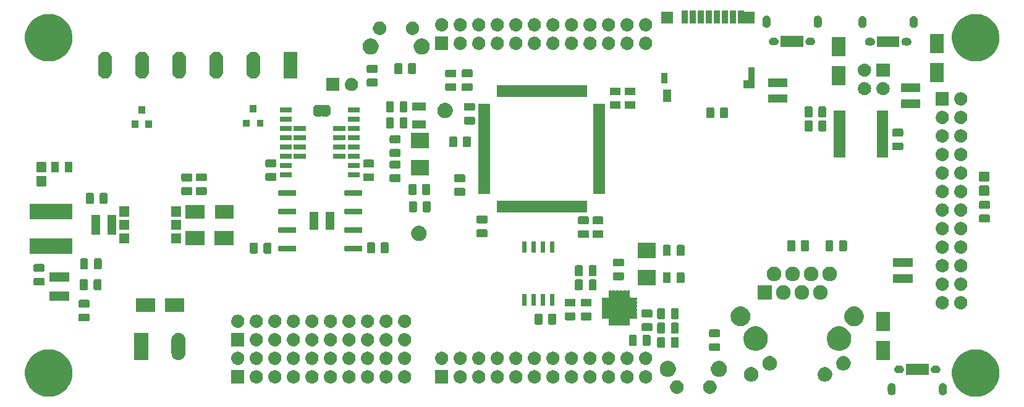
<source format=gbr>
%TF.GenerationSoftware,KiCad,Pcbnew,(5.0.2)-1*%
%TF.CreationDate,2019-05-26T18:44:40-03:00*%
%TF.ProjectId,dragonmanh7,64726167-6f6e-46d6-916e-68372e6b6963,rev?*%
%TF.SameCoordinates,Original*%
%TF.FileFunction,Soldermask,Top*%
%TF.FilePolarity,Negative*%
%FSLAX46Y46*%
G04 Gerber Fmt 4.6, Leading zero omitted, Abs format (unit mm)*
G04 Created by KiCad (PCBNEW (5.0.2)-1) date 26/05/2019 18:44:40*
%MOMM*%
%LPD*%
G01*
G04 APERTURE LIST*
%ADD10C,0.150000*%
G04 APERTURE END LIST*
D10*
G36*
X63586216Y-75035506D02*
X63940282Y-75105934D01*
X64531926Y-75351001D01*
X64932073Y-75618371D01*
X65064395Y-75706786D01*
X65517214Y-76159605D01*
X65517216Y-76159608D01*
X65872999Y-76692074D01*
X66118066Y-77283718D01*
X66133654Y-77362083D01*
X66243000Y-77911803D01*
X66243000Y-78552197D01*
X66202031Y-78758160D01*
X66118066Y-79180282D01*
X65872999Y-79771926D01*
X65639131Y-80121933D01*
X65517214Y-80304395D01*
X65064395Y-80757214D01*
X65064392Y-80757216D01*
X64531926Y-81112999D01*
X63940282Y-81358066D01*
X63626239Y-81420533D01*
X63312197Y-81483000D01*
X62671803Y-81483000D01*
X62357761Y-81420533D01*
X62043718Y-81358066D01*
X61452074Y-81112999D01*
X60919608Y-80757216D01*
X60919605Y-80757214D01*
X60466786Y-80304395D01*
X60344869Y-80121933D01*
X60111001Y-79771926D01*
X59865934Y-79180282D01*
X59781969Y-78758160D01*
X59741000Y-78552197D01*
X59741000Y-77911803D01*
X59850346Y-77362083D01*
X59865934Y-77283718D01*
X60111001Y-76692074D01*
X60466784Y-76159608D01*
X60466786Y-76159605D01*
X60919605Y-75706786D01*
X61051927Y-75618371D01*
X61452074Y-75351001D01*
X62043718Y-75105934D01*
X62397784Y-75035506D01*
X62671803Y-74981000D01*
X63312197Y-74981000D01*
X63586216Y-75035506D01*
X63586216Y-75035506D01*
G37*
G36*
X190586216Y-75035506D02*
X190940282Y-75105934D01*
X191531926Y-75351001D01*
X191932073Y-75618371D01*
X192064395Y-75706786D01*
X192517214Y-76159605D01*
X192517216Y-76159608D01*
X192872999Y-76692074D01*
X193118066Y-77283718D01*
X193133654Y-77362083D01*
X193243000Y-77911803D01*
X193243000Y-78552197D01*
X193202031Y-78758160D01*
X193118066Y-79180282D01*
X192872999Y-79771926D01*
X192639131Y-80121933D01*
X192517214Y-80304395D01*
X192064395Y-80757214D01*
X192064392Y-80757216D01*
X191531926Y-81112999D01*
X190940282Y-81358066D01*
X190626239Y-81420533D01*
X190312197Y-81483000D01*
X189671803Y-81483000D01*
X189357761Y-81420533D01*
X189043718Y-81358066D01*
X188452074Y-81112999D01*
X187919608Y-80757216D01*
X187919605Y-80757214D01*
X187466786Y-80304395D01*
X187344869Y-80121933D01*
X187111001Y-79771926D01*
X186865934Y-79180282D01*
X186781969Y-78758160D01*
X186741000Y-78552197D01*
X186741000Y-77911803D01*
X186850346Y-77362083D01*
X186865934Y-77283718D01*
X187111001Y-76692074D01*
X187466784Y-76159608D01*
X187466786Y-76159605D01*
X187919605Y-75706786D01*
X188051927Y-75618371D01*
X188452074Y-75351001D01*
X189043718Y-75105934D01*
X189397784Y-75035506D01*
X189671803Y-74981000D01*
X190312197Y-74981000D01*
X190586216Y-75035506D01*
X190586216Y-75035506D01*
G37*
G36*
X185599014Y-79605973D02*
X185702878Y-79637479D01*
X185798600Y-79688644D01*
X185882501Y-79757499D01*
X185951356Y-79841400D01*
X186002521Y-79937121D01*
X186034027Y-80040985D01*
X186042000Y-80121933D01*
X186042000Y-80726067D01*
X186034027Y-80807015D01*
X186002521Y-80910879D01*
X185951356Y-81006600D01*
X185882501Y-81090501D01*
X185798600Y-81159356D01*
X185702879Y-81210521D01*
X185599015Y-81242027D01*
X185491000Y-81252666D01*
X185382986Y-81242027D01*
X185279122Y-81210521D01*
X185183401Y-81159356D01*
X185099500Y-81090501D01*
X185030645Y-81006600D01*
X184979480Y-80910879D01*
X184947973Y-80807015D01*
X184940000Y-80726067D01*
X184940000Y-80121934D01*
X184947973Y-80040986D01*
X184979479Y-79937122D01*
X185030644Y-79841400D01*
X185099499Y-79757499D01*
X185183400Y-79688644D01*
X185279121Y-79637479D01*
X185382985Y-79605973D01*
X185491000Y-79595334D01*
X185599014Y-79605973D01*
X185599014Y-79605973D01*
G37*
G36*
X178599014Y-79605973D02*
X178702878Y-79637479D01*
X178798600Y-79688644D01*
X178882501Y-79757499D01*
X178951356Y-79841400D01*
X179002521Y-79937121D01*
X179034027Y-80040985D01*
X179042000Y-80121933D01*
X179042000Y-80726067D01*
X179034027Y-80807015D01*
X179002521Y-80910879D01*
X178951356Y-81006600D01*
X178882501Y-81090501D01*
X178798600Y-81159356D01*
X178702879Y-81210521D01*
X178599015Y-81242027D01*
X178491000Y-81252666D01*
X178382986Y-81242027D01*
X178279122Y-81210521D01*
X178183401Y-81159356D01*
X178099500Y-81090501D01*
X178030645Y-81006600D01*
X177979480Y-80910879D01*
X177947973Y-80807015D01*
X177940000Y-80726067D01*
X177940000Y-80121934D01*
X177947973Y-80040986D01*
X177979479Y-79937122D01*
X178030644Y-79841400D01*
X178099499Y-79757499D01*
X178183400Y-79688644D01*
X178279121Y-79637479D01*
X178382985Y-79605973D01*
X178491000Y-79595334D01*
X178599014Y-79605973D01*
X178599014Y-79605973D01*
G37*
G36*
X149341044Y-79256745D02*
X149509566Y-79326549D01*
X149661231Y-79427888D01*
X149790212Y-79556869D01*
X149891551Y-79708534D01*
X149961355Y-79877056D01*
X149996940Y-80055957D01*
X149996940Y-80238363D01*
X149961355Y-80417264D01*
X149891551Y-80585786D01*
X149790212Y-80737451D01*
X149661231Y-80866432D01*
X149509566Y-80967771D01*
X149341044Y-81037575D01*
X149162143Y-81073160D01*
X148979737Y-81073160D01*
X148800836Y-81037575D01*
X148632314Y-80967771D01*
X148480649Y-80866432D01*
X148351668Y-80737451D01*
X148250329Y-80585786D01*
X148180525Y-80417264D01*
X148144940Y-80238363D01*
X148144940Y-80055957D01*
X148180525Y-79877056D01*
X148250329Y-79708534D01*
X148351668Y-79556869D01*
X148480649Y-79427888D01*
X148632314Y-79326549D01*
X148800836Y-79256745D01*
X148979737Y-79221160D01*
X149162143Y-79221160D01*
X149341044Y-79256745D01*
X149341044Y-79256745D01*
G37*
G36*
X153841044Y-79256745D02*
X154009566Y-79326549D01*
X154161231Y-79427888D01*
X154290212Y-79556869D01*
X154391551Y-79708534D01*
X154461355Y-79877056D01*
X154496940Y-80055957D01*
X154496940Y-80238363D01*
X154461355Y-80417264D01*
X154391551Y-80585786D01*
X154290212Y-80737451D01*
X154161231Y-80866432D01*
X154009566Y-80967771D01*
X153841044Y-81037575D01*
X153662143Y-81073160D01*
X153479737Y-81073160D01*
X153300836Y-81037575D01*
X153132314Y-80967771D01*
X152980649Y-80866432D01*
X152851668Y-80737451D01*
X152750329Y-80585786D01*
X152680525Y-80417264D01*
X152644940Y-80238363D01*
X152644940Y-80055957D01*
X152680525Y-79877056D01*
X152750329Y-79708534D01*
X152851668Y-79556869D01*
X152980649Y-79427888D01*
X153132314Y-79326549D01*
X153300836Y-79256745D01*
X153479737Y-79221160D01*
X153662143Y-79221160D01*
X153841044Y-79256745D01*
X153841044Y-79256745D01*
G37*
G36*
X91550443Y-77845519D02*
X91616627Y-77852037D01*
X91714367Y-77881686D01*
X91786467Y-77903557D01*
X91863072Y-77944504D01*
X91942991Y-77987222D01*
X91978729Y-78016552D01*
X92080186Y-78099814D01*
X92163448Y-78201271D01*
X92192778Y-78237009D01*
X92192779Y-78237011D01*
X92276443Y-78393533D01*
X92276443Y-78393534D01*
X92327963Y-78563373D01*
X92345359Y-78740000D01*
X92327963Y-78916627D01*
X92293616Y-79029853D01*
X92276443Y-79086467D01*
X92226297Y-79180282D01*
X92192778Y-79242991D01*
X92181490Y-79256745D01*
X92080186Y-79380186D01*
X91978729Y-79463448D01*
X91942991Y-79492778D01*
X91942989Y-79492779D01*
X91786467Y-79576443D01*
X91729853Y-79593616D01*
X91616627Y-79627963D01*
X91550442Y-79634482D01*
X91484260Y-79641000D01*
X91395740Y-79641000D01*
X91329558Y-79634482D01*
X91263373Y-79627963D01*
X91150147Y-79593616D01*
X91093533Y-79576443D01*
X90937011Y-79492779D01*
X90937009Y-79492778D01*
X90901271Y-79463448D01*
X90799814Y-79380186D01*
X90698510Y-79256745D01*
X90687222Y-79242991D01*
X90653703Y-79180282D01*
X90603557Y-79086467D01*
X90586384Y-79029853D01*
X90552037Y-78916627D01*
X90534641Y-78740000D01*
X90552037Y-78563373D01*
X90603557Y-78393534D01*
X90603557Y-78393533D01*
X90687221Y-78237011D01*
X90687222Y-78237009D01*
X90716552Y-78201271D01*
X90799814Y-78099814D01*
X90901271Y-78016552D01*
X90937009Y-77987222D01*
X91016928Y-77944504D01*
X91093533Y-77903557D01*
X91165633Y-77881686D01*
X91263373Y-77852037D01*
X91329557Y-77845519D01*
X91395740Y-77839000D01*
X91484260Y-77839000D01*
X91550443Y-77845519D01*
X91550443Y-77845519D01*
G37*
G36*
X89801000Y-79641000D02*
X87999000Y-79641000D01*
X87999000Y-77839000D01*
X89801000Y-77839000D01*
X89801000Y-79641000D01*
X89801000Y-79641000D01*
G37*
G36*
X94090443Y-77845519D02*
X94156627Y-77852037D01*
X94254367Y-77881686D01*
X94326467Y-77903557D01*
X94403072Y-77944504D01*
X94482991Y-77987222D01*
X94518729Y-78016552D01*
X94620186Y-78099814D01*
X94703448Y-78201271D01*
X94732778Y-78237009D01*
X94732779Y-78237011D01*
X94816443Y-78393533D01*
X94816443Y-78393534D01*
X94867963Y-78563373D01*
X94885359Y-78740000D01*
X94867963Y-78916627D01*
X94833616Y-79029853D01*
X94816443Y-79086467D01*
X94766297Y-79180282D01*
X94732778Y-79242991D01*
X94721490Y-79256745D01*
X94620186Y-79380186D01*
X94518729Y-79463448D01*
X94482991Y-79492778D01*
X94482989Y-79492779D01*
X94326467Y-79576443D01*
X94269853Y-79593616D01*
X94156627Y-79627963D01*
X94090442Y-79634482D01*
X94024260Y-79641000D01*
X93935740Y-79641000D01*
X93869558Y-79634482D01*
X93803373Y-79627963D01*
X93690147Y-79593616D01*
X93633533Y-79576443D01*
X93477011Y-79492779D01*
X93477009Y-79492778D01*
X93441271Y-79463448D01*
X93339814Y-79380186D01*
X93238510Y-79256745D01*
X93227222Y-79242991D01*
X93193703Y-79180282D01*
X93143557Y-79086467D01*
X93126384Y-79029853D01*
X93092037Y-78916627D01*
X93074641Y-78740000D01*
X93092037Y-78563373D01*
X93143557Y-78393534D01*
X93143557Y-78393533D01*
X93227221Y-78237011D01*
X93227222Y-78237009D01*
X93256552Y-78201271D01*
X93339814Y-78099814D01*
X93441271Y-78016552D01*
X93477009Y-77987222D01*
X93556928Y-77944504D01*
X93633533Y-77903557D01*
X93705633Y-77881686D01*
X93803373Y-77852037D01*
X93869557Y-77845519D01*
X93935740Y-77839000D01*
X94024260Y-77839000D01*
X94090443Y-77845519D01*
X94090443Y-77845519D01*
G37*
G36*
X96630443Y-77845519D02*
X96696627Y-77852037D01*
X96794367Y-77881686D01*
X96866467Y-77903557D01*
X96943072Y-77944504D01*
X97022991Y-77987222D01*
X97058729Y-78016552D01*
X97160186Y-78099814D01*
X97243448Y-78201271D01*
X97272778Y-78237009D01*
X97272779Y-78237011D01*
X97356443Y-78393533D01*
X97356443Y-78393534D01*
X97407963Y-78563373D01*
X97425359Y-78740000D01*
X97407963Y-78916627D01*
X97373616Y-79029853D01*
X97356443Y-79086467D01*
X97306297Y-79180282D01*
X97272778Y-79242991D01*
X97261490Y-79256745D01*
X97160186Y-79380186D01*
X97058729Y-79463448D01*
X97022991Y-79492778D01*
X97022989Y-79492779D01*
X96866467Y-79576443D01*
X96809853Y-79593616D01*
X96696627Y-79627963D01*
X96630442Y-79634482D01*
X96564260Y-79641000D01*
X96475740Y-79641000D01*
X96409558Y-79634482D01*
X96343373Y-79627963D01*
X96230147Y-79593616D01*
X96173533Y-79576443D01*
X96017011Y-79492779D01*
X96017009Y-79492778D01*
X95981271Y-79463448D01*
X95879814Y-79380186D01*
X95778510Y-79256745D01*
X95767222Y-79242991D01*
X95733703Y-79180282D01*
X95683557Y-79086467D01*
X95666384Y-79029853D01*
X95632037Y-78916627D01*
X95614641Y-78740000D01*
X95632037Y-78563373D01*
X95683557Y-78393534D01*
X95683557Y-78393533D01*
X95767221Y-78237011D01*
X95767222Y-78237009D01*
X95796552Y-78201271D01*
X95879814Y-78099814D01*
X95981271Y-78016552D01*
X96017009Y-77987222D01*
X96096928Y-77944504D01*
X96173533Y-77903557D01*
X96245633Y-77881686D01*
X96343373Y-77852037D01*
X96409557Y-77845519D01*
X96475740Y-77839000D01*
X96564260Y-77839000D01*
X96630443Y-77845519D01*
X96630443Y-77845519D01*
G37*
G36*
X99170443Y-77845519D02*
X99236627Y-77852037D01*
X99334367Y-77881686D01*
X99406467Y-77903557D01*
X99483072Y-77944504D01*
X99562991Y-77987222D01*
X99598729Y-78016552D01*
X99700186Y-78099814D01*
X99783448Y-78201271D01*
X99812778Y-78237009D01*
X99812779Y-78237011D01*
X99896443Y-78393533D01*
X99896443Y-78393534D01*
X99947963Y-78563373D01*
X99965359Y-78740000D01*
X99947963Y-78916627D01*
X99913616Y-79029853D01*
X99896443Y-79086467D01*
X99846297Y-79180282D01*
X99812778Y-79242991D01*
X99801490Y-79256745D01*
X99700186Y-79380186D01*
X99598729Y-79463448D01*
X99562991Y-79492778D01*
X99562989Y-79492779D01*
X99406467Y-79576443D01*
X99349853Y-79593616D01*
X99236627Y-79627963D01*
X99170442Y-79634482D01*
X99104260Y-79641000D01*
X99015740Y-79641000D01*
X98949558Y-79634482D01*
X98883373Y-79627963D01*
X98770147Y-79593616D01*
X98713533Y-79576443D01*
X98557011Y-79492779D01*
X98557009Y-79492778D01*
X98521271Y-79463448D01*
X98419814Y-79380186D01*
X98318510Y-79256745D01*
X98307222Y-79242991D01*
X98273703Y-79180282D01*
X98223557Y-79086467D01*
X98206384Y-79029853D01*
X98172037Y-78916627D01*
X98154641Y-78740000D01*
X98172037Y-78563373D01*
X98223557Y-78393534D01*
X98223557Y-78393533D01*
X98307221Y-78237011D01*
X98307222Y-78237009D01*
X98336552Y-78201271D01*
X98419814Y-78099814D01*
X98521271Y-78016552D01*
X98557009Y-77987222D01*
X98636928Y-77944504D01*
X98713533Y-77903557D01*
X98785633Y-77881686D01*
X98883373Y-77852037D01*
X98949557Y-77845519D01*
X99015740Y-77839000D01*
X99104260Y-77839000D01*
X99170443Y-77845519D01*
X99170443Y-77845519D01*
G37*
G36*
X101710443Y-77845519D02*
X101776627Y-77852037D01*
X101874367Y-77881686D01*
X101946467Y-77903557D01*
X102023072Y-77944504D01*
X102102991Y-77987222D01*
X102138729Y-78016552D01*
X102240186Y-78099814D01*
X102323448Y-78201271D01*
X102352778Y-78237009D01*
X102352779Y-78237011D01*
X102436443Y-78393533D01*
X102436443Y-78393534D01*
X102487963Y-78563373D01*
X102505359Y-78740000D01*
X102487963Y-78916627D01*
X102453616Y-79029853D01*
X102436443Y-79086467D01*
X102386297Y-79180282D01*
X102352778Y-79242991D01*
X102341490Y-79256745D01*
X102240186Y-79380186D01*
X102138729Y-79463448D01*
X102102991Y-79492778D01*
X102102989Y-79492779D01*
X101946467Y-79576443D01*
X101889853Y-79593616D01*
X101776627Y-79627963D01*
X101710442Y-79634482D01*
X101644260Y-79641000D01*
X101555740Y-79641000D01*
X101489558Y-79634482D01*
X101423373Y-79627963D01*
X101310147Y-79593616D01*
X101253533Y-79576443D01*
X101097011Y-79492779D01*
X101097009Y-79492778D01*
X101061271Y-79463448D01*
X100959814Y-79380186D01*
X100858510Y-79256745D01*
X100847222Y-79242991D01*
X100813703Y-79180282D01*
X100763557Y-79086467D01*
X100746384Y-79029853D01*
X100712037Y-78916627D01*
X100694641Y-78740000D01*
X100712037Y-78563373D01*
X100763557Y-78393534D01*
X100763557Y-78393533D01*
X100847221Y-78237011D01*
X100847222Y-78237009D01*
X100876552Y-78201271D01*
X100959814Y-78099814D01*
X101061271Y-78016552D01*
X101097009Y-77987222D01*
X101176928Y-77944504D01*
X101253533Y-77903557D01*
X101325633Y-77881686D01*
X101423373Y-77852037D01*
X101489557Y-77845519D01*
X101555740Y-77839000D01*
X101644260Y-77839000D01*
X101710443Y-77845519D01*
X101710443Y-77845519D01*
G37*
G36*
X104250443Y-77845519D02*
X104316627Y-77852037D01*
X104414367Y-77881686D01*
X104486467Y-77903557D01*
X104563072Y-77944504D01*
X104642991Y-77987222D01*
X104678729Y-78016552D01*
X104780186Y-78099814D01*
X104863448Y-78201271D01*
X104892778Y-78237009D01*
X104892779Y-78237011D01*
X104976443Y-78393533D01*
X104976443Y-78393534D01*
X105027963Y-78563373D01*
X105045359Y-78740000D01*
X105027963Y-78916627D01*
X104993616Y-79029853D01*
X104976443Y-79086467D01*
X104926297Y-79180282D01*
X104892778Y-79242991D01*
X104881490Y-79256745D01*
X104780186Y-79380186D01*
X104678729Y-79463448D01*
X104642991Y-79492778D01*
X104642989Y-79492779D01*
X104486467Y-79576443D01*
X104429853Y-79593616D01*
X104316627Y-79627963D01*
X104250442Y-79634482D01*
X104184260Y-79641000D01*
X104095740Y-79641000D01*
X104029558Y-79634482D01*
X103963373Y-79627963D01*
X103850147Y-79593616D01*
X103793533Y-79576443D01*
X103637011Y-79492779D01*
X103637009Y-79492778D01*
X103601271Y-79463448D01*
X103499814Y-79380186D01*
X103398510Y-79256745D01*
X103387222Y-79242991D01*
X103353703Y-79180282D01*
X103303557Y-79086467D01*
X103286384Y-79029853D01*
X103252037Y-78916627D01*
X103234641Y-78740000D01*
X103252037Y-78563373D01*
X103303557Y-78393534D01*
X103303557Y-78393533D01*
X103387221Y-78237011D01*
X103387222Y-78237009D01*
X103416552Y-78201271D01*
X103499814Y-78099814D01*
X103601271Y-78016552D01*
X103637009Y-77987222D01*
X103716928Y-77944504D01*
X103793533Y-77903557D01*
X103865633Y-77881686D01*
X103963373Y-77852037D01*
X104029557Y-77845519D01*
X104095740Y-77839000D01*
X104184260Y-77839000D01*
X104250443Y-77845519D01*
X104250443Y-77845519D01*
G37*
G36*
X106790443Y-77845519D02*
X106856627Y-77852037D01*
X106954367Y-77881686D01*
X107026467Y-77903557D01*
X107103072Y-77944504D01*
X107182991Y-77987222D01*
X107218729Y-78016552D01*
X107320186Y-78099814D01*
X107403448Y-78201271D01*
X107432778Y-78237009D01*
X107432779Y-78237011D01*
X107516443Y-78393533D01*
X107516443Y-78393534D01*
X107567963Y-78563373D01*
X107585359Y-78740000D01*
X107567963Y-78916627D01*
X107533616Y-79029853D01*
X107516443Y-79086467D01*
X107466297Y-79180282D01*
X107432778Y-79242991D01*
X107421490Y-79256745D01*
X107320186Y-79380186D01*
X107218729Y-79463448D01*
X107182991Y-79492778D01*
X107182989Y-79492779D01*
X107026467Y-79576443D01*
X106969853Y-79593616D01*
X106856627Y-79627963D01*
X106790442Y-79634482D01*
X106724260Y-79641000D01*
X106635740Y-79641000D01*
X106569558Y-79634482D01*
X106503373Y-79627963D01*
X106390147Y-79593616D01*
X106333533Y-79576443D01*
X106177011Y-79492779D01*
X106177009Y-79492778D01*
X106141271Y-79463448D01*
X106039814Y-79380186D01*
X105938510Y-79256745D01*
X105927222Y-79242991D01*
X105893703Y-79180282D01*
X105843557Y-79086467D01*
X105826384Y-79029853D01*
X105792037Y-78916627D01*
X105774641Y-78740000D01*
X105792037Y-78563373D01*
X105843557Y-78393534D01*
X105843557Y-78393533D01*
X105927221Y-78237011D01*
X105927222Y-78237009D01*
X105956552Y-78201271D01*
X106039814Y-78099814D01*
X106141271Y-78016552D01*
X106177009Y-77987222D01*
X106256928Y-77944504D01*
X106333533Y-77903557D01*
X106405633Y-77881686D01*
X106503373Y-77852037D01*
X106569557Y-77845519D01*
X106635740Y-77839000D01*
X106724260Y-77839000D01*
X106790443Y-77845519D01*
X106790443Y-77845519D01*
G37*
G36*
X109330443Y-77845519D02*
X109396627Y-77852037D01*
X109494367Y-77881686D01*
X109566467Y-77903557D01*
X109643072Y-77944504D01*
X109722991Y-77987222D01*
X109758729Y-78016552D01*
X109860186Y-78099814D01*
X109943448Y-78201271D01*
X109972778Y-78237009D01*
X109972779Y-78237011D01*
X110056443Y-78393533D01*
X110056443Y-78393534D01*
X110107963Y-78563373D01*
X110125359Y-78740000D01*
X110107963Y-78916627D01*
X110073616Y-79029853D01*
X110056443Y-79086467D01*
X110006297Y-79180282D01*
X109972778Y-79242991D01*
X109961490Y-79256745D01*
X109860186Y-79380186D01*
X109758729Y-79463448D01*
X109722991Y-79492778D01*
X109722989Y-79492779D01*
X109566467Y-79576443D01*
X109509853Y-79593616D01*
X109396627Y-79627963D01*
X109330442Y-79634482D01*
X109264260Y-79641000D01*
X109175740Y-79641000D01*
X109109558Y-79634482D01*
X109043373Y-79627963D01*
X108930147Y-79593616D01*
X108873533Y-79576443D01*
X108717011Y-79492779D01*
X108717009Y-79492778D01*
X108681271Y-79463448D01*
X108579814Y-79380186D01*
X108478510Y-79256745D01*
X108467222Y-79242991D01*
X108433703Y-79180282D01*
X108383557Y-79086467D01*
X108366384Y-79029853D01*
X108332037Y-78916627D01*
X108314641Y-78740000D01*
X108332037Y-78563373D01*
X108383557Y-78393534D01*
X108383557Y-78393533D01*
X108467221Y-78237011D01*
X108467222Y-78237009D01*
X108496552Y-78201271D01*
X108579814Y-78099814D01*
X108681271Y-78016552D01*
X108717009Y-77987222D01*
X108796928Y-77944504D01*
X108873533Y-77903557D01*
X108945633Y-77881686D01*
X109043373Y-77852037D01*
X109109557Y-77845519D01*
X109175740Y-77839000D01*
X109264260Y-77839000D01*
X109330443Y-77845519D01*
X109330443Y-77845519D01*
G37*
G36*
X111870443Y-77845519D02*
X111936627Y-77852037D01*
X112034367Y-77881686D01*
X112106467Y-77903557D01*
X112183072Y-77944504D01*
X112262991Y-77987222D01*
X112298729Y-78016552D01*
X112400186Y-78099814D01*
X112483448Y-78201271D01*
X112512778Y-78237009D01*
X112512779Y-78237011D01*
X112596443Y-78393533D01*
X112596443Y-78393534D01*
X112647963Y-78563373D01*
X112665359Y-78740000D01*
X112647963Y-78916627D01*
X112613616Y-79029853D01*
X112596443Y-79086467D01*
X112546297Y-79180282D01*
X112512778Y-79242991D01*
X112501490Y-79256745D01*
X112400186Y-79380186D01*
X112298729Y-79463448D01*
X112262991Y-79492778D01*
X112262989Y-79492779D01*
X112106467Y-79576443D01*
X112049853Y-79593616D01*
X111936627Y-79627963D01*
X111870442Y-79634482D01*
X111804260Y-79641000D01*
X111715740Y-79641000D01*
X111649558Y-79634482D01*
X111583373Y-79627963D01*
X111470147Y-79593616D01*
X111413533Y-79576443D01*
X111257011Y-79492779D01*
X111257009Y-79492778D01*
X111221271Y-79463448D01*
X111119814Y-79380186D01*
X111018510Y-79256745D01*
X111007222Y-79242991D01*
X110973703Y-79180282D01*
X110923557Y-79086467D01*
X110906384Y-79029853D01*
X110872037Y-78916627D01*
X110854641Y-78740000D01*
X110872037Y-78563373D01*
X110923557Y-78393534D01*
X110923557Y-78393533D01*
X111007221Y-78237011D01*
X111007222Y-78237009D01*
X111036552Y-78201271D01*
X111119814Y-78099814D01*
X111221271Y-78016552D01*
X111257009Y-77987222D01*
X111336928Y-77944504D01*
X111413533Y-77903557D01*
X111485633Y-77881686D01*
X111583373Y-77852037D01*
X111649557Y-77845519D01*
X111715740Y-77839000D01*
X111804260Y-77839000D01*
X111870443Y-77845519D01*
X111870443Y-77845519D01*
G37*
G36*
X117741000Y-79641000D02*
X115939000Y-79641000D01*
X115939000Y-77839000D01*
X117741000Y-77839000D01*
X117741000Y-79641000D01*
X117741000Y-79641000D01*
G37*
G36*
X122030443Y-77845519D02*
X122096627Y-77852037D01*
X122194367Y-77881686D01*
X122266467Y-77903557D01*
X122343072Y-77944504D01*
X122422991Y-77987222D01*
X122458729Y-78016552D01*
X122560186Y-78099814D01*
X122643448Y-78201271D01*
X122672778Y-78237009D01*
X122672779Y-78237011D01*
X122756443Y-78393533D01*
X122756443Y-78393534D01*
X122807963Y-78563373D01*
X122825359Y-78740000D01*
X122807963Y-78916627D01*
X122773616Y-79029853D01*
X122756443Y-79086467D01*
X122706297Y-79180282D01*
X122672778Y-79242991D01*
X122661490Y-79256745D01*
X122560186Y-79380186D01*
X122458729Y-79463448D01*
X122422991Y-79492778D01*
X122422989Y-79492779D01*
X122266467Y-79576443D01*
X122209853Y-79593616D01*
X122096627Y-79627963D01*
X122030442Y-79634482D01*
X121964260Y-79641000D01*
X121875740Y-79641000D01*
X121809558Y-79634482D01*
X121743373Y-79627963D01*
X121630147Y-79593616D01*
X121573533Y-79576443D01*
X121417011Y-79492779D01*
X121417009Y-79492778D01*
X121381271Y-79463448D01*
X121279814Y-79380186D01*
X121178510Y-79256745D01*
X121167222Y-79242991D01*
X121133703Y-79180282D01*
X121083557Y-79086467D01*
X121066384Y-79029853D01*
X121032037Y-78916627D01*
X121014641Y-78740000D01*
X121032037Y-78563373D01*
X121083557Y-78393534D01*
X121083557Y-78393533D01*
X121167221Y-78237011D01*
X121167222Y-78237009D01*
X121196552Y-78201271D01*
X121279814Y-78099814D01*
X121381271Y-78016552D01*
X121417009Y-77987222D01*
X121496928Y-77944504D01*
X121573533Y-77903557D01*
X121645633Y-77881686D01*
X121743373Y-77852037D01*
X121809557Y-77845519D01*
X121875740Y-77839000D01*
X121964260Y-77839000D01*
X122030443Y-77845519D01*
X122030443Y-77845519D01*
G37*
G36*
X124570443Y-77845519D02*
X124636627Y-77852037D01*
X124734367Y-77881686D01*
X124806467Y-77903557D01*
X124883072Y-77944504D01*
X124962991Y-77987222D01*
X124998729Y-78016552D01*
X125100186Y-78099814D01*
X125183448Y-78201271D01*
X125212778Y-78237009D01*
X125212779Y-78237011D01*
X125296443Y-78393533D01*
X125296443Y-78393534D01*
X125347963Y-78563373D01*
X125365359Y-78740000D01*
X125347963Y-78916627D01*
X125313616Y-79029853D01*
X125296443Y-79086467D01*
X125246297Y-79180282D01*
X125212778Y-79242991D01*
X125201490Y-79256745D01*
X125100186Y-79380186D01*
X124998729Y-79463448D01*
X124962991Y-79492778D01*
X124962989Y-79492779D01*
X124806467Y-79576443D01*
X124749853Y-79593616D01*
X124636627Y-79627963D01*
X124570442Y-79634482D01*
X124504260Y-79641000D01*
X124415740Y-79641000D01*
X124349558Y-79634482D01*
X124283373Y-79627963D01*
X124170147Y-79593616D01*
X124113533Y-79576443D01*
X123957011Y-79492779D01*
X123957009Y-79492778D01*
X123921271Y-79463448D01*
X123819814Y-79380186D01*
X123718510Y-79256745D01*
X123707222Y-79242991D01*
X123673703Y-79180282D01*
X123623557Y-79086467D01*
X123606384Y-79029853D01*
X123572037Y-78916627D01*
X123554641Y-78740000D01*
X123572037Y-78563373D01*
X123623557Y-78393534D01*
X123623557Y-78393533D01*
X123707221Y-78237011D01*
X123707222Y-78237009D01*
X123736552Y-78201271D01*
X123819814Y-78099814D01*
X123921271Y-78016552D01*
X123957009Y-77987222D01*
X124036928Y-77944504D01*
X124113533Y-77903557D01*
X124185633Y-77881686D01*
X124283373Y-77852037D01*
X124349557Y-77845519D01*
X124415740Y-77839000D01*
X124504260Y-77839000D01*
X124570443Y-77845519D01*
X124570443Y-77845519D01*
G37*
G36*
X127110443Y-77845519D02*
X127176627Y-77852037D01*
X127274367Y-77881686D01*
X127346467Y-77903557D01*
X127423072Y-77944504D01*
X127502991Y-77987222D01*
X127538729Y-78016552D01*
X127640186Y-78099814D01*
X127723448Y-78201271D01*
X127752778Y-78237009D01*
X127752779Y-78237011D01*
X127836443Y-78393533D01*
X127836443Y-78393534D01*
X127887963Y-78563373D01*
X127905359Y-78740000D01*
X127887963Y-78916627D01*
X127853616Y-79029853D01*
X127836443Y-79086467D01*
X127786297Y-79180282D01*
X127752778Y-79242991D01*
X127741490Y-79256745D01*
X127640186Y-79380186D01*
X127538729Y-79463448D01*
X127502991Y-79492778D01*
X127502989Y-79492779D01*
X127346467Y-79576443D01*
X127289853Y-79593616D01*
X127176627Y-79627963D01*
X127110442Y-79634482D01*
X127044260Y-79641000D01*
X126955740Y-79641000D01*
X126889558Y-79634482D01*
X126823373Y-79627963D01*
X126710147Y-79593616D01*
X126653533Y-79576443D01*
X126497011Y-79492779D01*
X126497009Y-79492778D01*
X126461271Y-79463448D01*
X126359814Y-79380186D01*
X126258510Y-79256745D01*
X126247222Y-79242991D01*
X126213703Y-79180282D01*
X126163557Y-79086467D01*
X126146384Y-79029853D01*
X126112037Y-78916627D01*
X126094641Y-78740000D01*
X126112037Y-78563373D01*
X126163557Y-78393534D01*
X126163557Y-78393533D01*
X126247221Y-78237011D01*
X126247222Y-78237009D01*
X126276552Y-78201271D01*
X126359814Y-78099814D01*
X126461271Y-78016552D01*
X126497009Y-77987222D01*
X126576928Y-77944504D01*
X126653533Y-77903557D01*
X126725633Y-77881686D01*
X126823373Y-77852037D01*
X126889557Y-77845519D01*
X126955740Y-77839000D01*
X127044260Y-77839000D01*
X127110443Y-77845519D01*
X127110443Y-77845519D01*
G37*
G36*
X129650443Y-77845519D02*
X129716627Y-77852037D01*
X129814367Y-77881686D01*
X129886467Y-77903557D01*
X129963072Y-77944504D01*
X130042991Y-77987222D01*
X130078729Y-78016552D01*
X130180186Y-78099814D01*
X130263448Y-78201271D01*
X130292778Y-78237009D01*
X130292779Y-78237011D01*
X130376443Y-78393533D01*
X130376443Y-78393534D01*
X130427963Y-78563373D01*
X130445359Y-78740000D01*
X130427963Y-78916627D01*
X130393616Y-79029853D01*
X130376443Y-79086467D01*
X130326297Y-79180282D01*
X130292778Y-79242991D01*
X130281490Y-79256745D01*
X130180186Y-79380186D01*
X130078729Y-79463448D01*
X130042991Y-79492778D01*
X130042989Y-79492779D01*
X129886467Y-79576443D01*
X129829853Y-79593616D01*
X129716627Y-79627963D01*
X129650442Y-79634482D01*
X129584260Y-79641000D01*
X129495740Y-79641000D01*
X129429558Y-79634482D01*
X129363373Y-79627963D01*
X129250147Y-79593616D01*
X129193533Y-79576443D01*
X129037011Y-79492779D01*
X129037009Y-79492778D01*
X129001271Y-79463448D01*
X128899814Y-79380186D01*
X128798510Y-79256745D01*
X128787222Y-79242991D01*
X128753703Y-79180282D01*
X128703557Y-79086467D01*
X128686384Y-79029853D01*
X128652037Y-78916627D01*
X128634641Y-78740000D01*
X128652037Y-78563373D01*
X128703557Y-78393534D01*
X128703557Y-78393533D01*
X128787221Y-78237011D01*
X128787222Y-78237009D01*
X128816552Y-78201271D01*
X128899814Y-78099814D01*
X129001271Y-78016552D01*
X129037009Y-77987222D01*
X129116928Y-77944504D01*
X129193533Y-77903557D01*
X129265633Y-77881686D01*
X129363373Y-77852037D01*
X129429557Y-77845519D01*
X129495740Y-77839000D01*
X129584260Y-77839000D01*
X129650443Y-77845519D01*
X129650443Y-77845519D01*
G37*
G36*
X132190443Y-77845519D02*
X132256627Y-77852037D01*
X132354367Y-77881686D01*
X132426467Y-77903557D01*
X132503072Y-77944504D01*
X132582991Y-77987222D01*
X132618729Y-78016552D01*
X132720186Y-78099814D01*
X132803448Y-78201271D01*
X132832778Y-78237009D01*
X132832779Y-78237011D01*
X132916443Y-78393533D01*
X132916443Y-78393534D01*
X132967963Y-78563373D01*
X132985359Y-78740000D01*
X132967963Y-78916627D01*
X132933616Y-79029853D01*
X132916443Y-79086467D01*
X132866297Y-79180282D01*
X132832778Y-79242991D01*
X132821490Y-79256745D01*
X132720186Y-79380186D01*
X132618729Y-79463448D01*
X132582991Y-79492778D01*
X132582989Y-79492779D01*
X132426467Y-79576443D01*
X132369853Y-79593616D01*
X132256627Y-79627963D01*
X132190442Y-79634482D01*
X132124260Y-79641000D01*
X132035740Y-79641000D01*
X131969558Y-79634482D01*
X131903373Y-79627963D01*
X131790147Y-79593616D01*
X131733533Y-79576443D01*
X131577011Y-79492779D01*
X131577009Y-79492778D01*
X131541271Y-79463448D01*
X131439814Y-79380186D01*
X131338510Y-79256745D01*
X131327222Y-79242991D01*
X131293703Y-79180282D01*
X131243557Y-79086467D01*
X131226384Y-79029853D01*
X131192037Y-78916627D01*
X131174641Y-78740000D01*
X131192037Y-78563373D01*
X131243557Y-78393534D01*
X131243557Y-78393533D01*
X131327221Y-78237011D01*
X131327222Y-78237009D01*
X131356552Y-78201271D01*
X131439814Y-78099814D01*
X131541271Y-78016552D01*
X131577009Y-77987222D01*
X131656928Y-77944504D01*
X131733533Y-77903557D01*
X131805633Y-77881686D01*
X131903373Y-77852037D01*
X131969557Y-77845519D01*
X132035740Y-77839000D01*
X132124260Y-77839000D01*
X132190443Y-77845519D01*
X132190443Y-77845519D01*
G37*
G36*
X134730443Y-77845519D02*
X134796627Y-77852037D01*
X134894367Y-77881686D01*
X134966467Y-77903557D01*
X135043072Y-77944504D01*
X135122991Y-77987222D01*
X135158729Y-78016552D01*
X135260186Y-78099814D01*
X135343448Y-78201271D01*
X135372778Y-78237009D01*
X135372779Y-78237011D01*
X135456443Y-78393533D01*
X135456443Y-78393534D01*
X135507963Y-78563373D01*
X135525359Y-78740000D01*
X135507963Y-78916627D01*
X135473616Y-79029853D01*
X135456443Y-79086467D01*
X135406297Y-79180282D01*
X135372778Y-79242991D01*
X135361490Y-79256745D01*
X135260186Y-79380186D01*
X135158729Y-79463448D01*
X135122991Y-79492778D01*
X135122989Y-79492779D01*
X134966467Y-79576443D01*
X134909853Y-79593616D01*
X134796627Y-79627963D01*
X134730442Y-79634482D01*
X134664260Y-79641000D01*
X134575740Y-79641000D01*
X134509558Y-79634482D01*
X134443373Y-79627963D01*
X134330147Y-79593616D01*
X134273533Y-79576443D01*
X134117011Y-79492779D01*
X134117009Y-79492778D01*
X134081271Y-79463448D01*
X133979814Y-79380186D01*
X133878510Y-79256745D01*
X133867222Y-79242991D01*
X133833703Y-79180282D01*
X133783557Y-79086467D01*
X133766384Y-79029853D01*
X133732037Y-78916627D01*
X133714641Y-78740000D01*
X133732037Y-78563373D01*
X133783557Y-78393534D01*
X133783557Y-78393533D01*
X133867221Y-78237011D01*
X133867222Y-78237009D01*
X133896552Y-78201271D01*
X133979814Y-78099814D01*
X134081271Y-78016552D01*
X134117009Y-77987222D01*
X134196928Y-77944504D01*
X134273533Y-77903557D01*
X134345633Y-77881686D01*
X134443373Y-77852037D01*
X134509557Y-77845519D01*
X134575740Y-77839000D01*
X134664260Y-77839000D01*
X134730443Y-77845519D01*
X134730443Y-77845519D01*
G37*
G36*
X137270443Y-77845519D02*
X137336627Y-77852037D01*
X137434367Y-77881686D01*
X137506467Y-77903557D01*
X137583072Y-77944504D01*
X137662991Y-77987222D01*
X137698729Y-78016552D01*
X137800186Y-78099814D01*
X137883448Y-78201271D01*
X137912778Y-78237009D01*
X137912779Y-78237011D01*
X137996443Y-78393533D01*
X137996443Y-78393534D01*
X138047963Y-78563373D01*
X138065359Y-78740000D01*
X138047963Y-78916627D01*
X138013616Y-79029853D01*
X137996443Y-79086467D01*
X137946297Y-79180282D01*
X137912778Y-79242991D01*
X137901490Y-79256745D01*
X137800186Y-79380186D01*
X137698729Y-79463448D01*
X137662991Y-79492778D01*
X137662989Y-79492779D01*
X137506467Y-79576443D01*
X137449853Y-79593616D01*
X137336627Y-79627963D01*
X137270442Y-79634482D01*
X137204260Y-79641000D01*
X137115740Y-79641000D01*
X137049558Y-79634482D01*
X136983373Y-79627963D01*
X136870147Y-79593616D01*
X136813533Y-79576443D01*
X136657011Y-79492779D01*
X136657009Y-79492778D01*
X136621271Y-79463448D01*
X136519814Y-79380186D01*
X136418510Y-79256745D01*
X136407222Y-79242991D01*
X136373703Y-79180282D01*
X136323557Y-79086467D01*
X136306384Y-79029853D01*
X136272037Y-78916627D01*
X136254641Y-78740000D01*
X136272037Y-78563373D01*
X136323557Y-78393534D01*
X136323557Y-78393533D01*
X136407221Y-78237011D01*
X136407222Y-78237009D01*
X136436552Y-78201271D01*
X136519814Y-78099814D01*
X136621271Y-78016552D01*
X136657009Y-77987222D01*
X136736928Y-77944504D01*
X136813533Y-77903557D01*
X136885633Y-77881686D01*
X136983373Y-77852037D01*
X137049557Y-77845519D01*
X137115740Y-77839000D01*
X137204260Y-77839000D01*
X137270443Y-77845519D01*
X137270443Y-77845519D01*
G37*
G36*
X139810443Y-77845519D02*
X139876627Y-77852037D01*
X139974367Y-77881686D01*
X140046467Y-77903557D01*
X140123072Y-77944504D01*
X140202991Y-77987222D01*
X140238729Y-78016552D01*
X140340186Y-78099814D01*
X140423448Y-78201271D01*
X140452778Y-78237009D01*
X140452779Y-78237011D01*
X140536443Y-78393533D01*
X140536443Y-78393534D01*
X140587963Y-78563373D01*
X140605359Y-78740000D01*
X140587963Y-78916627D01*
X140553616Y-79029853D01*
X140536443Y-79086467D01*
X140486297Y-79180282D01*
X140452778Y-79242991D01*
X140441490Y-79256745D01*
X140340186Y-79380186D01*
X140238729Y-79463448D01*
X140202991Y-79492778D01*
X140202989Y-79492779D01*
X140046467Y-79576443D01*
X139989853Y-79593616D01*
X139876627Y-79627963D01*
X139810442Y-79634482D01*
X139744260Y-79641000D01*
X139655740Y-79641000D01*
X139589558Y-79634482D01*
X139523373Y-79627963D01*
X139410147Y-79593616D01*
X139353533Y-79576443D01*
X139197011Y-79492779D01*
X139197009Y-79492778D01*
X139161271Y-79463448D01*
X139059814Y-79380186D01*
X138958510Y-79256745D01*
X138947222Y-79242991D01*
X138913703Y-79180282D01*
X138863557Y-79086467D01*
X138846384Y-79029853D01*
X138812037Y-78916627D01*
X138794641Y-78740000D01*
X138812037Y-78563373D01*
X138863557Y-78393534D01*
X138863557Y-78393533D01*
X138947221Y-78237011D01*
X138947222Y-78237009D01*
X138976552Y-78201271D01*
X139059814Y-78099814D01*
X139161271Y-78016552D01*
X139197009Y-77987222D01*
X139276928Y-77944504D01*
X139353533Y-77903557D01*
X139425633Y-77881686D01*
X139523373Y-77852037D01*
X139589557Y-77845519D01*
X139655740Y-77839000D01*
X139744260Y-77839000D01*
X139810443Y-77845519D01*
X139810443Y-77845519D01*
G37*
G36*
X142350443Y-77845519D02*
X142416627Y-77852037D01*
X142514367Y-77881686D01*
X142586467Y-77903557D01*
X142663072Y-77944504D01*
X142742991Y-77987222D01*
X142778729Y-78016552D01*
X142880186Y-78099814D01*
X142963448Y-78201271D01*
X142992778Y-78237009D01*
X142992779Y-78237011D01*
X143076443Y-78393533D01*
X143076443Y-78393534D01*
X143127963Y-78563373D01*
X143145359Y-78740000D01*
X143127963Y-78916627D01*
X143093616Y-79029853D01*
X143076443Y-79086467D01*
X143026297Y-79180282D01*
X142992778Y-79242991D01*
X142981490Y-79256745D01*
X142880186Y-79380186D01*
X142778729Y-79463448D01*
X142742991Y-79492778D01*
X142742989Y-79492779D01*
X142586467Y-79576443D01*
X142529853Y-79593616D01*
X142416627Y-79627963D01*
X142350442Y-79634482D01*
X142284260Y-79641000D01*
X142195740Y-79641000D01*
X142129558Y-79634482D01*
X142063373Y-79627963D01*
X141950147Y-79593616D01*
X141893533Y-79576443D01*
X141737011Y-79492779D01*
X141737009Y-79492778D01*
X141701271Y-79463448D01*
X141599814Y-79380186D01*
X141498510Y-79256745D01*
X141487222Y-79242991D01*
X141453703Y-79180282D01*
X141403557Y-79086467D01*
X141386384Y-79029853D01*
X141352037Y-78916627D01*
X141334641Y-78740000D01*
X141352037Y-78563373D01*
X141403557Y-78393534D01*
X141403557Y-78393533D01*
X141487221Y-78237011D01*
X141487222Y-78237009D01*
X141516552Y-78201271D01*
X141599814Y-78099814D01*
X141701271Y-78016552D01*
X141737009Y-77987222D01*
X141816928Y-77944504D01*
X141893533Y-77903557D01*
X141965633Y-77881686D01*
X142063373Y-77852037D01*
X142129557Y-77845519D01*
X142195740Y-77839000D01*
X142284260Y-77839000D01*
X142350443Y-77845519D01*
X142350443Y-77845519D01*
G37*
G36*
X144890443Y-77845519D02*
X144956627Y-77852037D01*
X145054367Y-77881686D01*
X145126467Y-77903557D01*
X145203072Y-77944504D01*
X145282991Y-77987222D01*
X145318729Y-78016552D01*
X145420186Y-78099814D01*
X145503448Y-78201271D01*
X145532778Y-78237009D01*
X145532779Y-78237011D01*
X145616443Y-78393533D01*
X145616443Y-78393534D01*
X145667963Y-78563373D01*
X145685359Y-78740000D01*
X145667963Y-78916627D01*
X145633616Y-79029853D01*
X145616443Y-79086467D01*
X145566297Y-79180282D01*
X145532778Y-79242991D01*
X145521490Y-79256745D01*
X145420186Y-79380186D01*
X145318729Y-79463448D01*
X145282991Y-79492778D01*
X145282989Y-79492779D01*
X145126467Y-79576443D01*
X145069853Y-79593616D01*
X144956627Y-79627963D01*
X144890442Y-79634482D01*
X144824260Y-79641000D01*
X144735740Y-79641000D01*
X144669558Y-79634482D01*
X144603373Y-79627963D01*
X144490147Y-79593616D01*
X144433533Y-79576443D01*
X144277011Y-79492779D01*
X144277009Y-79492778D01*
X144241271Y-79463448D01*
X144139814Y-79380186D01*
X144038510Y-79256745D01*
X144027222Y-79242991D01*
X143993703Y-79180282D01*
X143943557Y-79086467D01*
X143926384Y-79029853D01*
X143892037Y-78916627D01*
X143874641Y-78740000D01*
X143892037Y-78563373D01*
X143943557Y-78393534D01*
X143943557Y-78393533D01*
X144027221Y-78237011D01*
X144027222Y-78237009D01*
X144056552Y-78201271D01*
X144139814Y-78099814D01*
X144241271Y-78016552D01*
X144277009Y-77987222D01*
X144356928Y-77944504D01*
X144433533Y-77903557D01*
X144505633Y-77881686D01*
X144603373Y-77852037D01*
X144669557Y-77845519D01*
X144735740Y-77839000D01*
X144824260Y-77839000D01*
X144890443Y-77845519D01*
X144890443Y-77845519D01*
G37*
G36*
X119490443Y-77845519D02*
X119556627Y-77852037D01*
X119654367Y-77881686D01*
X119726467Y-77903557D01*
X119803072Y-77944504D01*
X119882991Y-77987222D01*
X119918729Y-78016552D01*
X120020186Y-78099814D01*
X120103448Y-78201271D01*
X120132778Y-78237009D01*
X120132779Y-78237011D01*
X120216443Y-78393533D01*
X120216443Y-78393534D01*
X120267963Y-78563373D01*
X120285359Y-78740000D01*
X120267963Y-78916627D01*
X120233616Y-79029853D01*
X120216443Y-79086467D01*
X120166297Y-79180282D01*
X120132778Y-79242991D01*
X120121490Y-79256745D01*
X120020186Y-79380186D01*
X119918729Y-79463448D01*
X119882991Y-79492778D01*
X119882989Y-79492779D01*
X119726467Y-79576443D01*
X119669853Y-79593616D01*
X119556627Y-79627963D01*
X119490442Y-79634482D01*
X119424260Y-79641000D01*
X119335740Y-79641000D01*
X119269558Y-79634482D01*
X119203373Y-79627963D01*
X119090147Y-79593616D01*
X119033533Y-79576443D01*
X118877011Y-79492779D01*
X118877009Y-79492778D01*
X118841271Y-79463448D01*
X118739814Y-79380186D01*
X118638510Y-79256745D01*
X118627222Y-79242991D01*
X118593703Y-79180282D01*
X118543557Y-79086467D01*
X118526384Y-79029853D01*
X118492037Y-78916627D01*
X118474641Y-78740000D01*
X118492037Y-78563373D01*
X118543557Y-78393534D01*
X118543557Y-78393533D01*
X118627221Y-78237011D01*
X118627222Y-78237009D01*
X118656552Y-78201271D01*
X118739814Y-78099814D01*
X118841271Y-78016552D01*
X118877009Y-77987222D01*
X118956928Y-77944504D01*
X119033533Y-77903557D01*
X119105633Y-77881686D01*
X119203373Y-77852037D01*
X119269557Y-77845519D01*
X119335740Y-77839000D01*
X119424260Y-77839000D01*
X119490443Y-77845519D01*
X119490443Y-77845519D01*
G37*
G36*
X159522720Y-77452575D02*
X159522723Y-77452576D01*
X159522722Y-77452576D01*
X159703983Y-77527656D01*
X159864916Y-77635188D01*
X159867116Y-77636658D01*
X160005842Y-77775384D01*
X160005844Y-77775387D01*
X160114844Y-77938517D01*
X160147920Y-78018371D01*
X160189925Y-78119780D01*
X160228200Y-78312201D01*
X160228200Y-78508399D01*
X160189925Y-78700820D01*
X160189924Y-78700822D01*
X160114844Y-78882083D01*
X160114843Y-78882084D01*
X160005842Y-79045216D01*
X159867116Y-79183942D01*
X159867113Y-79183944D01*
X159703983Y-79292944D01*
X159563785Y-79351015D01*
X159522720Y-79368025D01*
X159330299Y-79406300D01*
X159134101Y-79406300D01*
X158941680Y-79368025D01*
X158900615Y-79351015D01*
X158760417Y-79292944D01*
X158597287Y-79183944D01*
X158597284Y-79183942D01*
X158458558Y-79045216D01*
X158349557Y-78882084D01*
X158349556Y-78882083D01*
X158274476Y-78700822D01*
X158274475Y-78700820D01*
X158236200Y-78508399D01*
X158236200Y-78312201D01*
X158274475Y-78119780D01*
X158316480Y-78018371D01*
X158349556Y-77938517D01*
X158458556Y-77775387D01*
X158458558Y-77775384D01*
X158597284Y-77636658D01*
X158599484Y-77635188D01*
X158760417Y-77527656D01*
X158941678Y-77452576D01*
X158941677Y-77452576D01*
X158941680Y-77452575D01*
X159134101Y-77414300D01*
X159330299Y-77414300D01*
X159522720Y-77452575D01*
X159522720Y-77452575D01*
G37*
G36*
X169632720Y-77452575D02*
X169632723Y-77452576D01*
X169632722Y-77452576D01*
X169813983Y-77527656D01*
X169974916Y-77635188D01*
X169977116Y-77636658D01*
X170115842Y-77775384D01*
X170115844Y-77775387D01*
X170224844Y-77938517D01*
X170257920Y-78018371D01*
X170299925Y-78119780D01*
X170338200Y-78312201D01*
X170338200Y-78508399D01*
X170299925Y-78700820D01*
X170299924Y-78700822D01*
X170224844Y-78882083D01*
X170224843Y-78882084D01*
X170115842Y-79045216D01*
X169977116Y-79183942D01*
X169977113Y-79183944D01*
X169813983Y-79292944D01*
X169673785Y-79351015D01*
X169632720Y-79368025D01*
X169440299Y-79406300D01*
X169244101Y-79406300D01*
X169051680Y-79368025D01*
X169010615Y-79351015D01*
X168870417Y-79292944D01*
X168707287Y-79183944D01*
X168707284Y-79183942D01*
X168568558Y-79045216D01*
X168459557Y-78882084D01*
X168459556Y-78882083D01*
X168384476Y-78700822D01*
X168384475Y-78700820D01*
X168346200Y-78508399D01*
X168346200Y-78312201D01*
X168384475Y-78119780D01*
X168426480Y-78018371D01*
X168459556Y-77938517D01*
X168568556Y-77775387D01*
X168568558Y-77775384D01*
X168707284Y-77636658D01*
X168709484Y-77635188D01*
X168870417Y-77527656D01*
X169051678Y-77452576D01*
X169051677Y-77452576D01*
X169051680Y-77452575D01*
X169244101Y-77414300D01*
X169440299Y-77414300D01*
X169632720Y-77452575D01*
X169632720Y-77452575D01*
G37*
G36*
X148025735Y-76577316D02*
X148132090Y-76598471D01*
X148202930Y-76627814D01*
X148332456Y-76681465D01*
X148332459Y-76681467D01*
X148498187Y-76792203D01*
X148512790Y-76801961D01*
X148666139Y-76955310D01*
X148666141Y-76955313D01*
X148666142Y-76955314D01*
X148786633Y-77135641D01*
X148786635Y-77135644D01*
X148805347Y-77180820D01*
X148869629Y-77336010D01*
X148911940Y-77548721D01*
X148911940Y-77765599D01*
X148869629Y-77978310D01*
X148853336Y-78017644D01*
X148786635Y-78178676D01*
X148666139Y-78359010D01*
X148512790Y-78512359D01*
X148332456Y-78632855D01*
X148211394Y-78683000D01*
X148132090Y-78715849D01*
X148025735Y-78737004D01*
X147919380Y-78758160D01*
X147702500Y-78758160D01*
X147596146Y-78737005D01*
X147489790Y-78715849D01*
X147410486Y-78683000D01*
X147289424Y-78632855D01*
X147109090Y-78512359D01*
X146955741Y-78359010D01*
X146835245Y-78178676D01*
X146768544Y-78017644D01*
X146752251Y-77978310D01*
X146709940Y-77765599D01*
X146709940Y-77548721D01*
X146752251Y-77336010D01*
X146816533Y-77180820D01*
X146835245Y-77135644D01*
X146835247Y-77135641D01*
X146955738Y-76955314D01*
X146955739Y-76955313D01*
X146955741Y-76955310D01*
X147109090Y-76801961D01*
X147123694Y-76792203D01*
X147289421Y-76681467D01*
X147289424Y-76681465D01*
X147418950Y-76627814D01*
X147489790Y-76598471D01*
X147596145Y-76577316D01*
X147702500Y-76556160D01*
X147919380Y-76556160D01*
X148025735Y-76577316D01*
X148025735Y-76577316D01*
G37*
G36*
X155035735Y-76577316D02*
X155142090Y-76598471D01*
X155212930Y-76627814D01*
X155342456Y-76681465D01*
X155342459Y-76681467D01*
X155508187Y-76792203D01*
X155522790Y-76801961D01*
X155676139Y-76955310D01*
X155676141Y-76955313D01*
X155676142Y-76955314D01*
X155796633Y-77135641D01*
X155796635Y-77135644D01*
X155815347Y-77180820D01*
X155879629Y-77336010D01*
X155921940Y-77548721D01*
X155921940Y-77765599D01*
X155879629Y-77978310D01*
X155863336Y-78017644D01*
X155796635Y-78178676D01*
X155676139Y-78359010D01*
X155522790Y-78512359D01*
X155342456Y-78632855D01*
X155221394Y-78683000D01*
X155142090Y-78715849D01*
X155035735Y-78737004D01*
X154929380Y-78758160D01*
X154712500Y-78758160D01*
X154606146Y-78737005D01*
X154499790Y-78715849D01*
X154420486Y-78683000D01*
X154299424Y-78632855D01*
X154119090Y-78512359D01*
X153965741Y-78359010D01*
X153845245Y-78178676D01*
X153778544Y-78017644D01*
X153762251Y-77978310D01*
X153719940Y-77765599D01*
X153719940Y-77548721D01*
X153762251Y-77336010D01*
X153826533Y-77180820D01*
X153845245Y-77135644D01*
X153845247Y-77135641D01*
X153965738Y-76955314D01*
X153965739Y-76955313D01*
X153965741Y-76955310D01*
X154119090Y-76801961D01*
X154133694Y-76792203D01*
X154299421Y-76681467D01*
X154299424Y-76681465D01*
X154428950Y-76627814D01*
X154499790Y-76598471D01*
X154606146Y-76577315D01*
X154712500Y-76556160D01*
X154929380Y-76556160D01*
X155035735Y-76577316D01*
X155035735Y-76577316D01*
G37*
G36*
X183542000Y-78450000D02*
X180440000Y-78450000D01*
X180440000Y-76998000D01*
X183542000Y-76998000D01*
X183542000Y-78450000D01*
X183542000Y-78450000D01*
G37*
G36*
X184744114Y-77205611D02*
X184843265Y-77235688D01*
X184934644Y-77284531D01*
X185014738Y-77350262D01*
X185080469Y-77430356D01*
X185129312Y-77521735D01*
X185159389Y-77620886D01*
X185169545Y-77724000D01*
X185159389Y-77827114D01*
X185129312Y-77926265D01*
X185080469Y-78017644D01*
X185014738Y-78097738D01*
X184934644Y-78163469D01*
X184843265Y-78212312D01*
X184744114Y-78242389D01*
X184666839Y-78250000D01*
X184315161Y-78250000D01*
X184237886Y-78242389D01*
X184138735Y-78212312D01*
X184047356Y-78163469D01*
X183967262Y-78097738D01*
X183901531Y-78017644D01*
X183852688Y-77926265D01*
X183822611Y-77827114D01*
X183812455Y-77724000D01*
X183822611Y-77620886D01*
X183852688Y-77521735D01*
X183901531Y-77430356D01*
X183967262Y-77350262D01*
X184047356Y-77284531D01*
X184138735Y-77235688D01*
X184237886Y-77205611D01*
X184315161Y-77198000D01*
X184666839Y-77198000D01*
X184744114Y-77205611D01*
X184744114Y-77205611D01*
G37*
G36*
X179744114Y-77205611D02*
X179843265Y-77235688D01*
X179934644Y-77284531D01*
X180014738Y-77350262D01*
X180080469Y-77430356D01*
X180129312Y-77521735D01*
X180159389Y-77620886D01*
X180169545Y-77724000D01*
X180159389Y-77827114D01*
X180129312Y-77926265D01*
X180080469Y-78017644D01*
X180014738Y-78097738D01*
X179934644Y-78163469D01*
X179843265Y-78212312D01*
X179744114Y-78242389D01*
X179666839Y-78250000D01*
X179315161Y-78250000D01*
X179237886Y-78242389D01*
X179138735Y-78212312D01*
X179047356Y-78163469D01*
X178967262Y-78097738D01*
X178901531Y-78017644D01*
X178852688Y-77926265D01*
X178822611Y-77827114D01*
X178812455Y-77724000D01*
X178822611Y-77620886D01*
X178852688Y-77521735D01*
X178901531Y-77430356D01*
X178967262Y-77350262D01*
X179047356Y-77284531D01*
X179138735Y-77235688D01*
X179237886Y-77205611D01*
X179315161Y-77198000D01*
X179666839Y-77198000D01*
X179744114Y-77205611D01*
X179744114Y-77205611D01*
G37*
G36*
X172172720Y-75932575D02*
X172172723Y-75932576D01*
X172172722Y-75932576D01*
X172353983Y-76007656D01*
X172468156Y-76083944D01*
X172517116Y-76116658D01*
X172655842Y-76255384D01*
X172655844Y-76255387D01*
X172764844Y-76418517D01*
X172776816Y-76447421D01*
X172839925Y-76599780D01*
X172878200Y-76792201D01*
X172878200Y-76988399D01*
X172839925Y-77180820D01*
X172839924Y-77180822D01*
X172764844Y-77362083D01*
X172658169Y-77521733D01*
X172655842Y-77525216D01*
X172517116Y-77663942D01*
X172517113Y-77663944D01*
X172353983Y-77772944D01*
X172292690Y-77798332D01*
X172172720Y-77848025D01*
X171980299Y-77886300D01*
X171784101Y-77886300D01*
X171591680Y-77848025D01*
X171471710Y-77798332D01*
X171410417Y-77772944D01*
X171247287Y-77663944D01*
X171247284Y-77663942D01*
X171108558Y-77525216D01*
X171106231Y-77521733D01*
X170999556Y-77362083D01*
X170924476Y-77180822D01*
X170924475Y-77180820D01*
X170886200Y-76988399D01*
X170886200Y-76792201D01*
X170924475Y-76599780D01*
X170987584Y-76447421D01*
X170999556Y-76418517D01*
X171108556Y-76255387D01*
X171108558Y-76255384D01*
X171247284Y-76116658D01*
X171296244Y-76083944D01*
X171410417Y-76007656D01*
X171591678Y-75932576D01*
X171591677Y-75932576D01*
X171591680Y-75932575D01*
X171784101Y-75894300D01*
X171980299Y-75894300D01*
X172172720Y-75932575D01*
X172172720Y-75932575D01*
G37*
G36*
X162062720Y-75932575D02*
X162062723Y-75932576D01*
X162062722Y-75932576D01*
X162243983Y-76007656D01*
X162358156Y-76083944D01*
X162407116Y-76116658D01*
X162545842Y-76255384D01*
X162545844Y-76255387D01*
X162654844Y-76418517D01*
X162666816Y-76447421D01*
X162729925Y-76599780D01*
X162768200Y-76792201D01*
X162768200Y-76988399D01*
X162729925Y-77180820D01*
X162729924Y-77180822D01*
X162654844Y-77362083D01*
X162548169Y-77521733D01*
X162545842Y-77525216D01*
X162407116Y-77663942D01*
X162407113Y-77663944D01*
X162243983Y-77772944D01*
X162182690Y-77798332D01*
X162062720Y-77848025D01*
X161870299Y-77886300D01*
X161674101Y-77886300D01*
X161481680Y-77848025D01*
X161361710Y-77798332D01*
X161300417Y-77772944D01*
X161137287Y-77663944D01*
X161137284Y-77663942D01*
X160998558Y-77525216D01*
X160996231Y-77521733D01*
X160889556Y-77362083D01*
X160814476Y-77180822D01*
X160814475Y-77180820D01*
X160776200Y-76988399D01*
X160776200Y-76792201D01*
X160814475Y-76599780D01*
X160877584Y-76447421D01*
X160889556Y-76418517D01*
X160998556Y-76255387D01*
X160998558Y-76255384D01*
X161137284Y-76116658D01*
X161186244Y-76083944D01*
X161300417Y-76007656D01*
X161481678Y-75932576D01*
X161481677Y-75932576D01*
X161481680Y-75932575D01*
X161674101Y-75894300D01*
X161870299Y-75894300D01*
X162062720Y-75932575D01*
X162062720Y-75932575D01*
G37*
G36*
X104250442Y-75305518D02*
X104316627Y-75312037D01*
X104429853Y-75346384D01*
X104486467Y-75363557D01*
X104551525Y-75398332D01*
X104642991Y-75447222D01*
X104678729Y-75476552D01*
X104780186Y-75559814D01*
X104863448Y-75661271D01*
X104892778Y-75697009D01*
X104892779Y-75697011D01*
X104976443Y-75853533D01*
X104988809Y-75894300D01*
X105027963Y-76023373D01*
X105045359Y-76200000D01*
X105027963Y-76376627D01*
X104993616Y-76489853D01*
X104976443Y-76546467D01*
X104958859Y-76579364D01*
X104892778Y-76702991D01*
X104863448Y-76738729D01*
X104780186Y-76840186D01*
X104678729Y-76923448D01*
X104642991Y-76952778D01*
X104625087Y-76962348D01*
X104486467Y-77036443D01*
X104429853Y-77053616D01*
X104316627Y-77087963D01*
X104250442Y-77094482D01*
X104184260Y-77101000D01*
X104095740Y-77101000D01*
X104029558Y-77094482D01*
X103963373Y-77087963D01*
X103850147Y-77053616D01*
X103793533Y-77036443D01*
X103654913Y-76962348D01*
X103637009Y-76952778D01*
X103601271Y-76923448D01*
X103499814Y-76840186D01*
X103416552Y-76738729D01*
X103387222Y-76702991D01*
X103321141Y-76579364D01*
X103303557Y-76546467D01*
X103286384Y-76489853D01*
X103252037Y-76376627D01*
X103234641Y-76200000D01*
X103252037Y-76023373D01*
X103291191Y-75894300D01*
X103303557Y-75853533D01*
X103387221Y-75697011D01*
X103387222Y-75697009D01*
X103416552Y-75661271D01*
X103499814Y-75559814D01*
X103601271Y-75476552D01*
X103637009Y-75447222D01*
X103728475Y-75398332D01*
X103793533Y-75363557D01*
X103850147Y-75346384D01*
X103963373Y-75312037D01*
X104029558Y-75305518D01*
X104095740Y-75299000D01*
X104184260Y-75299000D01*
X104250442Y-75305518D01*
X104250442Y-75305518D01*
G37*
G36*
X101710442Y-75305518D02*
X101776627Y-75312037D01*
X101889853Y-75346384D01*
X101946467Y-75363557D01*
X102011525Y-75398332D01*
X102102991Y-75447222D01*
X102138729Y-75476552D01*
X102240186Y-75559814D01*
X102323448Y-75661271D01*
X102352778Y-75697009D01*
X102352779Y-75697011D01*
X102436443Y-75853533D01*
X102448809Y-75894300D01*
X102487963Y-76023373D01*
X102505359Y-76200000D01*
X102487963Y-76376627D01*
X102453616Y-76489853D01*
X102436443Y-76546467D01*
X102418859Y-76579364D01*
X102352778Y-76702991D01*
X102323448Y-76738729D01*
X102240186Y-76840186D01*
X102138729Y-76923448D01*
X102102991Y-76952778D01*
X102085087Y-76962348D01*
X101946467Y-77036443D01*
X101889853Y-77053616D01*
X101776627Y-77087963D01*
X101710442Y-77094482D01*
X101644260Y-77101000D01*
X101555740Y-77101000D01*
X101489558Y-77094482D01*
X101423373Y-77087963D01*
X101310147Y-77053616D01*
X101253533Y-77036443D01*
X101114913Y-76962348D01*
X101097009Y-76952778D01*
X101061271Y-76923448D01*
X100959814Y-76840186D01*
X100876552Y-76738729D01*
X100847222Y-76702991D01*
X100781141Y-76579364D01*
X100763557Y-76546467D01*
X100746384Y-76489853D01*
X100712037Y-76376627D01*
X100694641Y-76200000D01*
X100712037Y-76023373D01*
X100751191Y-75894300D01*
X100763557Y-75853533D01*
X100847221Y-75697011D01*
X100847222Y-75697009D01*
X100876552Y-75661271D01*
X100959814Y-75559814D01*
X101061271Y-75476552D01*
X101097009Y-75447222D01*
X101188475Y-75398332D01*
X101253533Y-75363557D01*
X101310147Y-75346384D01*
X101423373Y-75312037D01*
X101489558Y-75305518D01*
X101555740Y-75299000D01*
X101644260Y-75299000D01*
X101710442Y-75305518D01*
X101710442Y-75305518D01*
G37*
G36*
X99170442Y-75305518D02*
X99236627Y-75312037D01*
X99349853Y-75346384D01*
X99406467Y-75363557D01*
X99471525Y-75398332D01*
X99562991Y-75447222D01*
X99598729Y-75476552D01*
X99700186Y-75559814D01*
X99783448Y-75661271D01*
X99812778Y-75697009D01*
X99812779Y-75697011D01*
X99896443Y-75853533D01*
X99908809Y-75894300D01*
X99947963Y-76023373D01*
X99965359Y-76200000D01*
X99947963Y-76376627D01*
X99913616Y-76489853D01*
X99896443Y-76546467D01*
X99878859Y-76579364D01*
X99812778Y-76702991D01*
X99783448Y-76738729D01*
X99700186Y-76840186D01*
X99598729Y-76923448D01*
X99562991Y-76952778D01*
X99545087Y-76962348D01*
X99406467Y-77036443D01*
X99349853Y-77053616D01*
X99236627Y-77087963D01*
X99170442Y-77094482D01*
X99104260Y-77101000D01*
X99015740Y-77101000D01*
X98949558Y-77094482D01*
X98883373Y-77087963D01*
X98770147Y-77053616D01*
X98713533Y-77036443D01*
X98574913Y-76962348D01*
X98557009Y-76952778D01*
X98521271Y-76923448D01*
X98419814Y-76840186D01*
X98336552Y-76738729D01*
X98307222Y-76702991D01*
X98241141Y-76579364D01*
X98223557Y-76546467D01*
X98206384Y-76489853D01*
X98172037Y-76376627D01*
X98154641Y-76200000D01*
X98172037Y-76023373D01*
X98211191Y-75894300D01*
X98223557Y-75853533D01*
X98307221Y-75697011D01*
X98307222Y-75697009D01*
X98336552Y-75661271D01*
X98419814Y-75559814D01*
X98521271Y-75476552D01*
X98557009Y-75447222D01*
X98648475Y-75398332D01*
X98713533Y-75363557D01*
X98770147Y-75346384D01*
X98883373Y-75312037D01*
X98949558Y-75305518D01*
X99015740Y-75299000D01*
X99104260Y-75299000D01*
X99170442Y-75305518D01*
X99170442Y-75305518D01*
G37*
G36*
X96630442Y-75305518D02*
X96696627Y-75312037D01*
X96809853Y-75346384D01*
X96866467Y-75363557D01*
X96931525Y-75398332D01*
X97022991Y-75447222D01*
X97058729Y-75476552D01*
X97160186Y-75559814D01*
X97243448Y-75661271D01*
X97272778Y-75697009D01*
X97272779Y-75697011D01*
X97356443Y-75853533D01*
X97368809Y-75894300D01*
X97407963Y-76023373D01*
X97425359Y-76200000D01*
X97407963Y-76376627D01*
X97373616Y-76489853D01*
X97356443Y-76546467D01*
X97338859Y-76579364D01*
X97272778Y-76702991D01*
X97243448Y-76738729D01*
X97160186Y-76840186D01*
X97058729Y-76923448D01*
X97022991Y-76952778D01*
X97005087Y-76962348D01*
X96866467Y-77036443D01*
X96809853Y-77053616D01*
X96696627Y-77087963D01*
X96630442Y-77094482D01*
X96564260Y-77101000D01*
X96475740Y-77101000D01*
X96409558Y-77094482D01*
X96343373Y-77087963D01*
X96230147Y-77053616D01*
X96173533Y-77036443D01*
X96034913Y-76962348D01*
X96017009Y-76952778D01*
X95981271Y-76923448D01*
X95879814Y-76840186D01*
X95796552Y-76738729D01*
X95767222Y-76702991D01*
X95701141Y-76579364D01*
X95683557Y-76546467D01*
X95666384Y-76489853D01*
X95632037Y-76376627D01*
X95614641Y-76200000D01*
X95632037Y-76023373D01*
X95671191Y-75894300D01*
X95683557Y-75853533D01*
X95767221Y-75697011D01*
X95767222Y-75697009D01*
X95796552Y-75661271D01*
X95879814Y-75559814D01*
X95981271Y-75476552D01*
X96017009Y-75447222D01*
X96108475Y-75398332D01*
X96173533Y-75363557D01*
X96230147Y-75346384D01*
X96343373Y-75312037D01*
X96409558Y-75305518D01*
X96475740Y-75299000D01*
X96564260Y-75299000D01*
X96630442Y-75305518D01*
X96630442Y-75305518D01*
G37*
G36*
X94090442Y-75305518D02*
X94156627Y-75312037D01*
X94269853Y-75346384D01*
X94326467Y-75363557D01*
X94391525Y-75398332D01*
X94482991Y-75447222D01*
X94518729Y-75476552D01*
X94620186Y-75559814D01*
X94703448Y-75661271D01*
X94732778Y-75697009D01*
X94732779Y-75697011D01*
X94816443Y-75853533D01*
X94828809Y-75894300D01*
X94867963Y-76023373D01*
X94885359Y-76200000D01*
X94867963Y-76376627D01*
X94833616Y-76489853D01*
X94816443Y-76546467D01*
X94798859Y-76579364D01*
X94732778Y-76702991D01*
X94703448Y-76738729D01*
X94620186Y-76840186D01*
X94518729Y-76923448D01*
X94482991Y-76952778D01*
X94465087Y-76962348D01*
X94326467Y-77036443D01*
X94269853Y-77053616D01*
X94156627Y-77087963D01*
X94090442Y-77094482D01*
X94024260Y-77101000D01*
X93935740Y-77101000D01*
X93869558Y-77094482D01*
X93803373Y-77087963D01*
X93690147Y-77053616D01*
X93633533Y-77036443D01*
X93494913Y-76962348D01*
X93477009Y-76952778D01*
X93441271Y-76923448D01*
X93339814Y-76840186D01*
X93256552Y-76738729D01*
X93227222Y-76702991D01*
X93161141Y-76579364D01*
X93143557Y-76546467D01*
X93126384Y-76489853D01*
X93092037Y-76376627D01*
X93074641Y-76200000D01*
X93092037Y-76023373D01*
X93131191Y-75894300D01*
X93143557Y-75853533D01*
X93227221Y-75697011D01*
X93227222Y-75697009D01*
X93256552Y-75661271D01*
X93339814Y-75559814D01*
X93441271Y-75476552D01*
X93477009Y-75447222D01*
X93568475Y-75398332D01*
X93633533Y-75363557D01*
X93690147Y-75346384D01*
X93803373Y-75312037D01*
X93869558Y-75305518D01*
X93935740Y-75299000D01*
X94024260Y-75299000D01*
X94090442Y-75305518D01*
X94090442Y-75305518D01*
G37*
G36*
X91550442Y-75305518D02*
X91616627Y-75312037D01*
X91729853Y-75346384D01*
X91786467Y-75363557D01*
X91851525Y-75398332D01*
X91942991Y-75447222D01*
X91978729Y-75476552D01*
X92080186Y-75559814D01*
X92163448Y-75661271D01*
X92192778Y-75697009D01*
X92192779Y-75697011D01*
X92276443Y-75853533D01*
X92288809Y-75894300D01*
X92327963Y-76023373D01*
X92345359Y-76200000D01*
X92327963Y-76376627D01*
X92293616Y-76489853D01*
X92276443Y-76546467D01*
X92258859Y-76579364D01*
X92192778Y-76702991D01*
X92163448Y-76738729D01*
X92080186Y-76840186D01*
X91978729Y-76923448D01*
X91942991Y-76952778D01*
X91925087Y-76962348D01*
X91786467Y-77036443D01*
X91729853Y-77053616D01*
X91616627Y-77087963D01*
X91550442Y-77094482D01*
X91484260Y-77101000D01*
X91395740Y-77101000D01*
X91329558Y-77094482D01*
X91263373Y-77087963D01*
X91150147Y-77053616D01*
X91093533Y-77036443D01*
X90954913Y-76962348D01*
X90937009Y-76952778D01*
X90901271Y-76923448D01*
X90799814Y-76840186D01*
X90716552Y-76738729D01*
X90687222Y-76702991D01*
X90621141Y-76579364D01*
X90603557Y-76546467D01*
X90586384Y-76489853D01*
X90552037Y-76376627D01*
X90534641Y-76200000D01*
X90552037Y-76023373D01*
X90591191Y-75894300D01*
X90603557Y-75853533D01*
X90687221Y-75697011D01*
X90687222Y-75697009D01*
X90716552Y-75661271D01*
X90799814Y-75559814D01*
X90901271Y-75476552D01*
X90937009Y-75447222D01*
X91028475Y-75398332D01*
X91093533Y-75363557D01*
X91150147Y-75346384D01*
X91263373Y-75312037D01*
X91329558Y-75305518D01*
X91395740Y-75299000D01*
X91484260Y-75299000D01*
X91550442Y-75305518D01*
X91550442Y-75305518D01*
G37*
G36*
X89010442Y-75305518D02*
X89076627Y-75312037D01*
X89189853Y-75346384D01*
X89246467Y-75363557D01*
X89311525Y-75398332D01*
X89402991Y-75447222D01*
X89438729Y-75476552D01*
X89540186Y-75559814D01*
X89623448Y-75661271D01*
X89652778Y-75697009D01*
X89652779Y-75697011D01*
X89736443Y-75853533D01*
X89748809Y-75894300D01*
X89787963Y-76023373D01*
X89805359Y-76200000D01*
X89787963Y-76376627D01*
X89753616Y-76489853D01*
X89736443Y-76546467D01*
X89718859Y-76579364D01*
X89652778Y-76702991D01*
X89623448Y-76738729D01*
X89540186Y-76840186D01*
X89438729Y-76923448D01*
X89402991Y-76952778D01*
X89385087Y-76962348D01*
X89246467Y-77036443D01*
X89189853Y-77053616D01*
X89076627Y-77087963D01*
X89010442Y-77094482D01*
X88944260Y-77101000D01*
X88855740Y-77101000D01*
X88789558Y-77094482D01*
X88723373Y-77087963D01*
X88610147Y-77053616D01*
X88553533Y-77036443D01*
X88414913Y-76962348D01*
X88397009Y-76952778D01*
X88361271Y-76923448D01*
X88259814Y-76840186D01*
X88176552Y-76738729D01*
X88147222Y-76702991D01*
X88081141Y-76579364D01*
X88063557Y-76546467D01*
X88046384Y-76489853D01*
X88012037Y-76376627D01*
X87994641Y-76200000D01*
X88012037Y-76023373D01*
X88051191Y-75894300D01*
X88063557Y-75853533D01*
X88147221Y-75697011D01*
X88147222Y-75697009D01*
X88176552Y-75661271D01*
X88259814Y-75559814D01*
X88361271Y-75476552D01*
X88397009Y-75447222D01*
X88488475Y-75398332D01*
X88553533Y-75363557D01*
X88610147Y-75346384D01*
X88723373Y-75312037D01*
X88789558Y-75305518D01*
X88855740Y-75299000D01*
X88944260Y-75299000D01*
X89010442Y-75305518D01*
X89010442Y-75305518D01*
G37*
G36*
X106790442Y-75305518D02*
X106856627Y-75312037D01*
X106969853Y-75346384D01*
X107026467Y-75363557D01*
X107091525Y-75398332D01*
X107182991Y-75447222D01*
X107218729Y-75476552D01*
X107320186Y-75559814D01*
X107403448Y-75661271D01*
X107432778Y-75697009D01*
X107432779Y-75697011D01*
X107516443Y-75853533D01*
X107528809Y-75894300D01*
X107567963Y-76023373D01*
X107585359Y-76200000D01*
X107567963Y-76376627D01*
X107533616Y-76489853D01*
X107516443Y-76546467D01*
X107498859Y-76579364D01*
X107432778Y-76702991D01*
X107403448Y-76738729D01*
X107320186Y-76840186D01*
X107218729Y-76923448D01*
X107182991Y-76952778D01*
X107165087Y-76962348D01*
X107026467Y-77036443D01*
X106969853Y-77053616D01*
X106856627Y-77087963D01*
X106790442Y-77094482D01*
X106724260Y-77101000D01*
X106635740Y-77101000D01*
X106569558Y-77094482D01*
X106503373Y-77087963D01*
X106390147Y-77053616D01*
X106333533Y-77036443D01*
X106194913Y-76962348D01*
X106177009Y-76952778D01*
X106141271Y-76923448D01*
X106039814Y-76840186D01*
X105956552Y-76738729D01*
X105927222Y-76702991D01*
X105861141Y-76579364D01*
X105843557Y-76546467D01*
X105826384Y-76489853D01*
X105792037Y-76376627D01*
X105774641Y-76200000D01*
X105792037Y-76023373D01*
X105831191Y-75894300D01*
X105843557Y-75853533D01*
X105927221Y-75697011D01*
X105927222Y-75697009D01*
X105956552Y-75661271D01*
X106039814Y-75559814D01*
X106141271Y-75476552D01*
X106177009Y-75447222D01*
X106268475Y-75398332D01*
X106333533Y-75363557D01*
X106390147Y-75346384D01*
X106503373Y-75312037D01*
X106569558Y-75305518D01*
X106635740Y-75299000D01*
X106724260Y-75299000D01*
X106790442Y-75305518D01*
X106790442Y-75305518D01*
G37*
G36*
X144890442Y-75305518D02*
X144956627Y-75312037D01*
X145069853Y-75346384D01*
X145126467Y-75363557D01*
X145191525Y-75398332D01*
X145282991Y-75447222D01*
X145318729Y-75476552D01*
X145420186Y-75559814D01*
X145503448Y-75661271D01*
X145532778Y-75697009D01*
X145532779Y-75697011D01*
X145616443Y-75853533D01*
X145628809Y-75894300D01*
X145667963Y-76023373D01*
X145685359Y-76200000D01*
X145667963Y-76376627D01*
X145633616Y-76489853D01*
X145616443Y-76546467D01*
X145598859Y-76579364D01*
X145532778Y-76702991D01*
X145503448Y-76738729D01*
X145420186Y-76840186D01*
X145318729Y-76923448D01*
X145282991Y-76952778D01*
X145265087Y-76962348D01*
X145126467Y-77036443D01*
X145069853Y-77053616D01*
X144956627Y-77087963D01*
X144890442Y-77094482D01*
X144824260Y-77101000D01*
X144735740Y-77101000D01*
X144669558Y-77094482D01*
X144603373Y-77087963D01*
X144490147Y-77053616D01*
X144433533Y-77036443D01*
X144294913Y-76962348D01*
X144277009Y-76952778D01*
X144241271Y-76923448D01*
X144139814Y-76840186D01*
X144056552Y-76738729D01*
X144027222Y-76702991D01*
X143961141Y-76579364D01*
X143943557Y-76546467D01*
X143926384Y-76489853D01*
X143892037Y-76376627D01*
X143874641Y-76200000D01*
X143892037Y-76023373D01*
X143931191Y-75894300D01*
X143943557Y-75853533D01*
X144027221Y-75697011D01*
X144027222Y-75697009D01*
X144056552Y-75661271D01*
X144139814Y-75559814D01*
X144241271Y-75476552D01*
X144277009Y-75447222D01*
X144368475Y-75398332D01*
X144433533Y-75363557D01*
X144490147Y-75346384D01*
X144603373Y-75312037D01*
X144669558Y-75305518D01*
X144735740Y-75299000D01*
X144824260Y-75299000D01*
X144890442Y-75305518D01*
X144890442Y-75305518D01*
G37*
G36*
X127110442Y-75305518D02*
X127176627Y-75312037D01*
X127289853Y-75346384D01*
X127346467Y-75363557D01*
X127411525Y-75398332D01*
X127502991Y-75447222D01*
X127538729Y-75476552D01*
X127640186Y-75559814D01*
X127723448Y-75661271D01*
X127752778Y-75697009D01*
X127752779Y-75697011D01*
X127836443Y-75853533D01*
X127848809Y-75894300D01*
X127887963Y-76023373D01*
X127905359Y-76200000D01*
X127887963Y-76376627D01*
X127853616Y-76489853D01*
X127836443Y-76546467D01*
X127818859Y-76579364D01*
X127752778Y-76702991D01*
X127723448Y-76738729D01*
X127640186Y-76840186D01*
X127538729Y-76923448D01*
X127502991Y-76952778D01*
X127485087Y-76962348D01*
X127346467Y-77036443D01*
X127289853Y-77053616D01*
X127176627Y-77087963D01*
X127110442Y-77094482D01*
X127044260Y-77101000D01*
X126955740Y-77101000D01*
X126889558Y-77094482D01*
X126823373Y-77087963D01*
X126710147Y-77053616D01*
X126653533Y-77036443D01*
X126514913Y-76962348D01*
X126497009Y-76952778D01*
X126461271Y-76923448D01*
X126359814Y-76840186D01*
X126276552Y-76738729D01*
X126247222Y-76702991D01*
X126181141Y-76579364D01*
X126163557Y-76546467D01*
X126146384Y-76489853D01*
X126112037Y-76376627D01*
X126094641Y-76200000D01*
X126112037Y-76023373D01*
X126151191Y-75894300D01*
X126163557Y-75853533D01*
X126247221Y-75697011D01*
X126247222Y-75697009D01*
X126276552Y-75661271D01*
X126359814Y-75559814D01*
X126461271Y-75476552D01*
X126497009Y-75447222D01*
X126588475Y-75398332D01*
X126653533Y-75363557D01*
X126710147Y-75346384D01*
X126823373Y-75312037D01*
X126889558Y-75305518D01*
X126955740Y-75299000D01*
X127044260Y-75299000D01*
X127110442Y-75305518D01*
X127110442Y-75305518D01*
G37*
G36*
X142350442Y-75305518D02*
X142416627Y-75312037D01*
X142529853Y-75346384D01*
X142586467Y-75363557D01*
X142651525Y-75398332D01*
X142742991Y-75447222D01*
X142778729Y-75476552D01*
X142880186Y-75559814D01*
X142963448Y-75661271D01*
X142992778Y-75697009D01*
X142992779Y-75697011D01*
X143076443Y-75853533D01*
X143088809Y-75894300D01*
X143127963Y-76023373D01*
X143145359Y-76200000D01*
X143127963Y-76376627D01*
X143093616Y-76489853D01*
X143076443Y-76546467D01*
X143058859Y-76579364D01*
X142992778Y-76702991D01*
X142963448Y-76738729D01*
X142880186Y-76840186D01*
X142778729Y-76923448D01*
X142742991Y-76952778D01*
X142725087Y-76962348D01*
X142586467Y-77036443D01*
X142529853Y-77053616D01*
X142416627Y-77087963D01*
X142350442Y-77094482D01*
X142284260Y-77101000D01*
X142195740Y-77101000D01*
X142129558Y-77094482D01*
X142063373Y-77087963D01*
X141950147Y-77053616D01*
X141893533Y-77036443D01*
X141754913Y-76962348D01*
X141737009Y-76952778D01*
X141701271Y-76923448D01*
X141599814Y-76840186D01*
X141516552Y-76738729D01*
X141487222Y-76702991D01*
X141421141Y-76579364D01*
X141403557Y-76546467D01*
X141386384Y-76489853D01*
X141352037Y-76376627D01*
X141334641Y-76200000D01*
X141352037Y-76023373D01*
X141391191Y-75894300D01*
X141403557Y-75853533D01*
X141487221Y-75697011D01*
X141487222Y-75697009D01*
X141516552Y-75661271D01*
X141599814Y-75559814D01*
X141701271Y-75476552D01*
X141737009Y-75447222D01*
X141828475Y-75398332D01*
X141893533Y-75363557D01*
X141950147Y-75346384D01*
X142063373Y-75312037D01*
X142129558Y-75305518D01*
X142195740Y-75299000D01*
X142284260Y-75299000D01*
X142350442Y-75305518D01*
X142350442Y-75305518D01*
G37*
G36*
X122030442Y-75305518D02*
X122096627Y-75312037D01*
X122209853Y-75346384D01*
X122266467Y-75363557D01*
X122331525Y-75398332D01*
X122422991Y-75447222D01*
X122458729Y-75476552D01*
X122560186Y-75559814D01*
X122643448Y-75661271D01*
X122672778Y-75697009D01*
X122672779Y-75697011D01*
X122756443Y-75853533D01*
X122768809Y-75894300D01*
X122807963Y-76023373D01*
X122825359Y-76200000D01*
X122807963Y-76376627D01*
X122773616Y-76489853D01*
X122756443Y-76546467D01*
X122738859Y-76579364D01*
X122672778Y-76702991D01*
X122643448Y-76738729D01*
X122560186Y-76840186D01*
X122458729Y-76923448D01*
X122422991Y-76952778D01*
X122405087Y-76962348D01*
X122266467Y-77036443D01*
X122209853Y-77053616D01*
X122096627Y-77087963D01*
X122030442Y-77094482D01*
X121964260Y-77101000D01*
X121875740Y-77101000D01*
X121809558Y-77094482D01*
X121743373Y-77087963D01*
X121630147Y-77053616D01*
X121573533Y-77036443D01*
X121434913Y-76962348D01*
X121417009Y-76952778D01*
X121381271Y-76923448D01*
X121279814Y-76840186D01*
X121196552Y-76738729D01*
X121167222Y-76702991D01*
X121101141Y-76579364D01*
X121083557Y-76546467D01*
X121066384Y-76489853D01*
X121032037Y-76376627D01*
X121014641Y-76200000D01*
X121032037Y-76023373D01*
X121071191Y-75894300D01*
X121083557Y-75853533D01*
X121167221Y-75697011D01*
X121167222Y-75697009D01*
X121196552Y-75661271D01*
X121279814Y-75559814D01*
X121381271Y-75476552D01*
X121417009Y-75447222D01*
X121508475Y-75398332D01*
X121573533Y-75363557D01*
X121630147Y-75346384D01*
X121743373Y-75312037D01*
X121809558Y-75305518D01*
X121875740Y-75299000D01*
X121964260Y-75299000D01*
X122030442Y-75305518D01*
X122030442Y-75305518D01*
G37*
G36*
X137270442Y-75305518D02*
X137336627Y-75312037D01*
X137449853Y-75346384D01*
X137506467Y-75363557D01*
X137571525Y-75398332D01*
X137662991Y-75447222D01*
X137698729Y-75476552D01*
X137800186Y-75559814D01*
X137883448Y-75661271D01*
X137912778Y-75697009D01*
X137912779Y-75697011D01*
X137996443Y-75853533D01*
X138008809Y-75894300D01*
X138047963Y-76023373D01*
X138065359Y-76200000D01*
X138047963Y-76376627D01*
X138013616Y-76489853D01*
X137996443Y-76546467D01*
X137978859Y-76579364D01*
X137912778Y-76702991D01*
X137883448Y-76738729D01*
X137800186Y-76840186D01*
X137698729Y-76923448D01*
X137662991Y-76952778D01*
X137645087Y-76962348D01*
X137506467Y-77036443D01*
X137449853Y-77053616D01*
X137336627Y-77087963D01*
X137270442Y-77094482D01*
X137204260Y-77101000D01*
X137115740Y-77101000D01*
X137049558Y-77094482D01*
X136983373Y-77087963D01*
X136870147Y-77053616D01*
X136813533Y-77036443D01*
X136674913Y-76962348D01*
X136657009Y-76952778D01*
X136621271Y-76923448D01*
X136519814Y-76840186D01*
X136436552Y-76738729D01*
X136407222Y-76702991D01*
X136341141Y-76579364D01*
X136323557Y-76546467D01*
X136306384Y-76489853D01*
X136272037Y-76376627D01*
X136254641Y-76200000D01*
X136272037Y-76023373D01*
X136311191Y-75894300D01*
X136323557Y-75853533D01*
X136407221Y-75697011D01*
X136407222Y-75697009D01*
X136436552Y-75661271D01*
X136519814Y-75559814D01*
X136621271Y-75476552D01*
X136657009Y-75447222D01*
X136748475Y-75398332D01*
X136813533Y-75363557D01*
X136870147Y-75346384D01*
X136983373Y-75312037D01*
X137049558Y-75305518D01*
X137115740Y-75299000D01*
X137204260Y-75299000D01*
X137270442Y-75305518D01*
X137270442Y-75305518D01*
G37*
G36*
X119490442Y-75305518D02*
X119556627Y-75312037D01*
X119669853Y-75346384D01*
X119726467Y-75363557D01*
X119791525Y-75398332D01*
X119882991Y-75447222D01*
X119918729Y-75476552D01*
X120020186Y-75559814D01*
X120103448Y-75661271D01*
X120132778Y-75697009D01*
X120132779Y-75697011D01*
X120216443Y-75853533D01*
X120228809Y-75894300D01*
X120267963Y-76023373D01*
X120285359Y-76200000D01*
X120267963Y-76376627D01*
X120233616Y-76489853D01*
X120216443Y-76546467D01*
X120198859Y-76579364D01*
X120132778Y-76702991D01*
X120103448Y-76738729D01*
X120020186Y-76840186D01*
X119918729Y-76923448D01*
X119882991Y-76952778D01*
X119865087Y-76962348D01*
X119726467Y-77036443D01*
X119669853Y-77053616D01*
X119556627Y-77087963D01*
X119490442Y-77094482D01*
X119424260Y-77101000D01*
X119335740Y-77101000D01*
X119269558Y-77094482D01*
X119203373Y-77087963D01*
X119090147Y-77053616D01*
X119033533Y-77036443D01*
X118894913Y-76962348D01*
X118877009Y-76952778D01*
X118841271Y-76923448D01*
X118739814Y-76840186D01*
X118656552Y-76738729D01*
X118627222Y-76702991D01*
X118561141Y-76579364D01*
X118543557Y-76546467D01*
X118526384Y-76489853D01*
X118492037Y-76376627D01*
X118474641Y-76200000D01*
X118492037Y-76023373D01*
X118531191Y-75894300D01*
X118543557Y-75853533D01*
X118627221Y-75697011D01*
X118627222Y-75697009D01*
X118656552Y-75661271D01*
X118739814Y-75559814D01*
X118841271Y-75476552D01*
X118877009Y-75447222D01*
X118968475Y-75398332D01*
X119033533Y-75363557D01*
X119090147Y-75346384D01*
X119203373Y-75312037D01*
X119269558Y-75305518D01*
X119335740Y-75299000D01*
X119424260Y-75299000D01*
X119490442Y-75305518D01*
X119490442Y-75305518D01*
G37*
G36*
X134730442Y-75305518D02*
X134796627Y-75312037D01*
X134909853Y-75346384D01*
X134966467Y-75363557D01*
X135031525Y-75398332D01*
X135122991Y-75447222D01*
X135158729Y-75476552D01*
X135260186Y-75559814D01*
X135343448Y-75661271D01*
X135372778Y-75697009D01*
X135372779Y-75697011D01*
X135456443Y-75853533D01*
X135468809Y-75894300D01*
X135507963Y-76023373D01*
X135525359Y-76200000D01*
X135507963Y-76376627D01*
X135473616Y-76489853D01*
X135456443Y-76546467D01*
X135438859Y-76579364D01*
X135372778Y-76702991D01*
X135343448Y-76738729D01*
X135260186Y-76840186D01*
X135158729Y-76923448D01*
X135122991Y-76952778D01*
X135105087Y-76962348D01*
X134966467Y-77036443D01*
X134909853Y-77053616D01*
X134796627Y-77087963D01*
X134730442Y-77094482D01*
X134664260Y-77101000D01*
X134575740Y-77101000D01*
X134509558Y-77094482D01*
X134443373Y-77087963D01*
X134330147Y-77053616D01*
X134273533Y-77036443D01*
X134134913Y-76962348D01*
X134117009Y-76952778D01*
X134081271Y-76923448D01*
X133979814Y-76840186D01*
X133896552Y-76738729D01*
X133867222Y-76702991D01*
X133801141Y-76579364D01*
X133783557Y-76546467D01*
X133766384Y-76489853D01*
X133732037Y-76376627D01*
X133714641Y-76200000D01*
X133732037Y-76023373D01*
X133771191Y-75894300D01*
X133783557Y-75853533D01*
X133867221Y-75697011D01*
X133867222Y-75697009D01*
X133896552Y-75661271D01*
X133979814Y-75559814D01*
X134081271Y-75476552D01*
X134117009Y-75447222D01*
X134208475Y-75398332D01*
X134273533Y-75363557D01*
X134330147Y-75346384D01*
X134443373Y-75312037D01*
X134509558Y-75305518D01*
X134575740Y-75299000D01*
X134664260Y-75299000D01*
X134730442Y-75305518D01*
X134730442Y-75305518D01*
G37*
G36*
X116950442Y-75305518D02*
X117016627Y-75312037D01*
X117129853Y-75346384D01*
X117186467Y-75363557D01*
X117251525Y-75398332D01*
X117342991Y-75447222D01*
X117378729Y-75476552D01*
X117480186Y-75559814D01*
X117563448Y-75661271D01*
X117592778Y-75697009D01*
X117592779Y-75697011D01*
X117676443Y-75853533D01*
X117688809Y-75894300D01*
X117727963Y-76023373D01*
X117745359Y-76200000D01*
X117727963Y-76376627D01*
X117693616Y-76489853D01*
X117676443Y-76546467D01*
X117658859Y-76579364D01*
X117592778Y-76702991D01*
X117563448Y-76738729D01*
X117480186Y-76840186D01*
X117378729Y-76923448D01*
X117342991Y-76952778D01*
X117325087Y-76962348D01*
X117186467Y-77036443D01*
X117129853Y-77053616D01*
X117016627Y-77087963D01*
X116950442Y-77094482D01*
X116884260Y-77101000D01*
X116795740Y-77101000D01*
X116729558Y-77094482D01*
X116663373Y-77087963D01*
X116550147Y-77053616D01*
X116493533Y-77036443D01*
X116354913Y-76962348D01*
X116337009Y-76952778D01*
X116301271Y-76923448D01*
X116199814Y-76840186D01*
X116116552Y-76738729D01*
X116087222Y-76702991D01*
X116021141Y-76579364D01*
X116003557Y-76546467D01*
X115986384Y-76489853D01*
X115952037Y-76376627D01*
X115934641Y-76200000D01*
X115952037Y-76023373D01*
X115991191Y-75894300D01*
X116003557Y-75853533D01*
X116087221Y-75697011D01*
X116087222Y-75697009D01*
X116116552Y-75661271D01*
X116199814Y-75559814D01*
X116301271Y-75476552D01*
X116337009Y-75447222D01*
X116428475Y-75398332D01*
X116493533Y-75363557D01*
X116550147Y-75346384D01*
X116663373Y-75312037D01*
X116729558Y-75305518D01*
X116795740Y-75299000D01*
X116884260Y-75299000D01*
X116950442Y-75305518D01*
X116950442Y-75305518D01*
G37*
G36*
X132190442Y-75305518D02*
X132256627Y-75312037D01*
X132369853Y-75346384D01*
X132426467Y-75363557D01*
X132491525Y-75398332D01*
X132582991Y-75447222D01*
X132618729Y-75476552D01*
X132720186Y-75559814D01*
X132803448Y-75661271D01*
X132832778Y-75697009D01*
X132832779Y-75697011D01*
X132916443Y-75853533D01*
X132928809Y-75894300D01*
X132967963Y-76023373D01*
X132985359Y-76200000D01*
X132967963Y-76376627D01*
X132933616Y-76489853D01*
X132916443Y-76546467D01*
X132898859Y-76579364D01*
X132832778Y-76702991D01*
X132803448Y-76738729D01*
X132720186Y-76840186D01*
X132618729Y-76923448D01*
X132582991Y-76952778D01*
X132565087Y-76962348D01*
X132426467Y-77036443D01*
X132369853Y-77053616D01*
X132256627Y-77087963D01*
X132190442Y-77094482D01*
X132124260Y-77101000D01*
X132035740Y-77101000D01*
X131969558Y-77094482D01*
X131903373Y-77087963D01*
X131790147Y-77053616D01*
X131733533Y-77036443D01*
X131594913Y-76962348D01*
X131577009Y-76952778D01*
X131541271Y-76923448D01*
X131439814Y-76840186D01*
X131356552Y-76738729D01*
X131327222Y-76702991D01*
X131261141Y-76579364D01*
X131243557Y-76546467D01*
X131226384Y-76489853D01*
X131192037Y-76376627D01*
X131174641Y-76200000D01*
X131192037Y-76023373D01*
X131231191Y-75894300D01*
X131243557Y-75853533D01*
X131327221Y-75697011D01*
X131327222Y-75697009D01*
X131356552Y-75661271D01*
X131439814Y-75559814D01*
X131541271Y-75476552D01*
X131577009Y-75447222D01*
X131668475Y-75398332D01*
X131733533Y-75363557D01*
X131790147Y-75346384D01*
X131903373Y-75312037D01*
X131969558Y-75305518D01*
X132035740Y-75299000D01*
X132124260Y-75299000D01*
X132190442Y-75305518D01*
X132190442Y-75305518D01*
G37*
G36*
X111870442Y-75305518D02*
X111936627Y-75312037D01*
X112049853Y-75346384D01*
X112106467Y-75363557D01*
X112171525Y-75398332D01*
X112262991Y-75447222D01*
X112298729Y-75476552D01*
X112400186Y-75559814D01*
X112483448Y-75661271D01*
X112512778Y-75697009D01*
X112512779Y-75697011D01*
X112596443Y-75853533D01*
X112608809Y-75894300D01*
X112647963Y-76023373D01*
X112665359Y-76200000D01*
X112647963Y-76376627D01*
X112613616Y-76489853D01*
X112596443Y-76546467D01*
X112578859Y-76579364D01*
X112512778Y-76702991D01*
X112483448Y-76738729D01*
X112400186Y-76840186D01*
X112298729Y-76923448D01*
X112262991Y-76952778D01*
X112245087Y-76962348D01*
X112106467Y-77036443D01*
X112049853Y-77053616D01*
X111936627Y-77087963D01*
X111870442Y-77094482D01*
X111804260Y-77101000D01*
X111715740Y-77101000D01*
X111649558Y-77094482D01*
X111583373Y-77087963D01*
X111470147Y-77053616D01*
X111413533Y-77036443D01*
X111274913Y-76962348D01*
X111257009Y-76952778D01*
X111221271Y-76923448D01*
X111119814Y-76840186D01*
X111036552Y-76738729D01*
X111007222Y-76702991D01*
X110941141Y-76579364D01*
X110923557Y-76546467D01*
X110906384Y-76489853D01*
X110872037Y-76376627D01*
X110854641Y-76200000D01*
X110872037Y-76023373D01*
X110911191Y-75894300D01*
X110923557Y-75853533D01*
X111007221Y-75697011D01*
X111007222Y-75697009D01*
X111036552Y-75661271D01*
X111119814Y-75559814D01*
X111221271Y-75476552D01*
X111257009Y-75447222D01*
X111348475Y-75398332D01*
X111413533Y-75363557D01*
X111470147Y-75346384D01*
X111583373Y-75312037D01*
X111649558Y-75305518D01*
X111715740Y-75299000D01*
X111804260Y-75299000D01*
X111870442Y-75305518D01*
X111870442Y-75305518D01*
G37*
G36*
X129650442Y-75305518D02*
X129716627Y-75312037D01*
X129829853Y-75346384D01*
X129886467Y-75363557D01*
X129951525Y-75398332D01*
X130042991Y-75447222D01*
X130078729Y-75476552D01*
X130180186Y-75559814D01*
X130263448Y-75661271D01*
X130292778Y-75697009D01*
X130292779Y-75697011D01*
X130376443Y-75853533D01*
X130388809Y-75894300D01*
X130427963Y-76023373D01*
X130445359Y-76200000D01*
X130427963Y-76376627D01*
X130393616Y-76489853D01*
X130376443Y-76546467D01*
X130358859Y-76579364D01*
X130292778Y-76702991D01*
X130263448Y-76738729D01*
X130180186Y-76840186D01*
X130078729Y-76923448D01*
X130042991Y-76952778D01*
X130025087Y-76962348D01*
X129886467Y-77036443D01*
X129829853Y-77053616D01*
X129716627Y-77087963D01*
X129650442Y-77094482D01*
X129584260Y-77101000D01*
X129495740Y-77101000D01*
X129429558Y-77094482D01*
X129363373Y-77087963D01*
X129250147Y-77053616D01*
X129193533Y-77036443D01*
X129054913Y-76962348D01*
X129037009Y-76952778D01*
X129001271Y-76923448D01*
X128899814Y-76840186D01*
X128816552Y-76738729D01*
X128787222Y-76702991D01*
X128721141Y-76579364D01*
X128703557Y-76546467D01*
X128686384Y-76489853D01*
X128652037Y-76376627D01*
X128634641Y-76200000D01*
X128652037Y-76023373D01*
X128691191Y-75894300D01*
X128703557Y-75853533D01*
X128787221Y-75697011D01*
X128787222Y-75697009D01*
X128816552Y-75661271D01*
X128899814Y-75559814D01*
X129001271Y-75476552D01*
X129037009Y-75447222D01*
X129128475Y-75398332D01*
X129193533Y-75363557D01*
X129250147Y-75346384D01*
X129363373Y-75312037D01*
X129429558Y-75305518D01*
X129495740Y-75299000D01*
X129584260Y-75299000D01*
X129650442Y-75305518D01*
X129650442Y-75305518D01*
G37*
G36*
X109330442Y-75305518D02*
X109396627Y-75312037D01*
X109509853Y-75346384D01*
X109566467Y-75363557D01*
X109631525Y-75398332D01*
X109722991Y-75447222D01*
X109758729Y-75476552D01*
X109860186Y-75559814D01*
X109943448Y-75661271D01*
X109972778Y-75697009D01*
X109972779Y-75697011D01*
X110056443Y-75853533D01*
X110068809Y-75894300D01*
X110107963Y-76023373D01*
X110125359Y-76200000D01*
X110107963Y-76376627D01*
X110073616Y-76489853D01*
X110056443Y-76546467D01*
X110038859Y-76579364D01*
X109972778Y-76702991D01*
X109943448Y-76738729D01*
X109860186Y-76840186D01*
X109758729Y-76923448D01*
X109722991Y-76952778D01*
X109705087Y-76962348D01*
X109566467Y-77036443D01*
X109509853Y-77053616D01*
X109396627Y-77087963D01*
X109330442Y-77094482D01*
X109264260Y-77101000D01*
X109175740Y-77101000D01*
X109109558Y-77094482D01*
X109043373Y-77087963D01*
X108930147Y-77053616D01*
X108873533Y-77036443D01*
X108734913Y-76962348D01*
X108717009Y-76952778D01*
X108681271Y-76923448D01*
X108579814Y-76840186D01*
X108496552Y-76738729D01*
X108467222Y-76702991D01*
X108401141Y-76579364D01*
X108383557Y-76546467D01*
X108366384Y-76489853D01*
X108332037Y-76376627D01*
X108314641Y-76200000D01*
X108332037Y-76023373D01*
X108371191Y-75894300D01*
X108383557Y-75853533D01*
X108467221Y-75697011D01*
X108467222Y-75697009D01*
X108496552Y-75661271D01*
X108579814Y-75559814D01*
X108681271Y-75476552D01*
X108717009Y-75447222D01*
X108808475Y-75398332D01*
X108873533Y-75363557D01*
X108930147Y-75346384D01*
X109043373Y-75312037D01*
X109109558Y-75305518D01*
X109175740Y-75299000D01*
X109264260Y-75299000D01*
X109330442Y-75305518D01*
X109330442Y-75305518D01*
G37*
G36*
X124570442Y-75305518D02*
X124636627Y-75312037D01*
X124749853Y-75346384D01*
X124806467Y-75363557D01*
X124871525Y-75398332D01*
X124962991Y-75447222D01*
X124998729Y-75476552D01*
X125100186Y-75559814D01*
X125183448Y-75661271D01*
X125212778Y-75697009D01*
X125212779Y-75697011D01*
X125296443Y-75853533D01*
X125308809Y-75894300D01*
X125347963Y-76023373D01*
X125365359Y-76200000D01*
X125347963Y-76376627D01*
X125313616Y-76489853D01*
X125296443Y-76546467D01*
X125278859Y-76579364D01*
X125212778Y-76702991D01*
X125183448Y-76738729D01*
X125100186Y-76840186D01*
X124998729Y-76923448D01*
X124962991Y-76952778D01*
X124945087Y-76962348D01*
X124806467Y-77036443D01*
X124749853Y-77053616D01*
X124636627Y-77087963D01*
X124570442Y-77094482D01*
X124504260Y-77101000D01*
X124415740Y-77101000D01*
X124349558Y-77094482D01*
X124283373Y-77087963D01*
X124170147Y-77053616D01*
X124113533Y-77036443D01*
X123974913Y-76962348D01*
X123957009Y-76952778D01*
X123921271Y-76923448D01*
X123819814Y-76840186D01*
X123736552Y-76738729D01*
X123707222Y-76702991D01*
X123641141Y-76579364D01*
X123623557Y-76546467D01*
X123606384Y-76489853D01*
X123572037Y-76376627D01*
X123554641Y-76200000D01*
X123572037Y-76023373D01*
X123611191Y-75894300D01*
X123623557Y-75853533D01*
X123707221Y-75697011D01*
X123707222Y-75697009D01*
X123736552Y-75661271D01*
X123819814Y-75559814D01*
X123921271Y-75476552D01*
X123957009Y-75447222D01*
X124048475Y-75398332D01*
X124113533Y-75363557D01*
X124170147Y-75346384D01*
X124283373Y-75312037D01*
X124349558Y-75305518D01*
X124415740Y-75299000D01*
X124504260Y-75299000D01*
X124570442Y-75305518D01*
X124570442Y-75305518D01*
G37*
G36*
X139810442Y-75305518D02*
X139876627Y-75312037D01*
X139989853Y-75346384D01*
X140046467Y-75363557D01*
X140111525Y-75398332D01*
X140202991Y-75447222D01*
X140238729Y-75476552D01*
X140340186Y-75559814D01*
X140423448Y-75661271D01*
X140452778Y-75697009D01*
X140452779Y-75697011D01*
X140536443Y-75853533D01*
X140548809Y-75894300D01*
X140587963Y-76023373D01*
X140605359Y-76200000D01*
X140587963Y-76376627D01*
X140553616Y-76489853D01*
X140536443Y-76546467D01*
X140518859Y-76579364D01*
X140452778Y-76702991D01*
X140423448Y-76738729D01*
X140340186Y-76840186D01*
X140238729Y-76923448D01*
X140202991Y-76952778D01*
X140185087Y-76962348D01*
X140046467Y-77036443D01*
X139989853Y-77053616D01*
X139876627Y-77087963D01*
X139810442Y-77094482D01*
X139744260Y-77101000D01*
X139655740Y-77101000D01*
X139589558Y-77094482D01*
X139523373Y-77087963D01*
X139410147Y-77053616D01*
X139353533Y-77036443D01*
X139214913Y-76962348D01*
X139197009Y-76952778D01*
X139161271Y-76923448D01*
X139059814Y-76840186D01*
X138976552Y-76738729D01*
X138947222Y-76702991D01*
X138881141Y-76579364D01*
X138863557Y-76546467D01*
X138846384Y-76489853D01*
X138812037Y-76376627D01*
X138794641Y-76200000D01*
X138812037Y-76023373D01*
X138851191Y-75894300D01*
X138863557Y-75853533D01*
X138947221Y-75697011D01*
X138947222Y-75697009D01*
X138976552Y-75661271D01*
X139059814Y-75559814D01*
X139161271Y-75476552D01*
X139197009Y-75447222D01*
X139288475Y-75398332D01*
X139353533Y-75363557D01*
X139410147Y-75346384D01*
X139523373Y-75312037D01*
X139589558Y-75305518D01*
X139655740Y-75299000D01*
X139744260Y-75299000D01*
X139810442Y-75305518D01*
X139810442Y-75305518D01*
G37*
G36*
X178243000Y-76453000D02*
X176341000Y-76453000D01*
X176341000Y-73851000D01*
X178243000Y-73851000D01*
X178243000Y-76453000D01*
X178243000Y-76453000D01*
G37*
G36*
X80948264Y-72754580D02*
X80948267Y-72754581D01*
X80948268Y-72754581D01*
X81127532Y-72808960D01*
X81127534Y-72808961D01*
X81127537Y-72808962D01*
X81292744Y-72897266D01*
X81437552Y-73016108D01*
X81556392Y-73160915D01*
X81642748Y-73322475D01*
X81644700Y-73326127D01*
X81699079Y-73505391D01*
X81699080Y-73505395D01*
X81712840Y-73645102D01*
X81712840Y-75538538D01*
X81699080Y-75678245D01*
X81699079Y-75678248D01*
X81699079Y-75678249D01*
X81693388Y-75697011D01*
X81644699Y-75857515D01*
X81556392Y-76022725D01*
X81437552Y-76167532D01*
X81292745Y-76286372D01*
X81127535Y-76374679D01*
X81127533Y-76374680D01*
X80948269Y-76429059D01*
X80948268Y-76429059D01*
X80948265Y-76429060D01*
X80761840Y-76447421D01*
X80575416Y-76429060D01*
X80575413Y-76429059D01*
X80575412Y-76429059D01*
X80396148Y-76374680D01*
X80396146Y-76374679D01*
X80230936Y-76286372D01*
X80086129Y-76167532D01*
X79967289Y-76022725D01*
X79878982Y-75857515D01*
X79830294Y-75697011D01*
X79824602Y-75678249D01*
X79824602Y-75678248D01*
X79824601Y-75678245D01*
X79810840Y-75538537D01*
X79810840Y-73645103D01*
X79824600Y-73505396D01*
X79824601Y-73505392D01*
X79878980Y-73326128D01*
X79878981Y-73326126D01*
X79878982Y-73326123D01*
X79967286Y-73160916D01*
X80086128Y-73016108D01*
X80230935Y-72897268D01*
X80396145Y-72808961D01*
X80396147Y-72808960D01*
X80575411Y-72754581D01*
X80575412Y-72754581D01*
X80575415Y-72754580D01*
X80761840Y-72736219D01*
X80948264Y-72754580D01*
X80948264Y-72754580D01*
G37*
G36*
X76632840Y-76442820D02*
X74730840Y-76442820D01*
X74730840Y-72740820D01*
X76632840Y-72740820D01*
X76632840Y-76442820D01*
X76632840Y-76442820D01*
G37*
G36*
X154810726Y-74129605D02*
X154849397Y-74141336D01*
X154885039Y-74160388D01*
X154916277Y-74186023D01*
X154941912Y-74217261D01*
X154960964Y-74252903D01*
X154972695Y-74291574D01*
X154977260Y-74337928D01*
X154977260Y-74989152D01*
X154972695Y-75035506D01*
X154960964Y-75074177D01*
X154941912Y-75109819D01*
X154916277Y-75141057D01*
X154885039Y-75166692D01*
X154849397Y-75185744D01*
X154810726Y-75197475D01*
X154764372Y-75202040D01*
X153688148Y-75202040D01*
X153641794Y-75197475D01*
X153603123Y-75185744D01*
X153567481Y-75166692D01*
X153536243Y-75141057D01*
X153510608Y-75109819D01*
X153491556Y-75074177D01*
X153479825Y-75035506D01*
X153475260Y-74989152D01*
X153475260Y-74337928D01*
X153479825Y-74291574D01*
X153491556Y-74252903D01*
X153510608Y-74217261D01*
X153536243Y-74186023D01*
X153567481Y-74160388D01*
X153603123Y-74141336D01*
X153641794Y-74129605D01*
X153688148Y-74125040D01*
X154764372Y-74125040D01*
X154810726Y-74129605D01*
X154810726Y-74129605D01*
G37*
G36*
X171761071Y-71898708D02*
X172066083Y-72025048D01*
X172338738Y-72207230D01*
X172340590Y-72208468D01*
X172574032Y-72441910D01*
X172574034Y-72441913D01*
X172757452Y-72716417D01*
X172883792Y-73021429D01*
X172948200Y-73345228D01*
X172948200Y-73675372D01*
X172883792Y-73999171D01*
X172757452Y-74304183D01*
X172630135Y-74494726D01*
X172574032Y-74578690D01*
X172340590Y-74812132D01*
X172340587Y-74812134D01*
X172066083Y-74995552D01*
X171761071Y-75121892D01*
X171437272Y-75186300D01*
X171107128Y-75186300D01*
X170783329Y-75121892D01*
X170478317Y-74995552D01*
X170203813Y-74812134D01*
X170203810Y-74812132D01*
X169970368Y-74578690D01*
X169914265Y-74494726D01*
X169786948Y-74304183D01*
X169660608Y-73999171D01*
X169596200Y-73675372D01*
X169596200Y-73345228D01*
X169660608Y-73021429D01*
X169786948Y-72716417D01*
X169970366Y-72441913D01*
X169970368Y-72441910D01*
X170203810Y-72208468D01*
X170205662Y-72207230D01*
X170478317Y-72025048D01*
X170783329Y-71898708D01*
X171107128Y-71834300D01*
X171437272Y-71834300D01*
X171761071Y-71898708D01*
X171761071Y-71898708D01*
G37*
G36*
X160331071Y-71898708D02*
X160636083Y-72025048D01*
X160908738Y-72207230D01*
X160910590Y-72208468D01*
X161144032Y-72441910D01*
X161144034Y-72441913D01*
X161327452Y-72716417D01*
X161453792Y-73021429D01*
X161518200Y-73345228D01*
X161518200Y-73675372D01*
X161453792Y-73999171D01*
X161327452Y-74304183D01*
X161200135Y-74494726D01*
X161144032Y-74578690D01*
X160910590Y-74812132D01*
X160910587Y-74812134D01*
X160636083Y-74995552D01*
X160331071Y-75121892D01*
X160007272Y-75186300D01*
X159677128Y-75186300D01*
X159353329Y-75121892D01*
X159048317Y-74995552D01*
X158773813Y-74812134D01*
X158773810Y-74812132D01*
X158540368Y-74578690D01*
X158484265Y-74494726D01*
X158356948Y-74304183D01*
X158230608Y-73999171D01*
X158166200Y-73675372D01*
X158166200Y-73345228D01*
X158230608Y-73021429D01*
X158356948Y-72716417D01*
X158540366Y-72441913D01*
X158540368Y-72441910D01*
X158773810Y-72208468D01*
X158775662Y-72207230D01*
X159048317Y-72025048D01*
X159353329Y-71898708D01*
X159677128Y-71834300D01*
X160007272Y-71834300D01*
X160331071Y-71898708D01*
X160331071Y-71898708D01*
G37*
G36*
X147275166Y-73297105D02*
X147313837Y-73308836D01*
X147349479Y-73327888D01*
X147380717Y-73353523D01*
X147406352Y-73384761D01*
X147425404Y-73420403D01*
X147437135Y-73459074D01*
X147441700Y-73505428D01*
X147441700Y-74581652D01*
X147437135Y-74628006D01*
X147425404Y-74666677D01*
X147406352Y-74702319D01*
X147380717Y-74733557D01*
X147349479Y-74759192D01*
X147313837Y-74778244D01*
X147275166Y-74789975D01*
X147228812Y-74794540D01*
X146577588Y-74794540D01*
X146531234Y-74789975D01*
X146492563Y-74778244D01*
X146456921Y-74759192D01*
X146425683Y-74733557D01*
X146400048Y-74702319D01*
X146380996Y-74666677D01*
X146369265Y-74628006D01*
X146364700Y-74581652D01*
X146364700Y-73505428D01*
X146369265Y-73459074D01*
X146380996Y-73420403D01*
X146400048Y-73384761D01*
X146425683Y-73353523D01*
X146456921Y-73327888D01*
X146492563Y-73308836D01*
X146531234Y-73297105D01*
X146577588Y-73292540D01*
X147228812Y-73292540D01*
X147275166Y-73297105D01*
X147275166Y-73297105D01*
G37*
G36*
X149150166Y-73297105D02*
X149188837Y-73308836D01*
X149224479Y-73327888D01*
X149255717Y-73353523D01*
X149281352Y-73384761D01*
X149300404Y-73420403D01*
X149312135Y-73459074D01*
X149316700Y-73505428D01*
X149316700Y-74581652D01*
X149312135Y-74628006D01*
X149300404Y-74666677D01*
X149281352Y-74702319D01*
X149255717Y-74733557D01*
X149224479Y-74759192D01*
X149188837Y-74778244D01*
X149150166Y-74789975D01*
X149103812Y-74794540D01*
X148452588Y-74794540D01*
X148406234Y-74789975D01*
X148367563Y-74778244D01*
X148331921Y-74759192D01*
X148300683Y-74733557D01*
X148275048Y-74702319D01*
X148255996Y-74666677D01*
X148244265Y-74628006D01*
X148239700Y-74581652D01*
X148239700Y-73505428D01*
X148244265Y-73459074D01*
X148255996Y-73420403D01*
X148275048Y-73384761D01*
X148300683Y-73353523D01*
X148331921Y-73327888D01*
X148367563Y-73308836D01*
X148406234Y-73297105D01*
X148452588Y-73292540D01*
X149103812Y-73292540D01*
X149150166Y-73297105D01*
X149150166Y-73297105D01*
G37*
G36*
X109330442Y-72765518D02*
X109396627Y-72772037D01*
X109509853Y-72806384D01*
X109566467Y-72823557D01*
X109704365Y-72897266D01*
X109722991Y-72907222D01*
X109758729Y-72936552D01*
X109860186Y-73019814D01*
X109937606Y-73114152D01*
X109972778Y-73157009D01*
X109972779Y-73157011D01*
X110056443Y-73313533D01*
X110066057Y-73345228D01*
X110107963Y-73483373D01*
X110125359Y-73660000D01*
X110107963Y-73836627D01*
X110073616Y-73949853D01*
X110056443Y-74006467D01*
X109993063Y-74125040D01*
X109972778Y-74162991D01*
X109953876Y-74186023D01*
X109860186Y-74300186D01*
X109772634Y-74372037D01*
X109722991Y-74412778D01*
X109722989Y-74412779D01*
X109566467Y-74496443D01*
X109509853Y-74513616D01*
X109396627Y-74547963D01*
X109330442Y-74554482D01*
X109264260Y-74561000D01*
X109175740Y-74561000D01*
X109109558Y-74554482D01*
X109043373Y-74547963D01*
X108930147Y-74513616D01*
X108873533Y-74496443D01*
X108717011Y-74412779D01*
X108717009Y-74412778D01*
X108667366Y-74372037D01*
X108579814Y-74300186D01*
X108486124Y-74186023D01*
X108467222Y-74162991D01*
X108446937Y-74125040D01*
X108383557Y-74006467D01*
X108366384Y-73949853D01*
X108332037Y-73836627D01*
X108314641Y-73660000D01*
X108332037Y-73483373D01*
X108373943Y-73345228D01*
X108383557Y-73313533D01*
X108467221Y-73157011D01*
X108467222Y-73157009D01*
X108502394Y-73114152D01*
X108579814Y-73019814D01*
X108681271Y-72936552D01*
X108717009Y-72907222D01*
X108735635Y-72897266D01*
X108873533Y-72823557D01*
X108930147Y-72806384D01*
X109043373Y-72772037D01*
X109109558Y-72765518D01*
X109175740Y-72759000D01*
X109264260Y-72759000D01*
X109330442Y-72765518D01*
X109330442Y-72765518D01*
G37*
G36*
X106790442Y-72765518D02*
X106856627Y-72772037D01*
X106969853Y-72806384D01*
X107026467Y-72823557D01*
X107164365Y-72897266D01*
X107182991Y-72907222D01*
X107218729Y-72936552D01*
X107320186Y-73019814D01*
X107397606Y-73114152D01*
X107432778Y-73157009D01*
X107432779Y-73157011D01*
X107516443Y-73313533D01*
X107526057Y-73345228D01*
X107567963Y-73483373D01*
X107585359Y-73660000D01*
X107567963Y-73836627D01*
X107533616Y-73949853D01*
X107516443Y-74006467D01*
X107453063Y-74125040D01*
X107432778Y-74162991D01*
X107413876Y-74186023D01*
X107320186Y-74300186D01*
X107232634Y-74372037D01*
X107182991Y-74412778D01*
X107182989Y-74412779D01*
X107026467Y-74496443D01*
X106969853Y-74513616D01*
X106856627Y-74547963D01*
X106790442Y-74554482D01*
X106724260Y-74561000D01*
X106635740Y-74561000D01*
X106569558Y-74554482D01*
X106503373Y-74547963D01*
X106390147Y-74513616D01*
X106333533Y-74496443D01*
X106177011Y-74412779D01*
X106177009Y-74412778D01*
X106127366Y-74372037D01*
X106039814Y-74300186D01*
X105946124Y-74186023D01*
X105927222Y-74162991D01*
X105906937Y-74125040D01*
X105843557Y-74006467D01*
X105826384Y-73949853D01*
X105792037Y-73836627D01*
X105774641Y-73660000D01*
X105792037Y-73483373D01*
X105833943Y-73345228D01*
X105843557Y-73313533D01*
X105927221Y-73157011D01*
X105927222Y-73157009D01*
X105962394Y-73114152D01*
X106039814Y-73019814D01*
X106141271Y-72936552D01*
X106177009Y-72907222D01*
X106195635Y-72897266D01*
X106333533Y-72823557D01*
X106390147Y-72806384D01*
X106503373Y-72772037D01*
X106569558Y-72765518D01*
X106635740Y-72759000D01*
X106724260Y-72759000D01*
X106790442Y-72765518D01*
X106790442Y-72765518D01*
G37*
G36*
X94090442Y-72765518D02*
X94156627Y-72772037D01*
X94269853Y-72806384D01*
X94326467Y-72823557D01*
X94464365Y-72897266D01*
X94482991Y-72907222D01*
X94518729Y-72936552D01*
X94620186Y-73019814D01*
X94697606Y-73114152D01*
X94732778Y-73157009D01*
X94732779Y-73157011D01*
X94816443Y-73313533D01*
X94826057Y-73345228D01*
X94867963Y-73483373D01*
X94885359Y-73660000D01*
X94867963Y-73836627D01*
X94833616Y-73949853D01*
X94816443Y-74006467D01*
X94753063Y-74125040D01*
X94732778Y-74162991D01*
X94713876Y-74186023D01*
X94620186Y-74300186D01*
X94532634Y-74372037D01*
X94482991Y-74412778D01*
X94482989Y-74412779D01*
X94326467Y-74496443D01*
X94269853Y-74513616D01*
X94156627Y-74547963D01*
X94090442Y-74554482D01*
X94024260Y-74561000D01*
X93935740Y-74561000D01*
X93869558Y-74554482D01*
X93803373Y-74547963D01*
X93690147Y-74513616D01*
X93633533Y-74496443D01*
X93477011Y-74412779D01*
X93477009Y-74412778D01*
X93427366Y-74372037D01*
X93339814Y-74300186D01*
X93246124Y-74186023D01*
X93227222Y-74162991D01*
X93206937Y-74125040D01*
X93143557Y-74006467D01*
X93126384Y-73949853D01*
X93092037Y-73836627D01*
X93074641Y-73660000D01*
X93092037Y-73483373D01*
X93133943Y-73345228D01*
X93143557Y-73313533D01*
X93227221Y-73157011D01*
X93227222Y-73157009D01*
X93262394Y-73114152D01*
X93339814Y-73019814D01*
X93441271Y-72936552D01*
X93477009Y-72907222D01*
X93495635Y-72897266D01*
X93633533Y-72823557D01*
X93690147Y-72806384D01*
X93803373Y-72772037D01*
X93869558Y-72765518D01*
X93935740Y-72759000D01*
X94024260Y-72759000D01*
X94090442Y-72765518D01*
X94090442Y-72765518D01*
G37*
G36*
X104250442Y-72765518D02*
X104316627Y-72772037D01*
X104429853Y-72806384D01*
X104486467Y-72823557D01*
X104624365Y-72897266D01*
X104642991Y-72907222D01*
X104678729Y-72936552D01*
X104780186Y-73019814D01*
X104857606Y-73114152D01*
X104892778Y-73157009D01*
X104892779Y-73157011D01*
X104976443Y-73313533D01*
X104986057Y-73345228D01*
X105027963Y-73483373D01*
X105045359Y-73660000D01*
X105027963Y-73836627D01*
X104993616Y-73949853D01*
X104976443Y-74006467D01*
X104913063Y-74125040D01*
X104892778Y-74162991D01*
X104873876Y-74186023D01*
X104780186Y-74300186D01*
X104692634Y-74372037D01*
X104642991Y-74412778D01*
X104642989Y-74412779D01*
X104486467Y-74496443D01*
X104429853Y-74513616D01*
X104316627Y-74547963D01*
X104250442Y-74554482D01*
X104184260Y-74561000D01*
X104095740Y-74561000D01*
X104029558Y-74554482D01*
X103963373Y-74547963D01*
X103850147Y-74513616D01*
X103793533Y-74496443D01*
X103637011Y-74412779D01*
X103637009Y-74412778D01*
X103587366Y-74372037D01*
X103499814Y-74300186D01*
X103406124Y-74186023D01*
X103387222Y-74162991D01*
X103366937Y-74125040D01*
X103303557Y-74006467D01*
X103286384Y-73949853D01*
X103252037Y-73836627D01*
X103234641Y-73660000D01*
X103252037Y-73483373D01*
X103293943Y-73345228D01*
X103303557Y-73313533D01*
X103387221Y-73157011D01*
X103387222Y-73157009D01*
X103422394Y-73114152D01*
X103499814Y-73019814D01*
X103601271Y-72936552D01*
X103637009Y-72907222D01*
X103655635Y-72897266D01*
X103793533Y-72823557D01*
X103850147Y-72806384D01*
X103963373Y-72772037D01*
X104029558Y-72765518D01*
X104095740Y-72759000D01*
X104184260Y-72759000D01*
X104250442Y-72765518D01*
X104250442Y-72765518D01*
G37*
G36*
X91550442Y-72765518D02*
X91616627Y-72772037D01*
X91729853Y-72806384D01*
X91786467Y-72823557D01*
X91924365Y-72897266D01*
X91942991Y-72907222D01*
X91978729Y-72936552D01*
X92080186Y-73019814D01*
X92157606Y-73114152D01*
X92192778Y-73157009D01*
X92192779Y-73157011D01*
X92276443Y-73313533D01*
X92286057Y-73345228D01*
X92327963Y-73483373D01*
X92345359Y-73660000D01*
X92327963Y-73836627D01*
X92293616Y-73949853D01*
X92276443Y-74006467D01*
X92213063Y-74125040D01*
X92192778Y-74162991D01*
X92173876Y-74186023D01*
X92080186Y-74300186D01*
X91992634Y-74372037D01*
X91942991Y-74412778D01*
X91942989Y-74412779D01*
X91786467Y-74496443D01*
X91729853Y-74513616D01*
X91616627Y-74547963D01*
X91550442Y-74554482D01*
X91484260Y-74561000D01*
X91395740Y-74561000D01*
X91329558Y-74554482D01*
X91263373Y-74547963D01*
X91150147Y-74513616D01*
X91093533Y-74496443D01*
X90937011Y-74412779D01*
X90937009Y-74412778D01*
X90887366Y-74372037D01*
X90799814Y-74300186D01*
X90706124Y-74186023D01*
X90687222Y-74162991D01*
X90666937Y-74125040D01*
X90603557Y-74006467D01*
X90586384Y-73949853D01*
X90552037Y-73836627D01*
X90534641Y-73660000D01*
X90552037Y-73483373D01*
X90593943Y-73345228D01*
X90603557Y-73313533D01*
X90687221Y-73157011D01*
X90687222Y-73157009D01*
X90722394Y-73114152D01*
X90799814Y-73019814D01*
X90901271Y-72936552D01*
X90937009Y-72907222D01*
X90955635Y-72897266D01*
X91093533Y-72823557D01*
X91150147Y-72806384D01*
X91263373Y-72772037D01*
X91329558Y-72765518D01*
X91395740Y-72759000D01*
X91484260Y-72759000D01*
X91550442Y-72765518D01*
X91550442Y-72765518D01*
G37*
G36*
X101710442Y-72765518D02*
X101776627Y-72772037D01*
X101889853Y-72806384D01*
X101946467Y-72823557D01*
X102084365Y-72897266D01*
X102102991Y-72907222D01*
X102138729Y-72936552D01*
X102240186Y-73019814D01*
X102317606Y-73114152D01*
X102352778Y-73157009D01*
X102352779Y-73157011D01*
X102436443Y-73313533D01*
X102446057Y-73345228D01*
X102487963Y-73483373D01*
X102505359Y-73660000D01*
X102487963Y-73836627D01*
X102453616Y-73949853D01*
X102436443Y-74006467D01*
X102373063Y-74125040D01*
X102352778Y-74162991D01*
X102333876Y-74186023D01*
X102240186Y-74300186D01*
X102152634Y-74372037D01*
X102102991Y-74412778D01*
X102102989Y-74412779D01*
X101946467Y-74496443D01*
X101889853Y-74513616D01*
X101776627Y-74547963D01*
X101710442Y-74554482D01*
X101644260Y-74561000D01*
X101555740Y-74561000D01*
X101489558Y-74554482D01*
X101423373Y-74547963D01*
X101310147Y-74513616D01*
X101253533Y-74496443D01*
X101097011Y-74412779D01*
X101097009Y-74412778D01*
X101047366Y-74372037D01*
X100959814Y-74300186D01*
X100866124Y-74186023D01*
X100847222Y-74162991D01*
X100826937Y-74125040D01*
X100763557Y-74006467D01*
X100746384Y-73949853D01*
X100712037Y-73836627D01*
X100694641Y-73660000D01*
X100712037Y-73483373D01*
X100753943Y-73345228D01*
X100763557Y-73313533D01*
X100847221Y-73157011D01*
X100847222Y-73157009D01*
X100882394Y-73114152D01*
X100959814Y-73019814D01*
X101061271Y-72936552D01*
X101097009Y-72907222D01*
X101115635Y-72897266D01*
X101253533Y-72823557D01*
X101310147Y-72806384D01*
X101423373Y-72772037D01*
X101489558Y-72765518D01*
X101555740Y-72759000D01*
X101644260Y-72759000D01*
X101710442Y-72765518D01*
X101710442Y-72765518D01*
G37*
G36*
X99170442Y-72765518D02*
X99236627Y-72772037D01*
X99349853Y-72806384D01*
X99406467Y-72823557D01*
X99544365Y-72897266D01*
X99562991Y-72907222D01*
X99598729Y-72936552D01*
X99700186Y-73019814D01*
X99777606Y-73114152D01*
X99812778Y-73157009D01*
X99812779Y-73157011D01*
X99896443Y-73313533D01*
X99906057Y-73345228D01*
X99947963Y-73483373D01*
X99965359Y-73660000D01*
X99947963Y-73836627D01*
X99913616Y-73949853D01*
X99896443Y-74006467D01*
X99833063Y-74125040D01*
X99812778Y-74162991D01*
X99793876Y-74186023D01*
X99700186Y-74300186D01*
X99612634Y-74372037D01*
X99562991Y-74412778D01*
X99562989Y-74412779D01*
X99406467Y-74496443D01*
X99349853Y-74513616D01*
X99236627Y-74547963D01*
X99170442Y-74554482D01*
X99104260Y-74561000D01*
X99015740Y-74561000D01*
X98949558Y-74554482D01*
X98883373Y-74547963D01*
X98770147Y-74513616D01*
X98713533Y-74496443D01*
X98557011Y-74412779D01*
X98557009Y-74412778D01*
X98507366Y-74372037D01*
X98419814Y-74300186D01*
X98326124Y-74186023D01*
X98307222Y-74162991D01*
X98286937Y-74125040D01*
X98223557Y-74006467D01*
X98206384Y-73949853D01*
X98172037Y-73836627D01*
X98154641Y-73660000D01*
X98172037Y-73483373D01*
X98213943Y-73345228D01*
X98223557Y-73313533D01*
X98307221Y-73157011D01*
X98307222Y-73157009D01*
X98342394Y-73114152D01*
X98419814Y-73019814D01*
X98521271Y-72936552D01*
X98557009Y-72907222D01*
X98575635Y-72897266D01*
X98713533Y-72823557D01*
X98770147Y-72806384D01*
X98883373Y-72772037D01*
X98949558Y-72765518D01*
X99015740Y-72759000D01*
X99104260Y-72759000D01*
X99170442Y-72765518D01*
X99170442Y-72765518D01*
G37*
G36*
X96630442Y-72765518D02*
X96696627Y-72772037D01*
X96809853Y-72806384D01*
X96866467Y-72823557D01*
X97004365Y-72897266D01*
X97022991Y-72907222D01*
X97058729Y-72936552D01*
X97160186Y-73019814D01*
X97237606Y-73114152D01*
X97272778Y-73157009D01*
X97272779Y-73157011D01*
X97356443Y-73313533D01*
X97366057Y-73345228D01*
X97407963Y-73483373D01*
X97425359Y-73660000D01*
X97407963Y-73836627D01*
X97373616Y-73949853D01*
X97356443Y-74006467D01*
X97293063Y-74125040D01*
X97272778Y-74162991D01*
X97253876Y-74186023D01*
X97160186Y-74300186D01*
X97072634Y-74372037D01*
X97022991Y-74412778D01*
X97022989Y-74412779D01*
X96866467Y-74496443D01*
X96809853Y-74513616D01*
X96696627Y-74547963D01*
X96630442Y-74554482D01*
X96564260Y-74561000D01*
X96475740Y-74561000D01*
X96409558Y-74554482D01*
X96343373Y-74547963D01*
X96230147Y-74513616D01*
X96173533Y-74496443D01*
X96017011Y-74412779D01*
X96017009Y-74412778D01*
X95967366Y-74372037D01*
X95879814Y-74300186D01*
X95786124Y-74186023D01*
X95767222Y-74162991D01*
X95746937Y-74125040D01*
X95683557Y-74006467D01*
X95666384Y-73949853D01*
X95632037Y-73836627D01*
X95614641Y-73660000D01*
X95632037Y-73483373D01*
X95673943Y-73345228D01*
X95683557Y-73313533D01*
X95767221Y-73157011D01*
X95767222Y-73157009D01*
X95802394Y-73114152D01*
X95879814Y-73019814D01*
X95981271Y-72936552D01*
X96017009Y-72907222D01*
X96035635Y-72897266D01*
X96173533Y-72823557D01*
X96230147Y-72806384D01*
X96343373Y-72772037D01*
X96409558Y-72765518D01*
X96475740Y-72759000D01*
X96564260Y-72759000D01*
X96630442Y-72765518D01*
X96630442Y-72765518D01*
G37*
G36*
X89801000Y-74561000D02*
X87999000Y-74561000D01*
X87999000Y-72759000D01*
X89801000Y-72759000D01*
X89801000Y-74561000D01*
X89801000Y-74561000D01*
G37*
G36*
X111870442Y-72765518D02*
X111936627Y-72772037D01*
X112049853Y-72806384D01*
X112106467Y-72823557D01*
X112244365Y-72897266D01*
X112262991Y-72907222D01*
X112298729Y-72936552D01*
X112400186Y-73019814D01*
X112477606Y-73114152D01*
X112512778Y-73157009D01*
X112512779Y-73157011D01*
X112596443Y-73313533D01*
X112606057Y-73345228D01*
X112647963Y-73483373D01*
X112665359Y-73660000D01*
X112647963Y-73836627D01*
X112613616Y-73949853D01*
X112596443Y-74006467D01*
X112533063Y-74125040D01*
X112512778Y-74162991D01*
X112493876Y-74186023D01*
X112400186Y-74300186D01*
X112312634Y-74372037D01*
X112262991Y-74412778D01*
X112262989Y-74412779D01*
X112106467Y-74496443D01*
X112049853Y-74513616D01*
X111936627Y-74547963D01*
X111870442Y-74554482D01*
X111804260Y-74561000D01*
X111715740Y-74561000D01*
X111649558Y-74554482D01*
X111583373Y-74547963D01*
X111470147Y-74513616D01*
X111413533Y-74496443D01*
X111257011Y-74412779D01*
X111257009Y-74412778D01*
X111207366Y-74372037D01*
X111119814Y-74300186D01*
X111026124Y-74186023D01*
X111007222Y-74162991D01*
X110986937Y-74125040D01*
X110923557Y-74006467D01*
X110906384Y-73949853D01*
X110872037Y-73836627D01*
X110854641Y-73660000D01*
X110872037Y-73483373D01*
X110913943Y-73345228D01*
X110923557Y-73313533D01*
X111007221Y-73157011D01*
X111007222Y-73157009D01*
X111042394Y-73114152D01*
X111119814Y-73019814D01*
X111221271Y-72936552D01*
X111257009Y-72907222D01*
X111275635Y-72897266D01*
X111413533Y-72823557D01*
X111470147Y-72806384D01*
X111583373Y-72772037D01*
X111649558Y-72765518D01*
X111715740Y-72759000D01*
X111804260Y-72759000D01*
X111870442Y-72765518D01*
X111870442Y-72765518D01*
G37*
G36*
X145274126Y-73002465D02*
X145312797Y-73014196D01*
X145348439Y-73033248D01*
X145379677Y-73058883D01*
X145405312Y-73090121D01*
X145424364Y-73125763D01*
X145436095Y-73164434D01*
X145440660Y-73210788D01*
X145440660Y-74287012D01*
X145436095Y-74333366D01*
X145424364Y-74372037D01*
X145405312Y-74407679D01*
X145379677Y-74438917D01*
X145348439Y-74464552D01*
X145312797Y-74483604D01*
X145274126Y-74495335D01*
X145227772Y-74499900D01*
X144576548Y-74499900D01*
X144530194Y-74495335D01*
X144491523Y-74483604D01*
X144455881Y-74464552D01*
X144424643Y-74438917D01*
X144399008Y-74407679D01*
X144379956Y-74372037D01*
X144368225Y-74333366D01*
X144363660Y-74287012D01*
X144363660Y-73210788D01*
X144368225Y-73164434D01*
X144379956Y-73125763D01*
X144399008Y-73090121D01*
X144424643Y-73058883D01*
X144455881Y-73033248D01*
X144491523Y-73014196D01*
X144530194Y-73002465D01*
X144576548Y-72997900D01*
X145227772Y-72997900D01*
X145274126Y-73002465D01*
X145274126Y-73002465D01*
G37*
G36*
X143399126Y-73002465D02*
X143437797Y-73014196D01*
X143473439Y-73033248D01*
X143504677Y-73058883D01*
X143530312Y-73090121D01*
X143549364Y-73125763D01*
X143561095Y-73164434D01*
X143565660Y-73210788D01*
X143565660Y-74287012D01*
X143561095Y-74333366D01*
X143549364Y-74372037D01*
X143530312Y-74407679D01*
X143504677Y-74438917D01*
X143473439Y-74464552D01*
X143437797Y-74483604D01*
X143399126Y-74495335D01*
X143352772Y-74499900D01*
X142701548Y-74499900D01*
X142655194Y-74495335D01*
X142616523Y-74483604D01*
X142580881Y-74464552D01*
X142549643Y-74438917D01*
X142524008Y-74407679D01*
X142504956Y-74372037D01*
X142493225Y-74333366D01*
X142488660Y-74287012D01*
X142488660Y-73210788D01*
X142493225Y-73164434D01*
X142504956Y-73125763D01*
X142524008Y-73090121D01*
X142549643Y-73058883D01*
X142580881Y-73033248D01*
X142616523Y-73014196D01*
X142655194Y-73002465D01*
X142701548Y-72997900D01*
X143352772Y-72997900D01*
X143399126Y-73002465D01*
X143399126Y-73002465D01*
G37*
G36*
X154810726Y-72254605D02*
X154849397Y-72266336D01*
X154885039Y-72285388D01*
X154916277Y-72311023D01*
X154941912Y-72342261D01*
X154960964Y-72377903D01*
X154972695Y-72416574D01*
X154977260Y-72462928D01*
X154977260Y-73114152D01*
X154972695Y-73160506D01*
X154960964Y-73199177D01*
X154941912Y-73234819D01*
X154916277Y-73266057D01*
X154885039Y-73291692D01*
X154849397Y-73310744D01*
X154810726Y-73322475D01*
X154764372Y-73327040D01*
X153688148Y-73327040D01*
X153641794Y-73322475D01*
X153603123Y-73310744D01*
X153567481Y-73291692D01*
X153536243Y-73266057D01*
X153510608Y-73234819D01*
X153491556Y-73199177D01*
X153479825Y-73160506D01*
X153475260Y-73114152D01*
X153475260Y-72462928D01*
X153479825Y-72416574D01*
X153491556Y-72377903D01*
X153510608Y-72342261D01*
X153536243Y-72311023D01*
X153567481Y-72285388D01*
X153603123Y-72266336D01*
X153641794Y-72254605D01*
X153688148Y-72250040D01*
X154764372Y-72250040D01*
X154810726Y-72254605D01*
X154810726Y-72254605D01*
G37*
G36*
X149150166Y-71320985D02*
X149188837Y-71332716D01*
X149224479Y-71351768D01*
X149255717Y-71377403D01*
X149281352Y-71408641D01*
X149300404Y-71444283D01*
X149312135Y-71482954D01*
X149316700Y-71529308D01*
X149316700Y-72605532D01*
X149312135Y-72651886D01*
X149300404Y-72690557D01*
X149281352Y-72726199D01*
X149255717Y-72757437D01*
X149224479Y-72783072D01*
X149188837Y-72802124D01*
X149150166Y-72813855D01*
X149103812Y-72818420D01*
X148452588Y-72818420D01*
X148406234Y-72813855D01*
X148367563Y-72802124D01*
X148331921Y-72783072D01*
X148300683Y-72757437D01*
X148275048Y-72726199D01*
X148255996Y-72690557D01*
X148244265Y-72651886D01*
X148239700Y-72605532D01*
X148239700Y-71529308D01*
X148244265Y-71482954D01*
X148255996Y-71444283D01*
X148275048Y-71408641D01*
X148300683Y-71377403D01*
X148331921Y-71351768D01*
X148367563Y-71332716D01*
X148406234Y-71320985D01*
X148452588Y-71316420D01*
X149103812Y-71316420D01*
X149150166Y-71320985D01*
X149150166Y-71320985D01*
G37*
G36*
X147275166Y-71320985D02*
X147313837Y-71332716D01*
X147349479Y-71351768D01*
X147380717Y-71377403D01*
X147406352Y-71408641D01*
X147425404Y-71444283D01*
X147437135Y-71482954D01*
X147441700Y-71529308D01*
X147441700Y-72605532D01*
X147437135Y-72651886D01*
X147425404Y-72690557D01*
X147406352Y-72726199D01*
X147380717Y-72757437D01*
X147349479Y-72783072D01*
X147313837Y-72802124D01*
X147275166Y-72813855D01*
X147228812Y-72818420D01*
X146577588Y-72818420D01*
X146531234Y-72813855D01*
X146492563Y-72802124D01*
X146456921Y-72783072D01*
X146425683Y-72757437D01*
X146400048Y-72726199D01*
X146380996Y-72690557D01*
X146369265Y-72651886D01*
X146364700Y-72605532D01*
X146364700Y-71529308D01*
X146369265Y-71482954D01*
X146380996Y-71444283D01*
X146400048Y-71408641D01*
X146425683Y-71377403D01*
X146456921Y-71351768D01*
X146492563Y-71332716D01*
X146531234Y-71320985D01*
X146577588Y-71316420D01*
X147228812Y-71316420D01*
X147275166Y-71320985D01*
X147275166Y-71320985D01*
G37*
G36*
X145537186Y-71414345D02*
X145575857Y-71426076D01*
X145611499Y-71445128D01*
X145642737Y-71470763D01*
X145668372Y-71502001D01*
X145687424Y-71537643D01*
X145699155Y-71576314D01*
X145703720Y-71622668D01*
X145703720Y-72273892D01*
X145699155Y-72320246D01*
X145687424Y-72358917D01*
X145668372Y-72394559D01*
X145642737Y-72425797D01*
X145611499Y-72451432D01*
X145575857Y-72470484D01*
X145537186Y-72482215D01*
X145490832Y-72486780D01*
X144414608Y-72486780D01*
X144368254Y-72482215D01*
X144329583Y-72470484D01*
X144293941Y-72451432D01*
X144262703Y-72425797D01*
X144237068Y-72394559D01*
X144218016Y-72358917D01*
X144206285Y-72320246D01*
X144201720Y-72273892D01*
X144201720Y-71622668D01*
X144206285Y-71576314D01*
X144218016Y-71537643D01*
X144237068Y-71502001D01*
X144262703Y-71470763D01*
X144293941Y-71445128D01*
X144329583Y-71426076D01*
X144368254Y-71414345D01*
X144414608Y-71409780D01*
X145490832Y-71409780D01*
X145537186Y-71414345D01*
X145537186Y-71414345D01*
G37*
G36*
X178243000Y-72453000D02*
X176341000Y-72453000D01*
X176341000Y-69851000D01*
X178243000Y-69851000D01*
X178243000Y-72453000D01*
X178243000Y-72453000D01*
G37*
G36*
X99160071Y-70224497D02*
X99236627Y-70232037D01*
X99341184Y-70263754D01*
X99406467Y-70283557D01*
X99463312Y-70313942D01*
X99562991Y-70367222D01*
X99576197Y-70378060D01*
X99700186Y-70479814D01*
X99779477Y-70576432D01*
X99812778Y-70617009D01*
X99812779Y-70617011D01*
X99896443Y-70773533D01*
X99912651Y-70826966D01*
X99947963Y-70943373D01*
X99965359Y-71120000D01*
X99947963Y-71296627D01*
X99931236Y-71351768D01*
X99896443Y-71466467D01*
X99832727Y-71585670D01*
X99812778Y-71622991D01*
X99791180Y-71649308D01*
X99700186Y-71760186D01*
X99637902Y-71811300D01*
X99562991Y-71872778D01*
X99562989Y-71872779D01*
X99406467Y-71956443D01*
X99349853Y-71973616D01*
X99236627Y-72007963D01*
X99170443Y-72014481D01*
X99104260Y-72021000D01*
X99015740Y-72021000D01*
X98949557Y-72014481D01*
X98883373Y-72007963D01*
X98770147Y-71973616D01*
X98713533Y-71956443D01*
X98557011Y-71872779D01*
X98557009Y-71872778D01*
X98482098Y-71811300D01*
X98419814Y-71760186D01*
X98328820Y-71649308D01*
X98307222Y-71622991D01*
X98287273Y-71585670D01*
X98223557Y-71466467D01*
X98188764Y-71351768D01*
X98172037Y-71296627D01*
X98154641Y-71120000D01*
X98172037Y-70943373D01*
X98207349Y-70826966D01*
X98223557Y-70773533D01*
X98307221Y-70617011D01*
X98307222Y-70617009D01*
X98340523Y-70576432D01*
X98419814Y-70479814D01*
X98543803Y-70378060D01*
X98557009Y-70367222D01*
X98656688Y-70313942D01*
X98713533Y-70283557D01*
X98778816Y-70263754D01*
X98883373Y-70232037D01*
X98959929Y-70224497D01*
X99015740Y-70219000D01*
X99104260Y-70219000D01*
X99160071Y-70224497D01*
X99160071Y-70224497D01*
G37*
G36*
X109320071Y-70224497D02*
X109396627Y-70232037D01*
X109501184Y-70263754D01*
X109566467Y-70283557D01*
X109623312Y-70313942D01*
X109722991Y-70367222D01*
X109736197Y-70378060D01*
X109860186Y-70479814D01*
X109939477Y-70576432D01*
X109972778Y-70617009D01*
X109972779Y-70617011D01*
X110056443Y-70773533D01*
X110072651Y-70826966D01*
X110107963Y-70943373D01*
X110125359Y-71120000D01*
X110107963Y-71296627D01*
X110091236Y-71351768D01*
X110056443Y-71466467D01*
X109992727Y-71585670D01*
X109972778Y-71622991D01*
X109951180Y-71649308D01*
X109860186Y-71760186D01*
X109797902Y-71811300D01*
X109722991Y-71872778D01*
X109722989Y-71872779D01*
X109566467Y-71956443D01*
X109509853Y-71973616D01*
X109396627Y-72007963D01*
X109330443Y-72014481D01*
X109264260Y-72021000D01*
X109175740Y-72021000D01*
X109109557Y-72014481D01*
X109043373Y-72007963D01*
X108930147Y-71973616D01*
X108873533Y-71956443D01*
X108717011Y-71872779D01*
X108717009Y-71872778D01*
X108642098Y-71811300D01*
X108579814Y-71760186D01*
X108488820Y-71649308D01*
X108467222Y-71622991D01*
X108447273Y-71585670D01*
X108383557Y-71466467D01*
X108348764Y-71351768D01*
X108332037Y-71296627D01*
X108314641Y-71120000D01*
X108332037Y-70943373D01*
X108367349Y-70826966D01*
X108383557Y-70773533D01*
X108467221Y-70617011D01*
X108467222Y-70617009D01*
X108500523Y-70576432D01*
X108579814Y-70479814D01*
X108703803Y-70378060D01*
X108717009Y-70367222D01*
X108816688Y-70313942D01*
X108873533Y-70283557D01*
X108938816Y-70263754D01*
X109043373Y-70232037D01*
X109119929Y-70224497D01*
X109175740Y-70219000D01*
X109264260Y-70219000D01*
X109320071Y-70224497D01*
X109320071Y-70224497D01*
G37*
G36*
X101700071Y-70224497D02*
X101776627Y-70232037D01*
X101881184Y-70263754D01*
X101946467Y-70283557D01*
X102003312Y-70313942D01*
X102102991Y-70367222D01*
X102116197Y-70378060D01*
X102240186Y-70479814D01*
X102319477Y-70576432D01*
X102352778Y-70617009D01*
X102352779Y-70617011D01*
X102436443Y-70773533D01*
X102452651Y-70826966D01*
X102487963Y-70943373D01*
X102505359Y-71120000D01*
X102487963Y-71296627D01*
X102471236Y-71351768D01*
X102436443Y-71466467D01*
X102372727Y-71585670D01*
X102352778Y-71622991D01*
X102331180Y-71649308D01*
X102240186Y-71760186D01*
X102177902Y-71811300D01*
X102102991Y-71872778D01*
X102102989Y-71872779D01*
X101946467Y-71956443D01*
X101889853Y-71973616D01*
X101776627Y-72007963D01*
X101710443Y-72014481D01*
X101644260Y-72021000D01*
X101555740Y-72021000D01*
X101489557Y-72014481D01*
X101423373Y-72007963D01*
X101310147Y-71973616D01*
X101253533Y-71956443D01*
X101097011Y-71872779D01*
X101097009Y-71872778D01*
X101022098Y-71811300D01*
X100959814Y-71760186D01*
X100868820Y-71649308D01*
X100847222Y-71622991D01*
X100827273Y-71585670D01*
X100763557Y-71466467D01*
X100728764Y-71351768D01*
X100712037Y-71296627D01*
X100694641Y-71120000D01*
X100712037Y-70943373D01*
X100747349Y-70826966D01*
X100763557Y-70773533D01*
X100847221Y-70617011D01*
X100847222Y-70617009D01*
X100880523Y-70576432D01*
X100959814Y-70479814D01*
X101083803Y-70378060D01*
X101097009Y-70367222D01*
X101196688Y-70313942D01*
X101253533Y-70283557D01*
X101318816Y-70263754D01*
X101423373Y-70232037D01*
X101499929Y-70224497D01*
X101555740Y-70219000D01*
X101644260Y-70219000D01*
X101700071Y-70224497D01*
X101700071Y-70224497D01*
G37*
G36*
X96620071Y-70224497D02*
X96696627Y-70232037D01*
X96801184Y-70263754D01*
X96866467Y-70283557D01*
X96923312Y-70313942D01*
X97022991Y-70367222D01*
X97036197Y-70378060D01*
X97160186Y-70479814D01*
X97239477Y-70576432D01*
X97272778Y-70617009D01*
X97272779Y-70617011D01*
X97356443Y-70773533D01*
X97372651Y-70826966D01*
X97407963Y-70943373D01*
X97425359Y-71120000D01*
X97407963Y-71296627D01*
X97391236Y-71351768D01*
X97356443Y-71466467D01*
X97292727Y-71585670D01*
X97272778Y-71622991D01*
X97251180Y-71649308D01*
X97160186Y-71760186D01*
X97097902Y-71811300D01*
X97022991Y-71872778D01*
X97022989Y-71872779D01*
X96866467Y-71956443D01*
X96809853Y-71973616D01*
X96696627Y-72007963D01*
X96630443Y-72014481D01*
X96564260Y-72021000D01*
X96475740Y-72021000D01*
X96409557Y-72014481D01*
X96343373Y-72007963D01*
X96230147Y-71973616D01*
X96173533Y-71956443D01*
X96017011Y-71872779D01*
X96017009Y-71872778D01*
X95942098Y-71811300D01*
X95879814Y-71760186D01*
X95788820Y-71649308D01*
X95767222Y-71622991D01*
X95747273Y-71585670D01*
X95683557Y-71466467D01*
X95648764Y-71351768D01*
X95632037Y-71296627D01*
X95614641Y-71120000D01*
X95632037Y-70943373D01*
X95667349Y-70826966D01*
X95683557Y-70773533D01*
X95767221Y-70617011D01*
X95767222Y-70617009D01*
X95800523Y-70576432D01*
X95879814Y-70479814D01*
X96003803Y-70378060D01*
X96017009Y-70367222D01*
X96116688Y-70313942D01*
X96173533Y-70283557D01*
X96238816Y-70263754D01*
X96343373Y-70232037D01*
X96419929Y-70224497D01*
X96475740Y-70219000D01*
X96564260Y-70219000D01*
X96620071Y-70224497D01*
X96620071Y-70224497D01*
G37*
G36*
X111860071Y-70224497D02*
X111936627Y-70232037D01*
X112041184Y-70263754D01*
X112106467Y-70283557D01*
X112163312Y-70313942D01*
X112262991Y-70367222D01*
X112276197Y-70378060D01*
X112400186Y-70479814D01*
X112479477Y-70576432D01*
X112512778Y-70617009D01*
X112512779Y-70617011D01*
X112596443Y-70773533D01*
X112612651Y-70826966D01*
X112647963Y-70943373D01*
X112665359Y-71120000D01*
X112647963Y-71296627D01*
X112631236Y-71351768D01*
X112596443Y-71466467D01*
X112532727Y-71585670D01*
X112512778Y-71622991D01*
X112491180Y-71649308D01*
X112400186Y-71760186D01*
X112337902Y-71811300D01*
X112262991Y-71872778D01*
X112262989Y-71872779D01*
X112106467Y-71956443D01*
X112049853Y-71973616D01*
X111936627Y-72007963D01*
X111870443Y-72014481D01*
X111804260Y-72021000D01*
X111715740Y-72021000D01*
X111649557Y-72014481D01*
X111583373Y-72007963D01*
X111470147Y-71973616D01*
X111413533Y-71956443D01*
X111257011Y-71872779D01*
X111257009Y-71872778D01*
X111182098Y-71811300D01*
X111119814Y-71760186D01*
X111028820Y-71649308D01*
X111007222Y-71622991D01*
X110987273Y-71585670D01*
X110923557Y-71466467D01*
X110888764Y-71351768D01*
X110872037Y-71296627D01*
X110854641Y-71120000D01*
X110872037Y-70943373D01*
X110907349Y-70826966D01*
X110923557Y-70773533D01*
X111007221Y-70617011D01*
X111007222Y-70617009D01*
X111040523Y-70576432D01*
X111119814Y-70479814D01*
X111243803Y-70378060D01*
X111257009Y-70367222D01*
X111356688Y-70313942D01*
X111413533Y-70283557D01*
X111478816Y-70263754D01*
X111583373Y-70232037D01*
X111659929Y-70224497D01*
X111715740Y-70219000D01*
X111804260Y-70219000D01*
X111860071Y-70224497D01*
X111860071Y-70224497D01*
G37*
G36*
X94080071Y-70224497D02*
X94156627Y-70232037D01*
X94261184Y-70263754D01*
X94326467Y-70283557D01*
X94383312Y-70313942D01*
X94482991Y-70367222D01*
X94496197Y-70378060D01*
X94620186Y-70479814D01*
X94699477Y-70576432D01*
X94732778Y-70617009D01*
X94732779Y-70617011D01*
X94816443Y-70773533D01*
X94832651Y-70826966D01*
X94867963Y-70943373D01*
X94885359Y-71120000D01*
X94867963Y-71296627D01*
X94851236Y-71351768D01*
X94816443Y-71466467D01*
X94752727Y-71585670D01*
X94732778Y-71622991D01*
X94711180Y-71649308D01*
X94620186Y-71760186D01*
X94557902Y-71811300D01*
X94482991Y-71872778D01*
X94482989Y-71872779D01*
X94326467Y-71956443D01*
X94269853Y-71973616D01*
X94156627Y-72007963D01*
X94090443Y-72014481D01*
X94024260Y-72021000D01*
X93935740Y-72021000D01*
X93869557Y-72014481D01*
X93803373Y-72007963D01*
X93690147Y-71973616D01*
X93633533Y-71956443D01*
X93477011Y-71872779D01*
X93477009Y-71872778D01*
X93402098Y-71811300D01*
X93339814Y-71760186D01*
X93248820Y-71649308D01*
X93227222Y-71622991D01*
X93207273Y-71585670D01*
X93143557Y-71466467D01*
X93108764Y-71351768D01*
X93092037Y-71296627D01*
X93074641Y-71120000D01*
X93092037Y-70943373D01*
X93127349Y-70826966D01*
X93143557Y-70773533D01*
X93227221Y-70617011D01*
X93227222Y-70617009D01*
X93260523Y-70576432D01*
X93339814Y-70479814D01*
X93463803Y-70378060D01*
X93477009Y-70367222D01*
X93576688Y-70313942D01*
X93633533Y-70283557D01*
X93698816Y-70263754D01*
X93803373Y-70232037D01*
X93879929Y-70224497D01*
X93935740Y-70219000D01*
X94024260Y-70219000D01*
X94080071Y-70224497D01*
X94080071Y-70224497D01*
G37*
G36*
X91540071Y-70224497D02*
X91616627Y-70232037D01*
X91721184Y-70263754D01*
X91786467Y-70283557D01*
X91843312Y-70313942D01*
X91942991Y-70367222D01*
X91956197Y-70378060D01*
X92080186Y-70479814D01*
X92159477Y-70576432D01*
X92192778Y-70617009D01*
X92192779Y-70617011D01*
X92276443Y-70773533D01*
X92292651Y-70826966D01*
X92327963Y-70943373D01*
X92345359Y-71120000D01*
X92327963Y-71296627D01*
X92311236Y-71351768D01*
X92276443Y-71466467D01*
X92212727Y-71585670D01*
X92192778Y-71622991D01*
X92171180Y-71649308D01*
X92080186Y-71760186D01*
X92017902Y-71811300D01*
X91942991Y-71872778D01*
X91942989Y-71872779D01*
X91786467Y-71956443D01*
X91729853Y-71973616D01*
X91616627Y-72007963D01*
X91550443Y-72014481D01*
X91484260Y-72021000D01*
X91395740Y-72021000D01*
X91329557Y-72014481D01*
X91263373Y-72007963D01*
X91150147Y-71973616D01*
X91093533Y-71956443D01*
X90937011Y-71872779D01*
X90937009Y-71872778D01*
X90862098Y-71811300D01*
X90799814Y-71760186D01*
X90708820Y-71649308D01*
X90687222Y-71622991D01*
X90667273Y-71585670D01*
X90603557Y-71466467D01*
X90568764Y-71351768D01*
X90552037Y-71296627D01*
X90534641Y-71120000D01*
X90552037Y-70943373D01*
X90587349Y-70826966D01*
X90603557Y-70773533D01*
X90687221Y-70617011D01*
X90687222Y-70617009D01*
X90720523Y-70576432D01*
X90799814Y-70479814D01*
X90923803Y-70378060D01*
X90937009Y-70367222D01*
X91036688Y-70313942D01*
X91093533Y-70283557D01*
X91158816Y-70263754D01*
X91263373Y-70232037D01*
X91339929Y-70224497D01*
X91395740Y-70219000D01*
X91484260Y-70219000D01*
X91540071Y-70224497D01*
X91540071Y-70224497D01*
G37*
G36*
X104240071Y-70224497D02*
X104316627Y-70232037D01*
X104421184Y-70263754D01*
X104486467Y-70283557D01*
X104543312Y-70313942D01*
X104642991Y-70367222D01*
X104656197Y-70378060D01*
X104780186Y-70479814D01*
X104859477Y-70576432D01*
X104892778Y-70617009D01*
X104892779Y-70617011D01*
X104976443Y-70773533D01*
X104992651Y-70826966D01*
X105027963Y-70943373D01*
X105045359Y-71120000D01*
X105027963Y-71296627D01*
X105011236Y-71351768D01*
X104976443Y-71466467D01*
X104912727Y-71585670D01*
X104892778Y-71622991D01*
X104871180Y-71649308D01*
X104780186Y-71760186D01*
X104717902Y-71811300D01*
X104642991Y-71872778D01*
X104642989Y-71872779D01*
X104486467Y-71956443D01*
X104429853Y-71973616D01*
X104316627Y-72007963D01*
X104250443Y-72014481D01*
X104184260Y-72021000D01*
X104095740Y-72021000D01*
X104029557Y-72014481D01*
X103963373Y-72007963D01*
X103850147Y-71973616D01*
X103793533Y-71956443D01*
X103637011Y-71872779D01*
X103637009Y-71872778D01*
X103562098Y-71811300D01*
X103499814Y-71760186D01*
X103408820Y-71649308D01*
X103387222Y-71622991D01*
X103367273Y-71585670D01*
X103303557Y-71466467D01*
X103268764Y-71351768D01*
X103252037Y-71296627D01*
X103234641Y-71120000D01*
X103252037Y-70943373D01*
X103287349Y-70826966D01*
X103303557Y-70773533D01*
X103387221Y-70617011D01*
X103387222Y-70617009D01*
X103420523Y-70576432D01*
X103499814Y-70479814D01*
X103623803Y-70378060D01*
X103637009Y-70367222D01*
X103736688Y-70313942D01*
X103793533Y-70283557D01*
X103858816Y-70263754D01*
X103963373Y-70232037D01*
X104039929Y-70224497D01*
X104095740Y-70219000D01*
X104184260Y-70219000D01*
X104240071Y-70224497D01*
X104240071Y-70224497D01*
G37*
G36*
X106780071Y-70224497D02*
X106856627Y-70232037D01*
X106961184Y-70263754D01*
X107026467Y-70283557D01*
X107083312Y-70313942D01*
X107182991Y-70367222D01*
X107196197Y-70378060D01*
X107320186Y-70479814D01*
X107399477Y-70576432D01*
X107432778Y-70617009D01*
X107432779Y-70617011D01*
X107516443Y-70773533D01*
X107532651Y-70826966D01*
X107567963Y-70943373D01*
X107585359Y-71120000D01*
X107567963Y-71296627D01*
X107551236Y-71351768D01*
X107516443Y-71466467D01*
X107452727Y-71585670D01*
X107432778Y-71622991D01*
X107411180Y-71649308D01*
X107320186Y-71760186D01*
X107257902Y-71811300D01*
X107182991Y-71872778D01*
X107182989Y-71872779D01*
X107026467Y-71956443D01*
X106969853Y-71973616D01*
X106856627Y-72007963D01*
X106790443Y-72014481D01*
X106724260Y-72021000D01*
X106635740Y-72021000D01*
X106569557Y-72014481D01*
X106503373Y-72007963D01*
X106390147Y-71973616D01*
X106333533Y-71956443D01*
X106177011Y-71872779D01*
X106177009Y-71872778D01*
X106102098Y-71811300D01*
X106039814Y-71760186D01*
X105948820Y-71649308D01*
X105927222Y-71622991D01*
X105907273Y-71585670D01*
X105843557Y-71466467D01*
X105808764Y-71351768D01*
X105792037Y-71296627D01*
X105774641Y-71120000D01*
X105792037Y-70943373D01*
X105827349Y-70826966D01*
X105843557Y-70773533D01*
X105927221Y-70617011D01*
X105927222Y-70617009D01*
X105960523Y-70576432D01*
X106039814Y-70479814D01*
X106163803Y-70378060D01*
X106177009Y-70367222D01*
X106276688Y-70313942D01*
X106333533Y-70283557D01*
X106398816Y-70263754D01*
X106503373Y-70232037D01*
X106579929Y-70224497D01*
X106635740Y-70219000D01*
X106724260Y-70219000D01*
X106780071Y-70224497D01*
X106780071Y-70224497D01*
G37*
G36*
X89000071Y-70224497D02*
X89076627Y-70232037D01*
X89181184Y-70263754D01*
X89246467Y-70283557D01*
X89303312Y-70313942D01*
X89402991Y-70367222D01*
X89416197Y-70378060D01*
X89540186Y-70479814D01*
X89619477Y-70576432D01*
X89652778Y-70617009D01*
X89652779Y-70617011D01*
X89736443Y-70773533D01*
X89752651Y-70826966D01*
X89787963Y-70943373D01*
X89805359Y-71120000D01*
X89787963Y-71296627D01*
X89771236Y-71351768D01*
X89736443Y-71466467D01*
X89672727Y-71585670D01*
X89652778Y-71622991D01*
X89631180Y-71649308D01*
X89540186Y-71760186D01*
X89477902Y-71811300D01*
X89402991Y-71872778D01*
X89402989Y-71872779D01*
X89246467Y-71956443D01*
X89189853Y-71973616D01*
X89076627Y-72007963D01*
X89010443Y-72014481D01*
X88944260Y-72021000D01*
X88855740Y-72021000D01*
X88789557Y-72014481D01*
X88723373Y-72007963D01*
X88610147Y-71973616D01*
X88553533Y-71956443D01*
X88397011Y-71872779D01*
X88397009Y-71872778D01*
X88322098Y-71811300D01*
X88259814Y-71760186D01*
X88168820Y-71649308D01*
X88147222Y-71622991D01*
X88127273Y-71585670D01*
X88063557Y-71466467D01*
X88028764Y-71351768D01*
X88012037Y-71296627D01*
X87994641Y-71120000D01*
X88012037Y-70943373D01*
X88047349Y-70826966D01*
X88063557Y-70773533D01*
X88147221Y-70617011D01*
X88147222Y-70617009D01*
X88180523Y-70576432D01*
X88259814Y-70479814D01*
X88383803Y-70378060D01*
X88397009Y-70367222D01*
X88496688Y-70313942D01*
X88553533Y-70283557D01*
X88618816Y-70263754D01*
X88723373Y-70232037D01*
X88799929Y-70224497D01*
X88855740Y-70219000D01*
X88944260Y-70219000D01*
X89000071Y-70224497D01*
X89000071Y-70224497D01*
G37*
G36*
X158011385Y-69128420D02*
X158176272Y-69161218D01*
X158422139Y-69263059D01*
X158640555Y-69409001D01*
X158643415Y-69410912D01*
X158831588Y-69599085D01*
X158831590Y-69599088D01*
X158979441Y-69820361D01*
X159081282Y-70066228D01*
X159090688Y-70113516D01*
X159133200Y-70327237D01*
X159133200Y-70593363D01*
X159121862Y-70650363D01*
X159081282Y-70854372D01*
X158979441Y-71100239D01*
X158848219Y-71296625D01*
X158831588Y-71321515D01*
X158643415Y-71509688D01*
X158643412Y-71509690D01*
X158422139Y-71657541D01*
X158176272Y-71759382D01*
X158045767Y-71785341D01*
X157915263Y-71811300D01*
X157649137Y-71811300D01*
X157518633Y-71785341D01*
X157388128Y-71759382D01*
X157142261Y-71657541D01*
X156920988Y-71509690D01*
X156920985Y-71509688D01*
X156732812Y-71321515D01*
X156716181Y-71296625D01*
X156584959Y-71100239D01*
X156483118Y-70854372D01*
X156442538Y-70650363D01*
X156431200Y-70593363D01*
X156431200Y-70327237D01*
X156473712Y-70113516D01*
X156483118Y-70066228D01*
X156584959Y-69820361D01*
X156732810Y-69599088D01*
X156732812Y-69599085D01*
X156920985Y-69410912D01*
X156923845Y-69409001D01*
X157142261Y-69263059D01*
X157388128Y-69161218D01*
X157553015Y-69128420D01*
X157649137Y-69109300D01*
X157915263Y-69109300D01*
X158011385Y-69128420D01*
X158011385Y-69128420D01*
G37*
G36*
X173561385Y-69128420D02*
X173726272Y-69161218D01*
X173972139Y-69263059D01*
X174190555Y-69409001D01*
X174193415Y-69410912D01*
X174381588Y-69599085D01*
X174381590Y-69599088D01*
X174529441Y-69820361D01*
X174631282Y-70066228D01*
X174640688Y-70113516D01*
X174683200Y-70327237D01*
X174683200Y-70593363D01*
X174671862Y-70650363D01*
X174631282Y-70854372D01*
X174529441Y-71100239D01*
X174398219Y-71296625D01*
X174381588Y-71321515D01*
X174193415Y-71509688D01*
X174193412Y-71509690D01*
X173972139Y-71657541D01*
X173726272Y-71759382D01*
X173595767Y-71785341D01*
X173465263Y-71811300D01*
X173199137Y-71811300D01*
X173068633Y-71785341D01*
X172938128Y-71759382D01*
X172692261Y-71657541D01*
X172470988Y-71509690D01*
X172470985Y-71509688D01*
X172282812Y-71321515D01*
X172266181Y-71296625D01*
X172134959Y-71100239D01*
X172033118Y-70854372D01*
X171992538Y-70650363D01*
X171981200Y-70593363D01*
X171981200Y-70327237D01*
X172023712Y-70113516D01*
X172033118Y-70066228D01*
X172134959Y-69820361D01*
X172282810Y-69599088D01*
X172282812Y-69599085D01*
X172470985Y-69410912D01*
X172473845Y-69409001D01*
X172692261Y-69263059D01*
X172938128Y-69161218D01*
X173103015Y-69128420D01*
X173199137Y-69109300D01*
X173465263Y-69109300D01*
X173561385Y-69128420D01*
X173561385Y-69128420D01*
G37*
G36*
X140088717Y-66919223D02*
X140093388Y-66920640D01*
X140097690Y-66922940D01*
X140104065Y-66928171D01*
X140124440Y-66941784D01*
X140147079Y-66951160D01*
X140171113Y-66955940D01*
X140195617Y-66955939D01*
X140219651Y-66951157D01*
X140242289Y-66941779D01*
X140262655Y-66928171D01*
X140269030Y-66922940D01*
X140273332Y-66920640D01*
X140278003Y-66919223D01*
X140289001Y-66918140D01*
X140577719Y-66918140D01*
X140588717Y-66919223D01*
X140593388Y-66920640D01*
X140597690Y-66922940D01*
X140604065Y-66928171D01*
X140624440Y-66941784D01*
X140647079Y-66951160D01*
X140671113Y-66955940D01*
X140695617Y-66955939D01*
X140719651Y-66951157D01*
X140742289Y-66941779D01*
X140762655Y-66928171D01*
X140769030Y-66922940D01*
X140773332Y-66920640D01*
X140778003Y-66919223D01*
X140789001Y-66918140D01*
X141077719Y-66918140D01*
X141088717Y-66919223D01*
X141093388Y-66920640D01*
X141097690Y-66922940D01*
X141104065Y-66928171D01*
X141124440Y-66941784D01*
X141147079Y-66951160D01*
X141171113Y-66955940D01*
X141195617Y-66955939D01*
X141219651Y-66951157D01*
X141242289Y-66941779D01*
X141262655Y-66928171D01*
X141269030Y-66922940D01*
X141273332Y-66920640D01*
X141278003Y-66919223D01*
X141289001Y-66918140D01*
X141577719Y-66918140D01*
X141588717Y-66919223D01*
X141593388Y-66920640D01*
X141597690Y-66922940D01*
X141604065Y-66928171D01*
X141624440Y-66941784D01*
X141647079Y-66951160D01*
X141671113Y-66955940D01*
X141695617Y-66955939D01*
X141719651Y-66951157D01*
X141742289Y-66941779D01*
X141762655Y-66928171D01*
X141769030Y-66922940D01*
X141773332Y-66920640D01*
X141778003Y-66919223D01*
X141789001Y-66918140D01*
X142077719Y-66918140D01*
X142088717Y-66919223D01*
X142093388Y-66920640D01*
X142097690Y-66922940D01*
X142104065Y-66928171D01*
X142124440Y-66941784D01*
X142147079Y-66951160D01*
X142171113Y-66955940D01*
X142195617Y-66955939D01*
X142219651Y-66951157D01*
X142242289Y-66941779D01*
X142262655Y-66928171D01*
X142269030Y-66922940D01*
X142273332Y-66920640D01*
X142278003Y-66919223D01*
X142289001Y-66918140D01*
X142577719Y-66918140D01*
X142588717Y-66919223D01*
X142593388Y-66920640D01*
X142597690Y-66922940D01*
X142601464Y-66926036D01*
X142604560Y-66929810D01*
X142606860Y-66934112D01*
X142608277Y-66938783D01*
X142609360Y-66949781D01*
X142609360Y-67768140D01*
X142611762Y-67792526D01*
X142618875Y-67815975D01*
X142630426Y-67837586D01*
X142645972Y-67856528D01*
X142664914Y-67872074D01*
X142686525Y-67883625D01*
X142709974Y-67890738D01*
X142734360Y-67893140D01*
X143552719Y-67893140D01*
X143563717Y-67894223D01*
X143568388Y-67895640D01*
X143572690Y-67897940D01*
X143576464Y-67901036D01*
X143579560Y-67904810D01*
X143581860Y-67909112D01*
X143583277Y-67913783D01*
X143584360Y-67924781D01*
X143584360Y-68213499D01*
X143583277Y-68224497D01*
X143581860Y-68229168D01*
X143579560Y-68233470D01*
X143574329Y-68239845D01*
X143560716Y-68260220D01*
X143551340Y-68282859D01*
X143546560Y-68306893D01*
X143546561Y-68331397D01*
X143551343Y-68355431D01*
X143560721Y-68378069D01*
X143574329Y-68398435D01*
X143579560Y-68404810D01*
X143581860Y-68409112D01*
X143583277Y-68413783D01*
X143584360Y-68424781D01*
X143584360Y-68713499D01*
X143583277Y-68724497D01*
X143581860Y-68729168D01*
X143579560Y-68733470D01*
X143574329Y-68739845D01*
X143560716Y-68760220D01*
X143551340Y-68782859D01*
X143546560Y-68806893D01*
X143546561Y-68831397D01*
X143551343Y-68855431D01*
X143560721Y-68878069D01*
X143574329Y-68898435D01*
X143579560Y-68904810D01*
X143581860Y-68909112D01*
X143583277Y-68913783D01*
X143584360Y-68924781D01*
X143584360Y-69213499D01*
X143583277Y-69224497D01*
X143581860Y-69229168D01*
X143579560Y-69233470D01*
X143574329Y-69239845D01*
X143560716Y-69260220D01*
X143551340Y-69282859D01*
X143546560Y-69306893D01*
X143546561Y-69331397D01*
X143551343Y-69355431D01*
X143560721Y-69378069D01*
X143574329Y-69398435D01*
X143579560Y-69404810D01*
X143581860Y-69409112D01*
X143583277Y-69413783D01*
X143584360Y-69424781D01*
X143584360Y-69713499D01*
X143583277Y-69724497D01*
X143581860Y-69729168D01*
X143579560Y-69733470D01*
X143574329Y-69739845D01*
X143560716Y-69760220D01*
X143551340Y-69782859D01*
X143546560Y-69806893D01*
X143546561Y-69831397D01*
X143551343Y-69855431D01*
X143560721Y-69878069D01*
X143574329Y-69898435D01*
X143579560Y-69904810D01*
X143581860Y-69909112D01*
X143583277Y-69913783D01*
X143584360Y-69924781D01*
X143584360Y-70213499D01*
X143583277Y-70224497D01*
X143581860Y-70229168D01*
X143579560Y-70233470D01*
X143574329Y-70239845D01*
X143560716Y-70260220D01*
X143551340Y-70282859D01*
X143546560Y-70306893D01*
X143546561Y-70331397D01*
X143551343Y-70355431D01*
X143560721Y-70378069D01*
X143574329Y-70398435D01*
X143579560Y-70404810D01*
X143581860Y-70409112D01*
X143583277Y-70413783D01*
X143584360Y-70424781D01*
X143584360Y-70713499D01*
X143583277Y-70724497D01*
X143581860Y-70729168D01*
X143579560Y-70733470D01*
X143576464Y-70737244D01*
X143572690Y-70740340D01*
X143568388Y-70742640D01*
X143563717Y-70744057D01*
X143552719Y-70745140D01*
X142734360Y-70745140D01*
X142709974Y-70747542D01*
X142686525Y-70754655D01*
X142664914Y-70766206D01*
X142645972Y-70781752D01*
X142630426Y-70800694D01*
X142618875Y-70822305D01*
X142611762Y-70845754D01*
X142609360Y-70870140D01*
X142609360Y-71688499D01*
X142608277Y-71699497D01*
X142606860Y-71704168D01*
X142604560Y-71708470D01*
X142601464Y-71712244D01*
X142597690Y-71715340D01*
X142593388Y-71717640D01*
X142588717Y-71719057D01*
X142577719Y-71720140D01*
X142289001Y-71720140D01*
X142278003Y-71719057D01*
X142273332Y-71717640D01*
X142269030Y-71715340D01*
X142262655Y-71710109D01*
X142242280Y-71696496D01*
X142219641Y-71687120D01*
X142195607Y-71682340D01*
X142171103Y-71682341D01*
X142147069Y-71687123D01*
X142124431Y-71696501D01*
X142104065Y-71710109D01*
X142097690Y-71715340D01*
X142093388Y-71717640D01*
X142088717Y-71719057D01*
X142077719Y-71720140D01*
X141789001Y-71720140D01*
X141778003Y-71719057D01*
X141773332Y-71717640D01*
X141769030Y-71715340D01*
X141762655Y-71710109D01*
X141742280Y-71696496D01*
X141719641Y-71687120D01*
X141695607Y-71682340D01*
X141671103Y-71682341D01*
X141647069Y-71687123D01*
X141624431Y-71696501D01*
X141604065Y-71710109D01*
X141597690Y-71715340D01*
X141593388Y-71717640D01*
X141588717Y-71719057D01*
X141577719Y-71720140D01*
X141289001Y-71720140D01*
X141278003Y-71719057D01*
X141273332Y-71717640D01*
X141269030Y-71715340D01*
X141262655Y-71710109D01*
X141242280Y-71696496D01*
X141219641Y-71687120D01*
X141195607Y-71682340D01*
X141171103Y-71682341D01*
X141147069Y-71687123D01*
X141124431Y-71696501D01*
X141104065Y-71710109D01*
X141097690Y-71715340D01*
X141093388Y-71717640D01*
X141088717Y-71719057D01*
X141077719Y-71720140D01*
X140789001Y-71720140D01*
X140778003Y-71719057D01*
X140773332Y-71717640D01*
X140769030Y-71715340D01*
X140762655Y-71710109D01*
X140742280Y-71696496D01*
X140719641Y-71687120D01*
X140695607Y-71682340D01*
X140671103Y-71682341D01*
X140647069Y-71687123D01*
X140624431Y-71696501D01*
X140604065Y-71710109D01*
X140597690Y-71715340D01*
X140593388Y-71717640D01*
X140588717Y-71719057D01*
X140577719Y-71720140D01*
X140289001Y-71720140D01*
X140278003Y-71719057D01*
X140273332Y-71717640D01*
X140269030Y-71715340D01*
X140262655Y-71710109D01*
X140242280Y-71696496D01*
X140219641Y-71687120D01*
X140195607Y-71682340D01*
X140171103Y-71682341D01*
X140147069Y-71687123D01*
X140124431Y-71696501D01*
X140104065Y-71710109D01*
X140097690Y-71715340D01*
X140093388Y-71717640D01*
X140088717Y-71719057D01*
X140077719Y-71720140D01*
X139789001Y-71720140D01*
X139778003Y-71719057D01*
X139773332Y-71717640D01*
X139769030Y-71715340D01*
X139765256Y-71712244D01*
X139762160Y-71708470D01*
X139759860Y-71704168D01*
X139758443Y-71699497D01*
X139757360Y-71688499D01*
X139757360Y-70870140D01*
X139754958Y-70845754D01*
X139747845Y-70822305D01*
X139736294Y-70800694D01*
X139720748Y-70781752D01*
X139701806Y-70766206D01*
X139680195Y-70754655D01*
X139656746Y-70747542D01*
X139632360Y-70745140D01*
X138814001Y-70745140D01*
X138803003Y-70744057D01*
X138798332Y-70742640D01*
X138794030Y-70740340D01*
X138790256Y-70737244D01*
X138787160Y-70733470D01*
X138784860Y-70729168D01*
X138783443Y-70724497D01*
X138782360Y-70713499D01*
X138782360Y-70424781D01*
X138783443Y-70413783D01*
X138784860Y-70409112D01*
X138787160Y-70404810D01*
X138792391Y-70398435D01*
X138806004Y-70378060D01*
X138815380Y-70355421D01*
X138820160Y-70331387D01*
X138820159Y-70306883D01*
X138815377Y-70282849D01*
X138805999Y-70260211D01*
X138792391Y-70239845D01*
X138787160Y-70233470D01*
X138784860Y-70229168D01*
X138783443Y-70224497D01*
X138782360Y-70213499D01*
X138782360Y-69924781D01*
X138783443Y-69913783D01*
X138784860Y-69909112D01*
X138787160Y-69904810D01*
X138792391Y-69898435D01*
X138806004Y-69878060D01*
X138815380Y-69855421D01*
X138820160Y-69831387D01*
X138820159Y-69806883D01*
X138815377Y-69782849D01*
X138805999Y-69760211D01*
X138792391Y-69739845D01*
X138787160Y-69733470D01*
X138784860Y-69729168D01*
X138783443Y-69724497D01*
X138782360Y-69713499D01*
X138782360Y-69424781D01*
X138783443Y-69413783D01*
X138784860Y-69409112D01*
X138787160Y-69404810D01*
X138792391Y-69398435D01*
X138806004Y-69378060D01*
X138815380Y-69355421D01*
X138820160Y-69331387D01*
X138820159Y-69306883D01*
X138815377Y-69282849D01*
X138805999Y-69260211D01*
X138792391Y-69239845D01*
X138787160Y-69233470D01*
X138784860Y-69229168D01*
X138783443Y-69224497D01*
X138782360Y-69213499D01*
X138782360Y-68924781D01*
X138783443Y-68913783D01*
X138784860Y-68909112D01*
X138787160Y-68904810D01*
X138792391Y-68898435D01*
X138806004Y-68878060D01*
X138815380Y-68855421D01*
X138820160Y-68831387D01*
X138820159Y-68806883D01*
X138815377Y-68782849D01*
X138805999Y-68760211D01*
X138792391Y-68739845D01*
X138787160Y-68733470D01*
X138784860Y-68729168D01*
X138783443Y-68724497D01*
X138782360Y-68713499D01*
X138782360Y-68424781D01*
X138783443Y-68413783D01*
X138784860Y-68409112D01*
X138787160Y-68404810D01*
X138792391Y-68398435D01*
X138806004Y-68378060D01*
X138815380Y-68355421D01*
X138820160Y-68331387D01*
X138820159Y-68306883D01*
X138815377Y-68282849D01*
X138805999Y-68260211D01*
X138792391Y-68239845D01*
X138787160Y-68233470D01*
X138784860Y-68229168D01*
X138783443Y-68224497D01*
X138782360Y-68213499D01*
X138782360Y-67924781D01*
X138783443Y-67913783D01*
X138784860Y-67909112D01*
X138787160Y-67904810D01*
X138790256Y-67901036D01*
X138794030Y-67897940D01*
X138798332Y-67895640D01*
X138803003Y-67894223D01*
X138814001Y-67893140D01*
X139632360Y-67893140D01*
X139656746Y-67890738D01*
X139680195Y-67883625D01*
X139701806Y-67872074D01*
X139720748Y-67856528D01*
X139736294Y-67837586D01*
X139747845Y-67815975D01*
X139754958Y-67792526D01*
X139757360Y-67768140D01*
X139757360Y-66949781D01*
X139758443Y-66938783D01*
X139759860Y-66934112D01*
X139762160Y-66929810D01*
X139765256Y-66926036D01*
X139769030Y-66922940D01*
X139773332Y-66920640D01*
X139778003Y-66919223D01*
X139789001Y-66918140D01*
X140077719Y-66918140D01*
X140088717Y-66919223D01*
X140088717Y-66919223D01*
G37*
G36*
X130483226Y-70101785D02*
X130521897Y-70113516D01*
X130557539Y-70132568D01*
X130588777Y-70158203D01*
X130614412Y-70189441D01*
X130633464Y-70225083D01*
X130645195Y-70263754D01*
X130649760Y-70310108D01*
X130649760Y-71386332D01*
X130645195Y-71432686D01*
X130633464Y-71471357D01*
X130614412Y-71506999D01*
X130588777Y-71538237D01*
X130557539Y-71563872D01*
X130521897Y-71582924D01*
X130483226Y-71594655D01*
X130436872Y-71599220D01*
X129785648Y-71599220D01*
X129739294Y-71594655D01*
X129700623Y-71582924D01*
X129664981Y-71563872D01*
X129633743Y-71538237D01*
X129608108Y-71506999D01*
X129589056Y-71471357D01*
X129577325Y-71432686D01*
X129572760Y-71386332D01*
X129572760Y-70310108D01*
X129577325Y-70263754D01*
X129589056Y-70225083D01*
X129608108Y-70189441D01*
X129633743Y-70158203D01*
X129664981Y-70132568D01*
X129700623Y-70113516D01*
X129739294Y-70101785D01*
X129785648Y-70097220D01*
X130436872Y-70097220D01*
X130483226Y-70101785D01*
X130483226Y-70101785D01*
G37*
G36*
X132358226Y-70101785D02*
X132396897Y-70113516D01*
X132432539Y-70132568D01*
X132463777Y-70158203D01*
X132489412Y-70189441D01*
X132508464Y-70225083D01*
X132520195Y-70263754D01*
X132524760Y-70310108D01*
X132524760Y-71386332D01*
X132520195Y-71432686D01*
X132508464Y-71471357D01*
X132489412Y-71506999D01*
X132463777Y-71538237D01*
X132432539Y-71563872D01*
X132396897Y-71582924D01*
X132358226Y-71594655D01*
X132311872Y-71599220D01*
X131660648Y-71599220D01*
X131614294Y-71594655D01*
X131575623Y-71582924D01*
X131539981Y-71563872D01*
X131508743Y-71538237D01*
X131483108Y-71506999D01*
X131464056Y-71471357D01*
X131452325Y-71432686D01*
X131447760Y-71386332D01*
X131447760Y-70310108D01*
X131452325Y-70263754D01*
X131464056Y-70225083D01*
X131483108Y-70189441D01*
X131508743Y-70158203D01*
X131539981Y-70132568D01*
X131575623Y-70113516D01*
X131614294Y-70101785D01*
X131660648Y-70097220D01*
X132311872Y-70097220D01*
X132358226Y-70101785D01*
X132358226Y-70101785D01*
G37*
G36*
X68415166Y-70070685D02*
X68453837Y-70082416D01*
X68489479Y-70101468D01*
X68520717Y-70127103D01*
X68546352Y-70158341D01*
X68565404Y-70193983D01*
X68577135Y-70232654D01*
X68581700Y-70279008D01*
X68581700Y-70930232D01*
X68577135Y-70976586D01*
X68565404Y-71015257D01*
X68546352Y-71050899D01*
X68520717Y-71082137D01*
X68489479Y-71107772D01*
X68453837Y-71126824D01*
X68415166Y-71138555D01*
X68368812Y-71143120D01*
X67292588Y-71143120D01*
X67246234Y-71138555D01*
X67207563Y-71126824D01*
X67171921Y-71107772D01*
X67140683Y-71082137D01*
X67115048Y-71050899D01*
X67095996Y-71015257D01*
X67084265Y-70976586D01*
X67079700Y-70930232D01*
X67079700Y-70279008D01*
X67084265Y-70232654D01*
X67095996Y-70193983D01*
X67115048Y-70158341D01*
X67140683Y-70127103D01*
X67171921Y-70101468D01*
X67207563Y-70082416D01*
X67246234Y-70070685D01*
X67292588Y-70066120D01*
X68368812Y-70066120D01*
X68415166Y-70070685D01*
X68415166Y-70070685D01*
G37*
G36*
X137221226Y-69930985D02*
X137259897Y-69942716D01*
X137295539Y-69961768D01*
X137326777Y-69987403D01*
X137352412Y-70018641D01*
X137371464Y-70054283D01*
X137383195Y-70092954D01*
X137387760Y-70139308D01*
X137387760Y-70790532D01*
X137383195Y-70836886D01*
X137371464Y-70875557D01*
X137352412Y-70911199D01*
X137326777Y-70942437D01*
X137295539Y-70968072D01*
X137259897Y-70987124D01*
X137221226Y-70998855D01*
X137174872Y-71003420D01*
X136098648Y-71003420D01*
X136052294Y-70998855D01*
X136013623Y-70987124D01*
X135977981Y-70968072D01*
X135946743Y-70942437D01*
X135921108Y-70911199D01*
X135902056Y-70875557D01*
X135890325Y-70836886D01*
X135885760Y-70790532D01*
X135885760Y-70139308D01*
X135890325Y-70092954D01*
X135902056Y-70054283D01*
X135921108Y-70018641D01*
X135946743Y-69987403D01*
X135977981Y-69961768D01*
X136013623Y-69942716D01*
X136052294Y-69930985D01*
X136098648Y-69926420D01*
X137174872Y-69926420D01*
X137221226Y-69930985D01*
X137221226Y-69930985D01*
G37*
G36*
X135019046Y-69923365D02*
X135057717Y-69935096D01*
X135093359Y-69954148D01*
X135124597Y-69979783D01*
X135150232Y-70011021D01*
X135169284Y-70046663D01*
X135181015Y-70085334D01*
X135185580Y-70131688D01*
X135185580Y-70782912D01*
X135181015Y-70829266D01*
X135169284Y-70867937D01*
X135150232Y-70903579D01*
X135124597Y-70934817D01*
X135093359Y-70960452D01*
X135057717Y-70979504D01*
X135019046Y-70991235D01*
X134972692Y-70995800D01*
X133896468Y-70995800D01*
X133850114Y-70991235D01*
X133811443Y-70979504D01*
X133775801Y-70960452D01*
X133744563Y-70934817D01*
X133718928Y-70903579D01*
X133699876Y-70867937D01*
X133688145Y-70829266D01*
X133683580Y-70782912D01*
X133683580Y-70131688D01*
X133688145Y-70085334D01*
X133699876Y-70046663D01*
X133718928Y-70011021D01*
X133744563Y-69979783D01*
X133775801Y-69954148D01*
X133811443Y-69935096D01*
X133850114Y-69923365D01*
X133896468Y-69918800D01*
X134972692Y-69918800D01*
X135019046Y-69923365D01*
X135019046Y-69923365D01*
G37*
G36*
X147272626Y-69334705D02*
X147311297Y-69346436D01*
X147346939Y-69365488D01*
X147378177Y-69391123D01*
X147403812Y-69422361D01*
X147422864Y-69458003D01*
X147434595Y-69496674D01*
X147439160Y-69543028D01*
X147439160Y-70619252D01*
X147434595Y-70665606D01*
X147422864Y-70704277D01*
X147403812Y-70739919D01*
X147378177Y-70771157D01*
X147346939Y-70796792D01*
X147311297Y-70815844D01*
X147272626Y-70827575D01*
X147226272Y-70832140D01*
X146575048Y-70832140D01*
X146528694Y-70827575D01*
X146490023Y-70815844D01*
X146454381Y-70796792D01*
X146423143Y-70771157D01*
X146397508Y-70739919D01*
X146378456Y-70704277D01*
X146366725Y-70665606D01*
X146362160Y-70619252D01*
X146362160Y-69543028D01*
X146366725Y-69496674D01*
X146378456Y-69458003D01*
X146397508Y-69422361D01*
X146423143Y-69391123D01*
X146454381Y-69365488D01*
X146490023Y-69346436D01*
X146528694Y-69334705D01*
X146575048Y-69330140D01*
X147226272Y-69330140D01*
X147272626Y-69334705D01*
X147272626Y-69334705D01*
G37*
G36*
X149147626Y-69334705D02*
X149186297Y-69346436D01*
X149221939Y-69365488D01*
X149253177Y-69391123D01*
X149278812Y-69422361D01*
X149297864Y-69458003D01*
X149309595Y-69496674D01*
X149314160Y-69543028D01*
X149314160Y-70619252D01*
X149309595Y-70665606D01*
X149297864Y-70704277D01*
X149278812Y-70739919D01*
X149253177Y-70771157D01*
X149221939Y-70796792D01*
X149186297Y-70815844D01*
X149147626Y-70827575D01*
X149101272Y-70832140D01*
X148450048Y-70832140D01*
X148403694Y-70827575D01*
X148365023Y-70815844D01*
X148329381Y-70796792D01*
X148298143Y-70771157D01*
X148272508Y-70739919D01*
X148253456Y-70704277D01*
X148241725Y-70665606D01*
X148237160Y-70619252D01*
X148237160Y-69543028D01*
X148241725Y-69496674D01*
X148253456Y-69458003D01*
X148272508Y-69422361D01*
X148298143Y-69391123D01*
X148329381Y-69365488D01*
X148365023Y-69346436D01*
X148403694Y-69334705D01*
X148450048Y-69330140D01*
X149101272Y-69330140D01*
X149147626Y-69334705D01*
X149147626Y-69334705D01*
G37*
G36*
X145537186Y-69539345D02*
X145575857Y-69551076D01*
X145611499Y-69570128D01*
X145642737Y-69595763D01*
X145668372Y-69627001D01*
X145687424Y-69662643D01*
X145699155Y-69701314D01*
X145703720Y-69747668D01*
X145703720Y-70398892D01*
X145699155Y-70445246D01*
X145687424Y-70483917D01*
X145668372Y-70519559D01*
X145642737Y-70550797D01*
X145611499Y-70576432D01*
X145575857Y-70595484D01*
X145537186Y-70607215D01*
X145490832Y-70611780D01*
X144414608Y-70611780D01*
X144368254Y-70607215D01*
X144329583Y-70595484D01*
X144293941Y-70576432D01*
X144262703Y-70550797D01*
X144237068Y-70519559D01*
X144218016Y-70483917D01*
X144206285Y-70445246D01*
X144201720Y-70398892D01*
X144201720Y-69747668D01*
X144206285Y-69701314D01*
X144218016Y-69662643D01*
X144237068Y-69627001D01*
X144262703Y-69595763D01*
X144293941Y-69570128D01*
X144329583Y-69551076D01*
X144368254Y-69539345D01*
X144414608Y-69534780D01*
X145490832Y-69534780D01*
X145537186Y-69539345D01*
X145537186Y-69539345D01*
G37*
G36*
X81535540Y-69881520D02*
X78933540Y-69881520D01*
X78933540Y-67979520D01*
X81535540Y-67979520D01*
X81535540Y-69881520D01*
X81535540Y-69881520D01*
G37*
G36*
X77535540Y-69881520D02*
X74933540Y-69881520D01*
X74933540Y-67979520D01*
X77535540Y-67979520D01*
X77535540Y-69881520D01*
X77535540Y-69881520D01*
G37*
G36*
X185530443Y-67685519D02*
X185596627Y-67692037D01*
X185709853Y-67726384D01*
X185766467Y-67743557D01*
X185901950Y-67815975D01*
X185922991Y-67827222D01*
X185944824Y-67845140D01*
X186060186Y-67939814D01*
X186143448Y-68041271D01*
X186172778Y-68077009D01*
X186172779Y-68077011D01*
X186256443Y-68233533D01*
X186264538Y-68260220D01*
X186307963Y-68403373D01*
X186325359Y-68580000D01*
X186307963Y-68756627D01*
X186292718Y-68806883D01*
X186256443Y-68926467D01*
X186217742Y-68998870D01*
X186172778Y-69082991D01*
X186148869Y-69112124D01*
X186060186Y-69220186D01*
X185958729Y-69303448D01*
X185922991Y-69332778D01*
X185905087Y-69342348D01*
X185766467Y-69416443D01*
X185714357Y-69432250D01*
X185596627Y-69467963D01*
X185530442Y-69474482D01*
X185464260Y-69481000D01*
X185375740Y-69481000D01*
X185309558Y-69474482D01*
X185243373Y-69467963D01*
X185125643Y-69432250D01*
X185073533Y-69416443D01*
X184934913Y-69342348D01*
X184917009Y-69332778D01*
X184881271Y-69303448D01*
X184779814Y-69220186D01*
X184691131Y-69112124D01*
X184667222Y-69082991D01*
X184622258Y-68998870D01*
X184583557Y-68926467D01*
X184547282Y-68806883D01*
X184532037Y-68756627D01*
X184514641Y-68580000D01*
X184532037Y-68403373D01*
X184575462Y-68260220D01*
X184583557Y-68233533D01*
X184667221Y-68077011D01*
X184667222Y-68077009D01*
X184696552Y-68041271D01*
X184779814Y-67939814D01*
X184895176Y-67845140D01*
X184917009Y-67827222D01*
X184938050Y-67815975D01*
X185073533Y-67743557D01*
X185130147Y-67726384D01*
X185243373Y-67692037D01*
X185309557Y-67685519D01*
X185375740Y-67679000D01*
X185464260Y-67679000D01*
X185530443Y-67685519D01*
X185530443Y-67685519D01*
G37*
G36*
X188070443Y-67685519D02*
X188136627Y-67692037D01*
X188249853Y-67726384D01*
X188306467Y-67743557D01*
X188441950Y-67815975D01*
X188462991Y-67827222D01*
X188484824Y-67845140D01*
X188600186Y-67939814D01*
X188683448Y-68041271D01*
X188712778Y-68077009D01*
X188712779Y-68077011D01*
X188796443Y-68233533D01*
X188804538Y-68260220D01*
X188847963Y-68403373D01*
X188865359Y-68580000D01*
X188847963Y-68756627D01*
X188832718Y-68806883D01*
X188796443Y-68926467D01*
X188757742Y-68998870D01*
X188712778Y-69082991D01*
X188688869Y-69112124D01*
X188600186Y-69220186D01*
X188498729Y-69303448D01*
X188462991Y-69332778D01*
X188445087Y-69342348D01*
X188306467Y-69416443D01*
X188254357Y-69432250D01*
X188136627Y-69467963D01*
X188070442Y-69474482D01*
X188004260Y-69481000D01*
X187915740Y-69481000D01*
X187849558Y-69474482D01*
X187783373Y-69467963D01*
X187665643Y-69432250D01*
X187613533Y-69416443D01*
X187474913Y-69342348D01*
X187457009Y-69332778D01*
X187421271Y-69303448D01*
X187319814Y-69220186D01*
X187231131Y-69112124D01*
X187207222Y-69082991D01*
X187162258Y-68998870D01*
X187123557Y-68926467D01*
X187087282Y-68806883D01*
X187072037Y-68756627D01*
X187054641Y-68580000D01*
X187072037Y-68403373D01*
X187115462Y-68260220D01*
X187123557Y-68233533D01*
X187207221Y-68077011D01*
X187207222Y-68077009D01*
X187236552Y-68041271D01*
X187319814Y-67939814D01*
X187435176Y-67845140D01*
X187457009Y-67827222D01*
X187478050Y-67815975D01*
X187613533Y-67743557D01*
X187670147Y-67726384D01*
X187783373Y-67692037D01*
X187849557Y-67685519D01*
X187915740Y-67679000D01*
X188004260Y-67679000D01*
X188070443Y-67685519D01*
X188070443Y-67685519D01*
G37*
G36*
X68415166Y-68195685D02*
X68453837Y-68207416D01*
X68489479Y-68226468D01*
X68520717Y-68252103D01*
X68546352Y-68283341D01*
X68565404Y-68318983D01*
X68577135Y-68357654D01*
X68581700Y-68404008D01*
X68581700Y-69055232D01*
X68577135Y-69101586D01*
X68565404Y-69140257D01*
X68546352Y-69175899D01*
X68520717Y-69207137D01*
X68489479Y-69232772D01*
X68453837Y-69251824D01*
X68415166Y-69263555D01*
X68368812Y-69268120D01*
X67292588Y-69268120D01*
X67246234Y-69263555D01*
X67207563Y-69251824D01*
X67171921Y-69232772D01*
X67140683Y-69207137D01*
X67115048Y-69175899D01*
X67095996Y-69140257D01*
X67084265Y-69101586D01*
X67079700Y-69055232D01*
X67079700Y-68404008D01*
X67084265Y-68357654D01*
X67095996Y-68318983D01*
X67115048Y-68283341D01*
X67140683Y-68252103D01*
X67171921Y-68226468D01*
X67207563Y-68207416D01*
X67246234Y-68195685D01*
X67292588Y-68191120D01*
X68368812Y-68191120D01*
X68415166Y-68195685D01*
X68415166Y-68195685D01*
G37*
G36*
X137221226Y-68055985D02*
X137259897Y-68067716D01*
X137295539Y-68086768D01*
X137326777Y-68112403D01*
X137352412Y-68143641D01*
X137371464Y-68179283D01*
X137383195Y-68217954D01*
X137387760Y-68264308D01*
X137387760Y-68915532D01*
X137383195Y-68961886D01*
X137371464Y-69000557D01*
X137352412Y-69036199D01*
X137326777Y-69067437D01*
X137295539Y-69093072D01*
X137259897Y-69112124D01*
X137221226Y-69123855D01*
X137174872Y-69128420D01*
X136098648Y-69128420D01*
X136052294Y-69123855D01*
X136013623Y-69112124D01*
X135977981Y-69093072D01*
X135946743Y-69067437D01*
X135921108Y-69036199D01*
X135902056Y-69000557D01*
X135890325Y-68961886D01*
X135885760Y-68915532D01*
X135885760Y-68264308D01*
X135890325Y-68217954D01*
X135902056Y-68179283D01*
X135921108Y-68143641D01*
X135946743Y-68112403D01*
X135977981Y-68086768D01*
X136013623Y-68067716D01*
X136052294Y-68055985D01*
X136098648Y-68051420D01*
X137174872Y-68051420D01*
X137221226Y-68055985D01*
X137221226Y-68055985D01*
G37*
G36*
X135019046Y-68048365D02*
X135057717Y-68060096D01*
X135093359Y-68079148D01*
X135124597Y-68104783D01*
X135150232Y-68136021D01*
X135169284Y-68171663D01*
X135181015Y-68210334D01*
X135185580Y-68256688D01*
X135185580Y-68907912D01*
X135181015Y-68954266D01*
X135169284Y-68992937D01*
X135150232Y-69028579D01*
X135124597Y-69059817D01*
X135093359Y-69085452D01*
X135057717Y-69104504D01*
X135019046Y-69116235D01*
X134972692Y-69120800D01*
X133896468Y-69120800D01*
X133850114Y-69116235D01*
X133811443Y-69104504D01*
X133775801Y-69085452D01*
X133744563Y-69059817D01*
X133718928Y-69028579D01*
X133699876Y-68992937D01*
X133688145Y-68954266D01*
X133683580Y-68907912D01*
X133683580Y-68256688D01*
X133688145Y-68210334D01*
X133699876Y-68171663D01*
X133718928Y-68136021D01*
X133744563Y-68104783D01*
X133775801Y-68079148D01*
X133811443Y-68060096D01*
X133850114Y-68048365D01*
X133896468Y-68043800D01*
X134972692Y-68043800D01*
X135019046Y-68048365D01*
X135019046Y-68048365D01*
G37*
G36*
X128501340Y-68973900D02*
X127865940Y-68973900D01*
X127865940Y-67398700D01*
X128501340Y-67398700D01*
X128501340Y-68973900D01*
X128501340Y-68973900D01*
G37*
G36*
X129771340Y-68973900D02*
X129135940Y-68973900D01*
X129135940Y-67398700D01*
X129771340Y-67398700D01*
X129771340Y-68973900D01*
X129771340Y-68973900D01*
G37*
G36*
X131041340Y-68973900D02*
X130405940Y-68973900D01*
X130405940Y-67398700D01*
X131041340Y-67398700D01*
X131041340Y-68973900D01*
X131041340Y-68973900D01*
G37*
G36*
X132311340Y-68973900D02*
X131675940Y-68973900D01*
X131675940Y-67398700D01*
X132311340Y-67398700D01*
X132311340Y-68973900D01*
X132311340Y-68973900D01*
G37*
G36*
X65773420Y-68346280D02*
X63121420Y-68346280D01*
X63121420Y-67024280D01*
X65773420Y-67024280D01*
X65773420Y-68346280D01*
X65773420Y-68346280D01*
G37*
G36*
X169024181Y-66207768D02*
X169206350Y-66283225D01*
X169370303Y-66392775D01*
X169509725Y-66532197D01*
X169619275Y-66696150D01*
X169694732Y-66878319D01*
X169733200Y-67071710D01*
X169733200Y-67268890D01*
X169694732Y-67462281D01*
X169619275Y-67644450D01*
X169509725Y-67808403D01*
X169370303Y-67947825D01*
X169206350Y-68057375D01*
X169091897Y-68104783D01*
X169024181Y-68132832D01*
X168830790Y-68171300D01*
X168633610Y-68171300D01*
X168440219Y-68132832D01*
X168372503Y-68104783D01*
X168258050Y-68057375D01*
X168094097Y-67947825D01*
X167954675Y-67808403D01*
X167845125Y-67644450D01*
X167769668Y-67462281D01*
X167731200Y-67268890D01*
X167731200Y-67071710D01*
X167769668Y-66878319D01*
X167845125Y-66696150D01*
X167954675Y-66532197D01*
X168094097Y-66392775D01*
X168258050Y-66283225D01*
X168440219Y-66207768D01*
X168633610Y-66169300D01*
X168830790Y-66169300D01*
X169024181Y-66207768D01*
X169024181Y-66207768D01*
G37*
G36*
X166484181Y-66207768D02*
X166666350Y-66283225D01*
X166830303Y-66392775D01*
X166969725Y-66532197D01*
X167079275Y-66696150D01*
X167154732Y-66878319D01*
X167193200Y-67071710D01*
X167193200Y-67268890D01*
X167154732Y-67462281D01*
X167079275Y-67644450D01*
X166969725Y-67808403D01*
X166830303Y-67947825D01*
X166666350Y-68057375D01*
X166551897Y-68104783D01*
X166484181Y-68132832D01*
X166290790Y-68171300D01*
X166093610Y-68171300D01*
X165900219Y-68132832D01*
X165832503Y-68104783D01*
X165718050Y-68057375D01*
X165554097Y-67947825D01*
X165414675Y-67808403D01*
X165305125Y-67644450D01*
X165229668Y-67462281D01*
X165191200Y-67268890D01*
X165191200Y-67071710D01*
X165229668Y-66878319D01*
X165305125Y-66696150D01*
X165414675Y-66532197D01*
X165554097Y-66392775D01*
X165718050Y-66283225D01*
X165900219Y-66207768D01*
X166093610Y-66169300D01*
X166290790Y-66169300D01*
X166484181Y-66207768D01*
X166484181Y-66207768D01*
G37*
G36*
X163944181Y-66207768D02*
X164126350Y-66283225D01*
X164290303Y-66392775D01*
X164429725Y-66532197D01*
X164539275Y-66696150D01*
X164614732Y-66878319D01*
X164653200Y-67071710D01*
X164653200Y-67268890D01*
X164614732Y-67462281D01*
X164539275Y-67644450D01*
X164429725Y-67808403D01*
X164290303Y-67947825D01*
X164126350Y-68057375D01*
X164011897Y-68104783D01*
X163944181Y-68132832D01*
X163750790Y-68171300D01*
X163553610Y-68171300D01*
X163360219Y-68132832D01*
X163292503Y-68104783D01*
X163178050Y-68057375D01*
X163014097Y-67947825D01*
X162874675Y-67808403D01*
X162765125Y-67644450D01*
X162689668Y-67462281D01*
X162651200Y-67268890D01*
X162651200Y-67071710D01*
X162689668Y-66878319D01*
X162765125Y-66696150D01*
X162874675Y-66532197D01*
X163014097Y-66392775D01*
X163178050Y-66283225D01*
X163360219Y-66207768D01*
X163553610Y-66169300D01*
X163750790Y-66169300D01*
X163944181Y-66207768D01*
X163944181Y-66207768D01*
G37*
G36*
X162113200Y-68171300D02*
X160111200Y-68171300D01*
X160111200Y-66169300D01*
X162113200Y-66169300D01*
X162113200Y-68171300D01*
X162113200Y-68171300D01*
G37*
G36*
X185530442Y-65145518D02*
X185596627Y-65152037D01*
X185709853Y-65186384D01*
X185766467Y-65203557D01*
X185905087Y-65277652D01*
X185922991Y-65287222D01*
X185958729Y-65316552D01*
X186060186Y-65399814D01*
X186124962Y-65478745D01*
X186172778Y-65537009D01*
X186172779Y-65537011D01*
X186256443Y-65693533D01*
X186256443Y-65693534D01*
X186307963Y-65863373D01*
X186325359Y-66040000D01*
X186307963Y-66216627D01*
X186287761Y-66283225D01*
X186256443Y-66386467D01*
X186253072Y-66392773D01*
X186172778Y-66542991D01*
X186143448Y-66578729D01*
X186060186Y-66680186D01*
X185994299Y-66734257D01*
X185922991Y-66792778D01*
X185922989Y-66792779D01*
X185766467Y-66876443D01*
X185750178Y-66881384D01*
X185596627Y-66927963D01*
X185545779Y-66932971D01*
X185464260Y-66941000D01*
X185375740Y-66941000D01*
X185294221Y-66932971D01*
X185243373Y-66927963D01*
X185089822Y-66881384D01*
X185073533Y-66876443D01*
X184917011Y-66792779D01*
X184917009Y-66792778D01*
X184845701Y-66734257D01*
X184779814Y-66680186D01*
X184696552Y-66578729D01*
X184667222Y-66542991D01*
X184586928Y-66392773D01*
X184583557Y-66386467D01*
X184552239Y-66283225D01*
X184532037Y-66216627D01*
X184514641Y-66040000D01*
X184532037Y-65863373D01*
X184583557Y-65693534D01*
X184583557Y-65693533D01*
X184667221Y-65537011D01*
X184667222Y-65537009D01*
X184715038Y-65478745D01*
X184779814Y-65399814D01*
X184881271Y-65316552D01*
X184917009Y-65287222D01*
X184934913Y-65277652D01*
X185073533Y-65203557D01*
X185130147Y-65186384D01*
X185243373Y-65152037D01*
X185309558Y-65145518D01*
X185375740Y-65139000D01*
X185464260Y-65139000D01*
X185530442Y-65145518D01*
X185530442Y-65145518D01*
G37*
G36*
X188070442Y-65145518D02*
X188136627Y-65152037D01*
X188249853Y-65186384D01*
X188306467Y-65203557D01*
X188445087Y-65277652D01*
X188462991Y-65287222D01*
X188498729Y-65316552D01*
X188600186Y-65399814D01*
X188664962Y-65478745D01*
X188712778Y-65537009D01*
X188712779Y-65537011D01*
X188796443Y-65693533D01*
X188796443Y-65693534D01*
X188847963Y-65863373D01*
X188865359Y-66040000D01*
X188847963Y-66216627D01*
X188827761Y-66283225D01*
X188796443Y-66386467D01*
X188793072Y-66392773D01*
X188712778Y-66542991D01*
X188683448Y-66578729D01*
X188600186Y-66680186D01*
X188534299Y-66734257D01*
X188462991Y-66792778D01*
X188462989Y-66792779D01*
X188306467Y-66876443D01*
X188290178Y-66881384D01*
X188136627Y-66927963D01*
X188085779Y-66932971D01*
X188004260Y-66941000D01*
X187915740Y-66941000D01*
X187834221Y-66932971D01*
X187783373Y-66927963D01*
X187629822Y-66881384D01*
X187613533Y-66876443D01*
X187457011Y-66792779D01*
X187457009Y-66792778D01*
X187385701Y-66734257D01*
X187319814Y-66680186D01*
X187236552Y-66578729D01*
X187207222Y-66542991D01*
X187126928Y-66392773D01*
X187123557Y-66386467D01*
X187092239Y-66283225D01*
X187072037Y-66216627D01*
X187054641Y-66040000D01*
X187072037Y-65863373D01*
X187123557Y-65693534D01*
X187123557Y-65693533D01*
X187207221Y-65537011D01*
X187207222Y-65537009D01*
X187255038Y-65478745D01*
X187319814Y-65399814D01*
X187421271Y-65316552D01*
X187457009Y-65287222D01*
X187474913Y-65277652D01*
X187613533Y-65203557D01*
X187670147Y-65186384D01*
X187783373Y-65152037D01*
X187849558Y-65145518D01*
X187915740Y-65139000D01*
X188004260Y-65139000D01*
X188070442Y-65145518D01*
X188070442Y-65145518D01*
G37*
G36*
X137885266Y-65400245D02*
X137923937Y-65411976D01*
X137959579Y-65431028D01*
X137990817Y-65456663D01*
X138016452Y-65487901D01*
X138035504Y-65523543D01*
X138047235Y-65562214D01*
X138051800Y-65608568D01*
X138051800Y-66684792D01*
X138047235Y-66731146D01*
X138035504Y-66769817D01*
X138016452Y-66805459D01*
X137990817Y-66836697D01*
X137959579Y-66862332D01*
X137923937Y-66881384D01*
X137885266Y-66893115D01*
X137838912Y-66897680D01*
X137187688Y-66897680D01*
X137141334Y-66893115D01*
X137102663Y-66881384D01*
X137067021Y-66862332D01*
X137035783Y-66836697D01*
X137010148Y-66805459D01*
X136991096Y-66769817D01*
X136979365Y-66731146D01*
X136974800Y-66684792D01*
X136974800Y-65608568D01*
X136979365Y-65562214D01*
X136991096Y-65523543D01*
X137010148Y-65487901D01*
X137035783Y-65456663D01*
X137067021Y-65431028D01*
X137102663Y-65411976D01*
X137141334Y-65400245D01*
X137187688Y-65395680D01*
X137838912Y-65395680D01*
X137885266Y-65400245D01*
X137885266Y-65400245D01*
G37*
G36*
X136010266Y-65400245D02*
X136048937Y-65411976D01*
X136084579Y-65431028D01*
X136115817Y-65456663D01*
X136141452Y-65487901D01*
X136160504Y-65523543D01*
X136172235Y-65562214D01*
X136176800Y-65608568D01*
X136176800Y-66684792D01*
X136172235Y-66731146D01*
X136160504Y-66769817D01*
X136141452Y-66805459D01*
X136115817Y-66836697D01*
X136084579Y-66862332D01*
X136048937Y-66881384D01*
X136010266Y-66893115D01*
X135963912Y-66897680D01*
X135312688Y-66897680D01*
X135266334Y-66893115D01*
X135227663Y-66881384D01*
X135192021Y-66862332D01*
X135160783Y-66836697D01*
X135135148Y-66805459D01*
X135116096Y-66769817D01*
X135104365Y-66731146D01*
X135099800Y-66684792D01*
X135099800Y-65608568D01*
X135104365Y-65562214D01*
X135116096Y-65523543D01*
X135135148Y-65487901D01*
X135160783Y-65456663D01*
X135192021Y-65431028D01*
X135227663Y-65411976D01*
X135266334Y-65400245D01*
X135312688Y-65395680D01*
X135963912Y-65395680D01*
X136010266Y-65400245D01*
X136010266Y-65400245D01*
G37*
G36*
X70057106Y-65364685D02*
X70095777Y-65376416D01*
X70131419Y-65395468D01*
X70162657Y-65421103D01*
X70188292Y-65452341D01*
X70207344Y-65487983D01*
X70219075Y-65526654D01*
X70223640Y-65573008D01*
X70223640Y-66649232D01*
X70219075Y-66695586D01*
X70207344Y-66734257D01*
X70188292Y-66769899D01*
X70162657Y-66801137D01*
X70131419Y-66826772D01*
X70095777Y-66845824D01*
X70057106Y-66857555D01*
X70010752Y-66862120D01*
X69359528Y-66862120D01*
X69313174Y-66857555D01*
X69274503Y-66845824D01*
X69238861Y-66826772D01*
X69207623Y-66801137D01*
X69181988Y-66769899D01*
X69162936Y-66734257D01*
X69151205Y-66695586D01*
X69146640Y-66649232D01*
X69146640Y-65573008D01*
X69151205Y-65526654D01*
X69162936Y-65487983D01*
X69181988Y-65452341D01*
X69207623Y-65421103D01*
X69238861Y-65395468D01*
X69274503Y-65376416D01*
X69313174Y-65364685D01*
X69359528Y-65360120D01*
X70010752Y-65360120D01*
X70057106Y-65364685D01*
X70057106Y-65364685D01*
G37*
G36*
X68182106Y-65364685D02*
X68220777Y-65376416D01*
X68256419Y-65395468D01*
X68287657Y-65421103D01*
X68313292Y-65452341D01*
X68332344Y-65487983D01*
X68344075Y-65526654D01*
X68348640Y-65573008D01*
X68348640Y-66649232D01*
X68344075Y-66695586D01*
X68332344Y-66734257D01*
X68313292Y-66769899D01*
X68287657Y-66801137D01*
X68256419Y-66826772D01*
X68220777Y-66845824D01*
X68182106Y-66857555D01*
X68135752Y-66862120D01*
X67484528Y-66862120D01*
X67438174Y-66857555D01*
X67399503Y-66845824D01*
X67363861Y-66826772D01*
X67332623Y-66801137D01*
X67306988Y-66769899D01*
X67287936Y-66734257D01*
X67276205Y-66695586D01*
X67271640Y-66649232D01*
X67271640Y-65573008D01*
X67276205Y-65526654D01*
X67287936Y-65487983D01*
X67306988Y-65452341D01*
X67332623Y-65421103D01*
X67363861Y-65395468D01*
X67399503Y-65376416D01*
X67438174Y-65364685D01*
X67484528Y-65360120D01*
X68135752Y-65360120D01*
X68182106Y-65364685D01*
X68182106Y-65364685D01*
G37*
G36*
X62260746Y-65163405D02*
X62299417Y-65175136D01*
X62335059Y-65194188D01*
X62366297Y-65219823D01*
X62391932Y-65251061D01*
X62410984Y-65286703D01*
X62422715Y-65325374D01*
X62427280Y-65371728D01*
X62427280Y-66022952D01*
X62422715Y-66069306D01*
X62410984Y-66107977D01*
X62391932Y-66143619D01*
X62366297Y-66174857D01*
X62335059Y-66200492D01*
X62299417Y-66219544D01*
X62260746Y-66231275D01*
X62214392Y-66235840D01*
X61138168Y-66235840D01*
X61091814Y-66231275D01*
X61053143Y-66219544D01*
X61017501Y-66200492D01*
X60986263Y-66174857D01*
X60960628Y-66143619D01*
X60941576Y-66107977D01*
X60929845Y-66069306D01*
X60925280Y-66022952D01*
X60925280Y-65371728D01*
X60929845Y-65325374D01*
X60941576Y-65286703D01*
X60960628Y-65251061D01*
X60986263Y-65219823D01*
X61017501Y-65194188D01*
X61053143Y-65175136D01*
X61091814Y-65163405D01*
X61138168Y-65158840D01*
X62214392Y-65158840D01*
X62260746Y-65163405D01*
X62260746Y-65163405D01*
G37*
G36*
X146160540Y-66185100D02*
X143658540Y-66185100D01*
X143658540Y-64083100D01*
X146160540Y-64083100D01*
X146160540Y-66185100D01*
X146160540Y-66185100D01*
G37*
G36*
X149935026Y-64407105D02*
X149973697Y-64418836D01*
X150009339Y-64437888D01*
X150040577Y-64463523D01*
X150066212Y-64494761D01*
X150085264Y-64530403D01*
X150096995Y-64569074D01*
X150101560Y-64615428D01*
X150101560Y-65691652D01*
X150096995Y-65738006D01*
X150085264Y-65776677D01*
X150066212Y-65812319D01*
X150040577Y-65843557D01*
X150009339Y-65869192D01*
X149973697Y-65888244D01*
X149935026Y-65899975D01*
X149888672Y-65904540D01*
X149237448Y-65904540D01*
X149191094Y-65899975D01*
X149152423Y-65888244D01*
X149116781Y-65869192D01*
X149085543Y-65843557D01*
X149059908Y-65812319D01*
X149040856Y-65776677D01*
X149029125Y-65738006D01*
X149024560Y-65691652D01*
X149024560Y-64615428D01*
X149029125Y-64569074D01*
X149040856Y-64530403D01*
X149059908Y-64494761D01*
X149085543Y-64463523D01*
X149116781Y-64437888D01*
X149152423Y-64418836D01*
X149191094Y-64407105D01*
X149237448Y-64402540D01*
X149888672Y-64402540D01*
X149935026Y-64407105D01*
X149935026Y-64407105D01*
G37*
G36*
X148060026Y-64407105D02*
X148098697Y-64418836D01*
X148134339Y-64437888D01*
X148165577Y-64463523D01*
X148191212Y-64494761D01*
X148210264Y-64530403D01*
X148221995Y-64569074D01*
X148226560Y-64615428D01*
X148226560Y-65691652D01*
X148221995Y-65738006D01*
X148210264Y-65776677D01*
X148191212Y-65812319D01*
X148165577Y-65843557D01*
X148134339Y-65869192D01*
X148098697Y-65888244D01*
X148060026Y-65899975D01*
X148013672Y-65904540D01*
X147362448Y-65904540D01*
X147316094Y-65899975D01*
X147277423Y-65888244D01*
X147241781Y-65869192D01*
X147210543Y-65843557D01*
X147184908Y-65812319D01*
X147165856Y-65776677D01*
X147154125Y-65738006D01*
X147149560Y-65691652D01*
X147149560Y-64615428D01*
X147154125Y-64569074D01*
X147165856Y-64530403D01*
X147184908Y-64494761D01*
X147210543Y-64463523D01*
X147241781Y-64437888D01*
X147277423Y-64418836D01*
X147316094Y-64407105D01*
X147362448Y-64402540D01*
X148013672Y-64402540D01*
X148060026Y-64407105D01*
X148060026Y-64407105D01*
G37*
G36*
X181348500Y-65831240D02*
X178696500Y-65831240D01*
X178696500Y-64669240D01*
X181348500Y-64669240D01*
X181348500Y-65831240D01*
X181348500Y-65831240D01*
G37*
G36*
X65773420Y-65726280D02*
X63121420Y-65726280D01*
X63121420Y-64404280D01*
X65773420Y-64404280D01*
X65773420Y-65726280D01*
X65773420Y-65726280D01*
G37*
G36*
X162674181Y-63667768D02*
X162856350Y-63743225D01*
X163020303Y-63852775D01*
X163159725Y-63992197D01*
X163269275Y-64156150D01*
X163344732Y-64338319D01*
X163383200Y-64531710D01*
X163383200Y-64728890D01*
X163344732Y-64922281D01*
X163269275Y-65104450D01*
X163159725Y-65268403D01*
X163020303Y-65407825D01*
X162856350Y-65517375D01*
X162748099Y-65562214D01*
X162674181Y-65592832D01*
X162480790Y-65631300D01*
X162283610Y-65631300D01*
X162090219Y-65592832D01*
X162016301Y-65562214D01*
X161908050Y-65517375D01*
X161744097Y-65407825D01*
X161604675Y-65268403D01*
X161495125Y-65104450D01*
X161419668Y-64922281D01*
X161381200Y-64728890D01*
X161381200Y-64531710D01*
X161419668Y-64338319D01*
X161495125Y-64156150D01*
X161604675Y-63992197D01*
X161744097Y-63852775D01*
X161908050Y-63743225D01*
X162090219Y-63667768D01*
X162283610Y-63629300D01*
X162480790Y-63629300D01*
X162674181Y-63667768D01*
X162674181Y-63667768D01*
G37*
G36*
X165214181Y-63667768D02*
X165396350Y-63743225D01*
X165560303Y-63852775D01*
X165699725Y-63992197D01*
X165809275Y-64156150D01*
X165884732Y-64338319D01*
X165923200Y-64531710D01*
X165923200Y-64728890D01*
X165884732Y-64922281D01*
X165809275Y-65104450D01*
X165699725Y-65268403D01*
X165560303Y-65407825D01*
X165396350Y-65517375D01*
X165288099Y-65562214D01*
X165214181Y-65592832D01*
X165020790Y-65631300D01*
X164823610Y-65631300D01*
X164630219Y-65592832D01*
X164556301Y-65562214D01*
X164448050Y-65517375D01*
X164284097Y-65407825D01*
X164144675Y-65268403D01*
X164035125Y-65104450D01*
X163959668Y-64922281D01*
X163921200Y-64728890D01*
X163921200Y-64531710D01*
X163959668Y-64338319D01*
X164035125Y-64156150D01*
X164144675Y-63992197D01*
X164284097Y-63852775D01*
X164448050Y-63743225D01*
X164630219Y-63667768D01*
X164823610Y-63629300D01*
X165020790Y-63629300D01*
X165214181Y-63667768D01*
X165214181Y-63667768D01*
G37*
G36*
X167754181Y-63667768D02*
X167936350Y-63743225D01*
X168100303Y-63852775D01*
X168239725Y-63992197D01*
X168349275Y-64156150D01*
X168424732Y-64338319D01*
X168463200Y-64531710D01*
X168463200Y-64728890D01*
X168424732Y-64922281D01*
X168349275Y-65104450D01*
X168239725Y-65268403D01*
X168100303Y-65407825D01*
X167936350Y-65517375D01*
X167828099Y-65562214D01*
X167754181Y-65592832D01*
X167560790Y-65631300D01*
X167363610Y-65631300D01*
X167170219Y-65592832D01*
X167096301Y-65562214D01*
X166988050Y-65517375D01*
X166824097Y-65407825D01*
X166684675Y-65268403D01*
X166575125Y-65104450D01*
X166499668Y-64922281D01*
X166461200Y-64728890D01*
X166461200Y-64531710D01*
X166499668Y-64338319D01*
X166575125Y-64156150D01*
X166684675Y-63992197D01*
X166824097Y-63852775D01*
X166988050Y-63743225D01*
X167170219Y-63667768D01*
X167363610Y-63629300D01*
X167560790Y-63629300D01*
X167754181Y-63667768D01*
X167754181Y-63667768D01*
G37*
G36*
X170294181Y-63667768D02*
X170476350Y-63743225D01*
X170640303Y-63852775D01*
X170779725Y-63992197D01*
X170889275Y-64156150D01*
X170964732Y-64338319D01*
X171003200Y-64531710D01*
X171003200Y-64728890D01*
X170964732Y-64922281D01*
X170889275Y-65104450D01*
X170779725Y-65268403D01*
X170640303Y-65407825D01*
X170476350Y-65517375D01*
X170368099Y-65562214D01*
X170294181Y-65592832D01*
X170100790Y-65631300D01*
X169903610Y-65631300D01*
X169710219Y-65592832D01*
X169636301Y-65562214D01*
X169528050Y-65517375D01*
X169364097Y-65407825D01*
X169224675Y-65268403D01*
X169115125Y-65104450D01*
X169039668Y-64922281D01*
X169001200Y-64728890D01*
X169001200Y-64531710D01*
X169039668Y-64338319D01*
X169115125Y-64156150D01*
X169224675Y-63992197D01*
X169364097Y-63852775D01*
X169528050Y-63743225D01*
X169710219Y-63667768D01*
X169903610Y-63629300D01*
X170100790Y-63629300D01*
X170294181Y-63667768D01*
X170294181Y-63667768D01*
G37*
G36*
X141643366Y-64426805D02*
X141682037Y-64438536D01*
X141717679Y-64457588D01*
X141748917Y-64483223D01*
X141774552Y-64514461D01*
X141793604Y-64550103D01*
X141805335Y-64588774D01*
X141809900Y-64635128D01*
X141809900Y-65286352D01*
X141805335Y-65332706D01*
X141793604Y-65371377D01*
X141774552Y-65407019D01*
X141748917Y-65438257D01*
X141717679Y-65463892D01*
X141682037Y-65482944D01*
X141643366Y-65494675D01*
X141597012Y-65499240D01*
X140520788Y-65499240D01*
X140474434Y-65494675D01*
X140435763Y-65482944D01*
X140400121Y-65463892D01*
X140368883Y-65438257D01*
X140343248Y-65407019D01*
X140324196Y-65371377D01*
X140312465Y-65332706D01*
X140307900Y-65286352D01*
X140307900Y-64635128D01*
X140312465Y-64588774D01*
X140324196Y-64550103D01*
X140343248Y-64514461D01*
X140368883Y-64483223D01*
X140400121Y-64457588D01*
X140435763Y-64438536D01*
X140474434Y-64426805D01*
X140520788Y-64422240D01*
X141597012Y-64422240D01*
X141643366Y-64426805D01*
X141643366Y-64426805D01*
G37*
G36*
X136010266Y-63459685D02*
X136048937Y-63471416D01*
X136084579Y-63490468D01*
X136115817Y-63516103D01*
X136141452Y-63547341D01*
X136160504Y-63582983D01*
X136172235Y-63621654D01*
X136176800Y-63668008D01*
X136176800Y-64744232D01*
X136172235Y-64790586D01*
X136160504Y-64829257D01*
X136141452Y-64864899D01*
X136115817Y-64896137D01*
X136084579Y-64921772D01*
X136048937Y-64940824D01*
X136010266Y-64952555D01*
X135963912Y-64957120D01*
X135312688Y-64957120D01*
X135266334Y-64952555D01*
X135227663Y-64940824D01*
X135192021Y-64921772D01*
X135160783Y-64896137D01*
X135135148Y-64864899D01*
X135116096Y-64829257D01*
X135104365Y-64790586D01*
X135099800Y-64744232D01*
X135099800Y-63668008D01*
X135104365Y-63621654D01*
X135116096Y-63582983D01*
X135135148Y-63547341D01*
X135160783Y-63516103D01*
X135192021Y-63490468D01*
X135227663Y-63471416D01*
X135266334Y-63459685D01*
X135312688Y-63455120D01*
X135963912Y-63455120D01*
X136010266Y-63459685D01*
X136010266Y-63459685D01*
G37*
G36*
X137885266Y-63459685D02*
X137923937Y-63471416D01*
X137959579Y-63490468D01*
X137990817Y-63516103D01*
X138016452Y-63547341D01*
X138035504Y-63582983D01*
X138047235Y-63621654D01*
X138051800Y-63668008D01*
X138051800Y-64744232D01*
X138047235Y-64790586D01*
X138035504Y-64829257D01*
X138016452Y-64864899D01*
X137990817Y-64896137D01*
X137959579Y-64921772D01*
X137923937Y-64940824D01*
X137885266Y-64952555D01*
X137838912Y-64957120D01*
X137187688Y-64957120D01*
X137141334Y-64952555D01*
X137102663Y-64940824D01*
X137067021Y-64921772D01*
X137035783Y-64896137D01*
X137010148Y-64864899D01*
X136991096Y-64829257D01*
X136979365Y-64790586D01*
X136974800Y-64744232D01*
X136974800Y-63668008D01*
X136979365Y-63621654D01*
X136991096Y-63582983D01*
X137010148Y-63547341D01*
X137035783Y-63516103D01*
X137067021Y-63490468D01*
X137102663Y-63471416D01*
X137141334Y-63459685D01*
X137187688Y-63455120D01*
X137838912Y-63455120D01*
X137885266Y-63459685D01*
X137885266Y-63459685D01*
G37*
G36*
X188070442Y-62605518D02*
X188136627Y-62612037D01*
X188220643Y-62637523D01*
X188306467Y-62663557D01*
X188400415Y-62713774D01*
X188462991Y-62747222D01*
X188498729Y-62776552D01*
X188600186Y-62859814D01*
X188683448Y-62961271D01*
X188712778Y-62997009D01*
X188712779Y-62997011D01*
X188796443Y-63153533D01*
X188796443Y-63153534D01*
X188847963Y-63323373D01*
X188865359Y-63500000D01*
X188847963Y-63676627D01*
X188813616Y-63789853D01*
X188796443Y-63846467D01*
X188772106Y-63891997D01*
X188712778Y-64002991D01*
X188703180Y-64014686D01*
X188600186Y-64140186D01*
X188498729Y-64223448D01*
X188462991Y-64252778D01*
X188462989Y-64252779D01*
X188306467Y-64336443D01*
X188279761Y-64344544D01*
X188136627Y-64387963D01*
X188070442Y-64394482D01*
X188004260Y-64401000D01*
X187915740Y-64401000D01*
X187849558Y-64394482D01*
X187783373Y-64387963D01*
X187640239Y-64344544D01*
X187613533Y-64336443D01*
X187457011Y-64252779D01*
X187457009Y-64252778D01*
X187421271Y-64223448D01*
X187319814Y-64140186D01*
X187216820Y-64014686D01*
X187207222Y-64002991D01*
X187147894Y-63891997D01*
X187123557Y-63846467D01*
X187106384Y-63789853D01*
X187072037Y-63676627D01*
X187054641Y-63500000D01*
X187072037Y-63323373D01*
X187123557Y-63153534D01*
X187123557Y-63153533D01*
X187207221Y-62997011D01*
X187207222Y-62997009D01*
X187236552Y-62961271D01*
X187319814Y-62859814D01*
X187421271Y-62776552D01*
X187457009Y-62747222D01*
X187519585Y-62713774D01*
X187613533Y-62663557D01*
X187699357Y-62637523D01*
X187783373Y-62612037D01*
X187849558Y-62605518D01*
X187915740Y-62599000D01*
X188004260Y-62599000D01*
X188070442Y-62605518D01*
X188070442Y-62605518D01*
G37*
G36*
X185530442Y-62605518D02*
X185596627Y-62612037D01*
X185680643Y-62637523D01*
X185766467Y-62663557D01*
X185860415Y-62713774D01*
X185922991Y-62747222D01*
X185958729Y-62776552D01*
X186060186Y-62859814D01*
X186143448Y-62961271D01*
X186172778Y-62997009D01*
X186172779Y-62997011D01*
X186256443Y-63153533D01*
X186256443Y-63153534D01*
X186307963Y-63323373D01*
X186325359Y-63500000D01*
X186307963Y-63676627D01*
X186273616Y-63789853D01*
X186256443Y-63846467D01*
X186232106Y-63891997D01*
X186172778Y-64002991D01*
X186163180Y-64014686D01*
X186060186Y-64140186D01*
X185958729Y-64223448D01*
X185922991Y-64252778D01*
X185922989Y-64252779D01*
X185766467Y-64336443D01*
X185739761Y-64344544D01*
X185596627Y-64387963D01*
X185530442Y-64394482D01*
X185464260Y-64401000D01*
X185375740Y-64401000D01*
X185309558Y-64394482D01*
X185243373Y-64387963D01*
X185100239Y-64344544D01*
X185073533Y-64336443D01*
X184917011Y-64252779D01*
X184917009Y-64252778D01*
X184881271Y-64223448D01*
X184779814Y-64140186D01*
X184676820Y-64014686D01*
X184667222Y-64002991D01*
X184607894Y-63891997D01*
X184583557Y-63846467D01*
X184566384Y-63789853D01*
X184532037Y-63676627D01*
X184514641Y-63500000D01*
X184532037Y-63323373D01*
X184583557Y-63153534D01*
X184583557Y-63153533D01*
X184667221Y-62997011D01*
X184667222Y-62997009D01*
X184696552Y-62961271D01*
X184779814Y-62859814D01*
X184881271Y-62776552D01*
X184917009Y-62747222D01*
X184979585Y-62713774D01*
X185073533Y-62663557D01*
X185159357Y-62637523D01*
X185243373Y-62612037D01*
X185309558Y-62605518D01*
X185375740Y-62599000D01*
X185464260Y-62599000D01*
X185530442Y-62605518D01*
X185530442Y-62605518D01*
G37*
G36*
X62260746Y-63288405D02*
X62299417Y-63300136D01*
X62335059Y-63319188D01*
X62366297Y-63344823D01*
X62391932Y-63376061D01*
X62410984Y-63411703D01*
X62422715Y-63450374D01*
X62427280Y-63496728D01*
X62427280Y-64147952D01*
X62422715Y-64194306D01*
X62410984Y-64232977D01*
X62391932Y-64268619D01*
X62366297Y-64299857D01*
X62335059Y-64325492D01*
X62299417Y-64344544D01*
X62260746Y-64356275D01*
X62214392Y-64360840D01*
X61138168Y-64360840D01*
X61091814Y-64356275D01*
X61053143Y-64344544D01*
X61017501Y-64325492D01*
X60986263Y-64299857D01*
X60960628Y-64268619D01*
X60941576Y-64232977D01*
X60929845Y-64194306D01*
X60925280Y-64147952D01*
X60925280Y-63496728D01*
X60929845Y-63450374D01*
X60941576Y-63411703D01*
X60960628Y-63376061D01*
X60986263Y-63344823D01*
X61017501Y-63319188D01*
X61053143Y-63300136D01*
X61091814Y-63288405D01*
X61138168Y-63283840D01*
X62214392Y-63283840D01*
X62260746Y-63288405D01*
X62260746Y-63288405D01*
G37*
G36*
X68212586Y-62522425D02*
X68251257Y-62534156D01*
X68286899Y-62553208D01*
X68318137Y-62578843D01*
X68343772Y-62610081D01*
X68362824Y-62645723D01*
X68374555Y-62684394D01*
X68379120Y-62730748D01*
X68379120Y-63806972D01*
X68374555Y-63853326D01*
X68362824Y-63891997D01*
X68343772Y-63927639D01*
X68318137Y-63958877D01*
X68286899Y-63984512D01*
X68251257Y-64003564D01*
X68212586Y-64015295D01*
X68166232Y-64019860D01*
X67515008Y-64019860D01*
X67468654Y-64015295D01*
X67429983Y-64003564D01*
X67394341Y-63984512D01*
X67363103Y-63958877D01*
X67337468Y-63927639D01*
X67318416Y-63891997D01*
X67306685Y-63853326D01*
X67302120Y-63806972D01*
X67302120Y-62730748D01*
X67306685Y-62684394D01*
X67318416Y-62645723D01*
X67337468Y-62610081D01*
X67363103Y-62578843D01*
X67394341Y-62553208D01*
X67429983Y-62534156D01*
X67468654Y-62522425D01*
X67515008Y-62517860D01*
X68166232Y-62517860D01*
X68212586Y-62522425D01*
X68212586Y-62522425D01*
G37*
G36*
X70087586Y-62522425D02*
X70126257Y-62534156D01*
X70161899Y-62553208D01*
X70193137Y-62578843D01*
X70218772Y-62610081D01*
X70237824Y-62645723D01*
X70249555Y-62684394D01*
X70254120Y-62730748D01*
X70254120Y-63806972D01*
X70249555Y-63853326D01*
X70237824Y-63891997D01*
X70218772Y-63927639D01*
X70193137Y-63958877D01*
X70161899Y-63984512D01*
X70126257Y-64003564D01*
X70087586Y-64015295D01*
X70041232Y-64019860D01*
X69390008Y-64019860D01*
X69343654Y-64015295D01*
X69304983Y-64003564D01*
X69269341Y-63984512D01*
X69238103Y-63958877D01*
X69212468Y-63927639D01*
X69193416Y-63891997D01*
X69181685Y-63853326D01*
X69177120Y-63806972D01*
X69177120Y-62730748D01*
X69181685Y-62684394D01*
X69193416Y-62645723D01*
X69212468Y-62610081D01*
X69238103Y-62578843D01*
X69269341Y-62553208D01*
X69304983Y-62534156D01*
X69343654Y-62522425D01*
X69390008Y-62517860D01*
X70041232Y-62517860D01*
X70087586Y-62522425D01*
X70087586Y-62522425D01*
G37*
G36*
X181348500Y-63631240D02*
X178696500Y-63631240D01*
X178696500Y-62469240D01*
X181348500Y-62469240D01*
X181348500Y-63631240D01*
X181348500Y-63631240D01*
G37*
G36*
X141643366Y-62551805D02*
X141682037Y-62563536D01*
X141717679Y-62582588D01*
X141748917Y-62608223D01*
X141774552Y-62639461D01*
X141793604Y-62675103D01*
X141805335Y-62713774D01*
X141809900Y-62760128D01*
X141809900Y-63411352D01*
X141805335Y-63457706D01*
X141793604Y-63496377D01*
X141774552Y-63532019D01*
X141748917Y-63563257D01*
X141717679Y-63588892D01*
X141682037Y-63607944D01*
X141643366Y-63619675D01*
X141597012Y-63624240D01*
X140520788Y-63624240D01*
X140474434Y-63619675D01*
X140435763Y-63607944D01*
X140400121Y-63588892D01*
X140368883Y-63563257D01*
X140343248Y-63532019D01*
X140324196Y-63496377D01*
X140312465Y-63457706D01*
X140307900Y-63411352D01*
X140307900Y-62760128D01*
X140312465Y-62713774D01*
X140324196Y-62675103D01*
X140343248Y-62639461D01*
X140368883Y-62608223D01*
X140400121Y-62582588D01*
X140435763Y-62563536D01*
X140474434Y-62551805D01*
X140520788Y-62547240D01*
X141597012Y-62547240D01*
X141643366Y-62551805D01*
X141643366Y-62551805D01*
G37*
G36*
X146160540Y-62485100D02*
X143658540Y-62485100D01*
X143658540Y-60383100D01*
X146160540Y-60383100D01*
X146160540Y-62485100D01*
X146160540Y-62485100D01*
G37*
G36*
X148060026Y-60665685D02*
X148098697Y-60677416D01*
X148134339Y-60696468D01*
X148165577Y-60722103D01*
X148191212Y-60753341D01*
X148210264Y-60788983D01*
X148221995Y-60827654D01*
X148226560Y-60874008D01*
X148226560Y-61950232D01*
X148221995Y-61996586D01*
X148210264Y-62035257D01*
X148191212Y-62070899D01*
X148165577Y-62102137D01*
X148134339Y-62127772D01*
X148098697Y-62146824D01*
X148060026Y-62158555D01*
X148013672Y-62163120D01*
X147362448Y-62163120D01*
X147316094Y-62158555D01*
X147277423Y-62146824D01*
X147241781Y-62127772D01*
X147210543Y-62102137D01*
X147184908Y-62070899D01*
X147165856Y-62035257D01*
X147154125Y-61996586D01*
X147149560Y-61950232D01*
X147149560Y-60874008D01*
X147154125Y-60827654D01*
X147165856Y-60788983D01*
X147184908Y-60753341D01*
X147210543Y-60722103D01*
X147241781Y-60696468D01*
X147277423Y-60677416D01*
X147316094Y-60665685D01*
X147362448Y-60661120D01*
X148013672Y-60661120D01*
X148060026Y-60665685D01*
X148060026Y-60665685D01*
G37*
G36*
X149935026Y-60665685D02*
X149973697Y-60677416D01*
X150009339Y-60696468D01*
X150040577Y-60722103D01*
X150066212Y-60753341D01*
X150085264Y-60788983D01*
X150096995Y-60827654D01*
X150101560Y-60874008D01*
X150101560Y-61950232D01*
X150096995Y-61996586D01*
X150085264Y-62035257D01*
X150066212Y-62070899D01*
X150040577Y-62102137D01*
X150009339Y-62127772D01*
X149973697Y-62146824D01*
X149935026Y-62158555D01*
X149888672Y-62163120D01*
X149237448Y-62163120D01*
X149191094Y-62158555D01*
X149152423Y-62146824D01*
X149116781Y-62127772D01*
X149085543Y-62102137D01*
X149059908Y-62070899D01*
X149040856Y-62035257D01*
X149029125Y-61996586D01*
X149024560Y-61950232D01*
X149024560Y-60874008D01*
X149029125Y-60827654D01*
X149040856Y-60788983D01*
X149059908Y-60753341D01*
X149085543Y-60722103D01*
X149116781Y-60696468D01*
X149152423Y-60677416D01*
X149191094Y-60665685D01*
X149237448Y-60661120D01*
X149888672Y-60661120D01*
X149935026Y-60665685D01*
X149935026Y-60665685D01*
G37*
G36*
X66223200Y-61871800D02*
X60421200Y-61871800D01*
X60421200Y-59769800D01*
X66223200Y-59769800D01*
X66223200Y-61871800D01*
X66223200Y-61871800D01*
G37*
G36*
X188070442Y-60065518D02*
X188136627Y-60072037D01*
X188236856Y-60102441D01*
X188306467Y-60123557D01*
X188445087Y-60197652D01*
X188462991Y-60207222D01*
X188486247Y-60226308D01*
X188600186Y-60319814D01*
X188668307Y-60402821D01*
X188712778Y-60457009D01*
X188712779Y-60457011D01*
X188796443Y-60613533D01*
X188796443Y-60613534D01*
X188847963Y-60783373D01*
X188865359Y-60960000D01*
X188847963Y-61136627D01*
X188814734Y-61246170D01*
X188796443Y-61306467D01*
X188731531Y-61427907D01*
X188712778Y-61462991D01*
X188686570Y-61494925D01*
X188600186Y-61600186D01*
X188498729Y-61683448D01*
X188462991Y-61712778D01*
X188462989Y-61712779D01*
X188306467Y-61796443D01*
X188253203Y-61812600D01*
X188136627Y-61847963D01*
X188070443Y-61854481D01*
X188004260Y-61861000D01*
X187915740Y-61861000D01*
X187849557Y-61854481D01*
X187783373Y-61847963D01*
X187666797Y-61812600D01*
X187613533Y-61796443D01*
X187457011Y-61712779D01*
X187457009Y-61712778D01*
X187421271Y-61683448D01*
X187319814Y-61600186D01*
X187233430Y-61494925D01*
X187207222Y-61462991D01*
X187188469Y-61427907D01*
X187123557Y-61306467D01*
X187105266Y-61246170D01*
X187072037Y-61136627D01*
X187054641Y-60960000D01*
X187072037Y-60783373D01*
X187123557Y-60613534D01*
X187123557Y-60613533D01*
X187207221Y-60457011D01*
X187207222Y-60457009D01*
X187251693Y-60402821D01*
X187319814Y-60319814D01*
X187433753Y-60226308D01*
X187457009Y-60207222D01*
X187474913Y-60197652D01*
X187613533Y-60123557D01*
X187683144Y-60102441D01*
X187783373Y-60072037D01*
X187849558Y-60065518D01*
X187915740Y-60059000D01*
X188004260Y-60059000D01*
X188070442Y-60065518D01*
X188070442Y-60065518D01*
G37*
G36*
X185530442Y-60065518D02*
X185596627Y-60072037D01*
X185696856Y-60102441D01*
X185766467Y-60123557D01*
X185905087Y-60197652D01*
X185922991Y-60207222D01*
X185946247Y-60226308D01*
X186060186Y-60319814D01*
X186128307Y-60402821D01*
X186172778Y-60457009D01*
X186172779Y-60457011D01*
X186256443Y-60613533D01*
X186256443Y-60613534D01*
X186307963Y-60783373D01*
X186325359Y-60960000D01*
X186307963Y-61136627D01*
X186274734Y-61246170D01*
X186256443Y-61306467D01*
X186191531Y-61427907D01*
X186172778Y-61462991D01*
X186146570Y-61494925D01*
X186060186Y-61600186D01*
X185958729Y-61683448D01*
X185922991Y-61712778D01*
X185922989Y-61712779D01*
X185766467Y-61796443D01*
X185713203Y-61812600D01*
X185596627Y-61847963D01*
X185530443Y-61854481D01*
X185464260Y-61861000D01*
X185375740Y-61861000D01*
X185309557Y-61854481D01*
X185243373Y-61847963D01*
X185126797Y-61812600D01*
X185073533Y-61796443D01*
X184917011Y-61712779D01*
X184917009Y-61712778D01*
X184881271Y-61683448D01*
X184779814Y-61600186D01*
X184693430Y-61494925D01*
X184667222Y-61462991D01*
X184648469Y-61427907D01*
X184583557Y-61306467D01*
X184565266Y-61246170D01*
X184532037Y-61136627D01*
X184514641Y-60960000D01*
X184532037Y-60783373D01*
X184583557Y-60613534D01*
X184583557Y-60613533D01*
X184667221Y-60457011D01*
X184667222Y-60457009D01*
X184711693Y-60402821D01*
X184779814Y-60319814D01*
X184893753Y-60226308D01*
X184917009Y-60207222D01*
X184934913Y-60197652D01*
X185073533Y-60123557D01*
X185143144Y-60102441D01*
X185243373Y-60072037D01*
X185309558Y-60065518D01*
X185375740Y-60059000D01*
X185464260Y-60059000D01*
X185530442Y-60065518D01*
X185530442Y-60065518D01*
G37*
G36*
X91463746Y-60355805D02*
X91502417Y-60367536D01*
X91538059Y-60386588D01*
X91569297Y-60412223D01*
X91594932Y-60443461D01*
X91613984Y-60479103D01*
X91625715Y-60517774D01*
X91630280Y-60564128D01*
X91630280Y-61640352D01*
X91625715Y-61686706D01*
X91613984Y-61725377D01*
X91594932Y-61761019D01*
X91569297Y-61792257D01*
X91538059Y-61817892D01*
X91502417Y-61836944D01*
X91463746Y-61848675D01*
X91417392Y-61853240D01*
X90766168Y-61853240D01*
X90719814Y-61848675D01*
X90681143Y-61836944D01*
X90645501Y-61817892D01*
X90614263Y-61792257D01*
X90588628Y-61761019D01*
X90569576Y-61725377D01*
X90557845Y-61686706D01*
X90553280Y-61640352D01*
X90553280Y-60564128D01*
X90557845Y-60517774D01*
X90569576Y-60479103D01*
X90588628Y-60443461D01*
X90614263Y-60412223D01*
X90645501Y-60386588D01*
X90681143Y-60367536D01*
X90719814Y-60355805D01*
X90766168Y-60351240D01*
X91417392Y-60351240D01*
X91463746Y-60355805D01*
X91463746Y-60355805D01*
G37*
G36*
X93338746Y-60355805D02*
X93377417Y-60367536D01*
X93413059Y-60386588D01*
X93444297Y-60412223D01*
X93469932Y-60443461D01*
X93488984Y-60479103D01*
X93500715Y-60517774D01*
X93505280Y-60564128D01*
X93505280Y-61640352D01*
X93500715Y-61686706D01*
X93488984Y-61725377D01*
X93469932Y-61761019D01*
X93444297Y-61792257D01*
X93413059Y-61817892D01*
X93377417Y-61836944D01*
X93338746Y-61848675D01*
X93292392Y-61853240D01*
X92641168Y-61853240D01*
X92594814Y-61848675D01*
X92556143Y-61836944D01*
X92520501Y-61817892D01*
X92489263Y-61792257D01*
X92463628Y-61761019D01*
X92444576Y-61725377D01*
X92432845Y-61686706D01*
X92428280Y-61640352D01*
X92428280Y-60564128D01*
X92432845Y-60517774D01*
X92444576Y-60479103D01*
X92463628Y-60443461D01*
X92489263Y-60412223D01*
X92520501Y-60386588D01*
X92556143Y-60367536D01*
X92594814Y-60355805D01*
X92641168Y-60351240D01*
X93292392Y-60351240D01*
X93338746Y-60355805D01*
X93338746Y-60355805D01*
G37*
G36*
X109389006Y-60315165D02*
X109427677Y-60326896D01*
X109463319Y-60345948D01*
X109494557Y-60371583D01*
X109520192Y-60402821D01*
X109539244Y-60438463D01*
X109550975Y-60477134D01*
X109555540Y-60523488D01*
X109555540Y-61599712D01*
X109550975Y-61646066D01*
X109539244Y-61684737D01*
X109520192Y-61720379D01*
X109494557Y-61751617D01*
X109463319Y-61777252D01*
X109427677Y-61796304D01*
X109389006Y-61808035D01*
X109342652Y-61812600D01*
X108691428Y-61812600D01*
X108645074Y-61808035D01*
X108606403Y-61796304D01*
X108570761Y-61777252D01*
X108539523Y-61751617D01*
X108513888Y-61720379D01*
X108494836Y-61684737D01*
X108483105Y-61646066D01*
X108478540Y-61599712D01*
X108478540Y-60523488D01*
X108483105Y-60477134D01*
X108494836Y-60438463D01*
X108513888Y-60402821D01*
X108539523Y-60371583D01*
X108570761Y-60345948D01*
X108606403Y-60326896D01*
X108645074Y-60315165D01*
X108691428Y-60310600D01*
X109342652Y-60310600D01*
X109389006Y-60315165D01*
X109389006Y-60315165D01*
G37*
G36*
X107514006Y-60315165D02*
X107552677Y-60326896D01*
X107588319Y-60345948D01*
X107619557Y-60371583D01*
X107645192Y-60402821D01*
X107664244Y-60438463D01*
X107675975Y-60477134D01*
X107680540Y-60523488D01*
X107680540Y-61599712D01*
X107675975Y-61646066D01*
X107664244Y-61684737D01*
X107645192Y-61720379D01*
X107619557Y-61751617D01*
X107588319Y-61777252D01*
X107552677Y-61796304D01*
X107514006Y-61808035D01*
X107467652Y-61812600D01*
X106816428Y-61812600D01*
X106770074Y-61808035D01*
X106731403Y-61796304D01*
X106695761Y-61777252D01*
X106664523Y-61751617D01*
X106638888Y-61720379D01*
X106619836Y-61684737D01*
X106608105Y-61646066D01*
X106603540Y-61599712D01*
X106603540Y-60523488D01*
X106608105Y-60477134D01*
X106619836Y-60438463D01*
X106638888Y-60402821D01*
X106664523Y-60371583D01*
X106695761Y-60345948D01*
X106731403Y-60326896D01*
X106770074Y-60315165D01*
X106816428Y-60310600D01*
X107467652Y-60310600D01*
X107514006Y-60315165D01*
X107514006Y-60315165D01*
G37*
G36*
X132311340Y-61734900D02*
X131675940Y-61734900D01*
X131675940Y-60159700D01*
X132311340Y-60159700D01*
X132311340Y-61734900D01*
X132311340Y-61734900D01*
G37*
G36*
X129771340Y-61734900D02*
X129135940Y-61734900D01*
X129135940Y-60159700D01*
X129771340Y-60159700D01*
X129771340Y-61734900D01*
X129771340Y-61734900D01*
G37*
G36*
X128501340Y-61734900D02*
X127865940Y-61734900D01*
X127865940Y-60159700D01*
X128501340Y-60159700D01*
X128501340Y-61734900D01*
X128501340Y-61734900D01*
G37*
G36*
X131041340Y-61734900D02*
X130405940Y-61734900D01*
X130405940Y-60159700D01*
X131041340Y-60159700D01*
X131041340Y-61734900D01*
X131041340Y-61734900D01*
G37*
G36*
X105863027Y-60780044D02*
X105886452Y-60787150D01*
X105908049Y-60798694D01*
X105926974Y-60814226D01*
X105942506Y-60833151D01*
X105954050Y-60854748D01*
X105961156Y-60878173D01*
X105964160Y-60908678D01*
X105964160Y-61397402D01*
X105961156Y-61427907D01*
X105954050Y-61451332D01*
X105942506Y-61472929D01*
X105926974Y-61491854D01*
X105908049Y-61507386D01*
X105886452Y-61518930D01*
X105863027Y-61526036D01*
X105832522Y-61529040D01*
X103643798Y-61529040D01*
X103613293Y-61526036D01*
X103589868Y-61518930D01*
X103568271Y-61507386D01*
X103549346Y-61491854D01*
X103533814Y-61472929D01*
X103522270Y-61451332D01*
X103515164Y-61427907D01*
X103512160Y-61397402D01*
X103512160Y-60908678D01*
X103515164Y-60878173D01*
X103522270Y-60854748D01*
X103533814Y-60833151D01*
X103549346Y-60814226D01*
X103568271Y-60798694D01*
X103589868Y-60787150D01*
X103613293Y-60780044D01*
X103643798Y-60777040D01*
X105832522Y-60777040D01*
X105863027Y-60780044D01*
X105863027Y-60780044D01*
G37*
G36*
X96813027Y-60780044D02*
X96836452Y-60787150D01*
X96858049Y-60798694D01*
X96876974Y-60814226D01*
X96892506Y-60833151D01*
X96904050Y-60854748D01*
X96911156Y-60878173D01*
X96914160Y-60908678D01*
X96914160Y-61397402D01*
X96911156Y-61427907D01*
X96904050Y-61451332D01*
X96892506Y-61472929D01*
X96876974Y-61491854D01*
X96858049Y-61507386D01*
X96836452Y-61518930D01*
X96813027Y-61526036D01*
X96782522Y-61529040D01*
X94593798Y-61529040D01*
X94563293Y-61526036D01*
X94539868Y-61518930D01*
X94518271Y-61507386D01*
X94499346Y-61491854D01*
X94483814Y-61472929D01*
X94472270Y-61451332D01*
X94465164Y-61427907D01*
X94462160Y-61397402D01*
X94462160Y-60908678D01*
X94465164Y-60878173D01*
X94472270Y-60854748D01*
X94483814Y-60833151D01*
X94499346Y-60814226D01*
X94518271Y-60798694D01*
X94539868Y-60787150D01*
X94563293Y-60780044D01*
X94593798Y-60777040D01*
X96782522Y-60777040D01*
X96813027Y-60780044D01*
X96813027Y-60780044D01*
G37*
G36*
X165100886Y-60028145D02*
X165139557Y-60039876D01*
X165175199Y-60058928D01*
X165206437Y-60084563D01*
X165232072Y-60115801D01*
X165251124Y-60151443D01*
X165262855Y-60190114D01*
X165267420Y-60236468D01*
X165267420Y-61312692D01*
X165262855Y-61359046D01*
X165251124Y-61397717D01*
X165232072Y-61433359D01*
X165206437Y-61464597D01*
X165175199Y-61490232D01*
X165139557Y-61509284D01*
X165100886Y-61521015D01*
X165054532Y-61525580D01*
X164403308Y-61525580D01*
X164356954Y-61521015D01*
X164318283Y-61509284D01*
X164282641Y-61490232D01*
X164251403Y-61464597D01*
X164225768Y-61433359D01*
X164206716Y-61397717D01*
X164194985Y-61359046D01*
X164190420Y-61312692D01*
X164190420Y-60236468D01*
X164194985Y-60190114D01*
X164206716Y-60151443D01*
X164225768Y-60115801D01*
X164251403Y-60084563D01*
X164282641Y-60058928D01*
X164318283Y-60039876D01*
X164356954Y-60028145D01*
X164403308Y-60023580D01*
X165054532Y-60023580D01*
X165100886Y-60028145D01*
X165100886Y-60028145D01*
G37*
G36*
X166975886Y-60028145D02*
X167014557Y-60039876D01*
X167050199Y-60058928D01*
X167081437Y-60084563D01*
X167107072Y-60115801D01*
X167126124Y-60151443D01*
X167137855Y-60190114D01*
X167142420Y-60236468D01*
X167142420Y-61312692D01*
X167137855Y-61359046D01*
X167126124Y-61397717D01*
X167107072Y-61433359D01*
X167081437Y-61464597D01*
X167050199Y-61490232D01*
X167014557Y-61509284D01*
X166975886Y-61521015D01*
X166929532Y-61525580D01*
X166278308Y-61525580D01*
X166231954Y-61521015D01*
X166193283Y-61509284D01*
X166157641Y-61490232D01*
X166126403Y-61464597D01*
X166100768Y-61433359D01*
X166081716Y-61397717D01*
X166069985Y-61359046D01*
X166065420Y-61312692D01*
X166065420Y-60236468D01*
X166069985Y-60190114D01*
X166081716Y-60151443D01*
X166100768Y-60115801D01*
X166126403Y-60084563D01*
X166157641Y-60058928D01*
X166193283Y-60039876D01*
X166231954Y-60028145D01*
X166278308Y-60023580D01*
X166929532Y-60023580D01*
X166975886Y-60028145D01*
X166975886Y-60028145D01*
G37*
G36*
X172200666Y-60017985D02*
X172239337Y-60029716D01*
X172274979Y-60048768D01*
X172306217Y-60074403D01*
X172331852Y-60105641D01*
X172350904Y-60141283D01*
X172362635Y-60179954D01*
X172367200Y-60226308D01*
X172367200Y-61302532D01*
X172362635Y-61348886D01*
X172350904Y-61387557D01*
X172331852Y-61423199D01*
X172306217Y-61454437D01*
X172274979Y-61480072D01*
X172239337Y-61499124D01*
X172200666Y-61510855D01*
X172154312Y-61515420D01*
X171503088Y-61515420D01*
X171456734Y-61510855D01*
X171418063Y-61499124D01*
X171382421Y-61480072D01*
X171351183Y-61454437D01*
X171325548Y-61423199D01*
X171306496Y-61387557D01*
X171294765Y-61348886D01*
X171290200Y-61302532D01*
X171290200Y-60226308D01*
X171294765Y-60179954D01*
X171306496Y-60141283D01*
X171325548Y-60105641D01*
X171351183Y-60074403D01*
X171382421Y-60048768D01*
X171418063Y-60029716D01*
X171456734Y-60017985D01*
X171503088Y-60013420D01*
X172154312Y-60013420D01*
X172200666Y-60017985D01*
X172200666Y-60017985D01*
G37*
G36*
X170325666Y-60017985D02*
X170364337Y-60029716D01*
X170399979Y-60048768D01*
X170431217Y-60074403D01*
X170456852Y-60105641D01*
X170475904Y-60141283D01*
X170487635Y-60179954D01*
X170492200Y-60226308D01*
X170492200Y-61302532D01*
X170487635Y-61348886D01*
X170475904Y-61387557D01*
X170456852Y-61423199D01*
X170431217Y-61454437D01*
X170399979Y-61480072D01*
X170364337Y-61499124D01*
X170325666Y-61510855D01*
X170279312Y-61515420D01*
X169628088Y-61515420D01*
X169581734Y-61510855D01*
X169543063Y-61499124D01*
X169507421Y-61480072D01*
X169476183Y-61454437D01*
X169450548Y-61423199D01*
X169431496Y-61387557D01*
X169419765Y-61348886D01*
X169415200Y-61302532D01*
X169415200Y-60226308D01*
X169419765Y-60179954D01*
X169431496Y-60141283D01*
X169450548Y-60105641D01*
X169476183Y-60074403D01*
X169507421Y-60048768D01*
X169543063Y-60029716D01*
X169581734Y-60017985D01*
X169628088Y-60013420D01*
X170279312Y-60013420D01*
X170325666Y-60017985D01*
X170325666Y-60017985D01*
G37*
G36*
X88340200Y-60699420D02*
X85738200Y-60699420D01*
X85738200Y-58797420D01*
X88340200Y-58797420D01*
X88340200Y-60699420D01*
X88340200Y-60699420D01*
G37*
G36*
X84340200Y-60699420D02*
X81738200Y-60699420D01*
X81738200Y-58797420D01*
X84340200Y-58797420D01*
X84340200Y-60699420D01*
X84340200Y-60699420D01*
G37*
G36*
X81159820Y-60478400D02*
X79787820Y-60478400D01*
X79787820Y-59106400D01*
X81159820Y-59106400D01*
X81159820Y-60478400D01*
X81159820Y-60478400D01*
G37*
G36*
X74049820Y-60478400D02*
X72677820Y-60478400D01*
X72677820Y-59106400D01*
X74049820Y-59106400D01*
X74049820Y-60478400D01*
X74049820Y-60478400D01*
G37*
G36*
X114019825Y-58057089D02*
X114211094Y-58136315D01*
X114383236Y-58251337D01*
X114529623Y-58397724D01*
X114644645Y-58569866D01*
X114723871Y-58761135D01*
X114764260Y-58964184D01*
X114764260Y-59171216D01*
X114723871Y-59374265D01*
X114644645Y-59565534D01*
X114529623Y-59737676D01*
X114383236Y-59884063D01*
X114211094Y-59999085D01*
X114019825Y-60078311D01*
X113816776Y-60118700D01*
X113609744Y-60118700D01*
X113406695Y-60078311D01*
X113215426Y-59999085D01*
X113043284Y-59884063D01*
X112896897Y-59737676D01*
X112781875Y-59565534D01*
X112702649Y-59374265D01*
X112662260Y-59171216D01*
X112662260Y-58964184D01*
X112702649Y-58761135D01*
X112781875Y-58569866D01*
X112896897Y-58397724D01*
X113043284Y-58251337D01*
X113215426Y-58136315D01*
X113406695Y-58057089D01*
X113609744Y-58016700D01*
X113816776Y-58016700D01*
X114019825Y-58057089D01*
X114019825Y-58057089D01*
G37*
G36*
X138826506Y-58640685D02*
X138865177Y-58652416D01*
X138900819Y-58671468D01*
X138932057Y-58697103D01*
X138957692Y-58728341D01*
X138976744Y-58763983D01*
X138988475Y-58802654D01*
X138993040Y-58849008D01*
X138993040Y-59500232D01*
X138988475Y-59546586D01*
X138976744Y-59585257D01*
X138957692Y-59620899D01*
X138932057Y-59652137D01*
X138900819Y-59677772D01*
X138865177Y-59696824D01*
X138826506Y-59708555D01*
X138780152Y-59713120D01*
X137703928Y-59713120D01*
X137657574Y-59708555D01*
X137618903Y-59696824D01*
X137583261Y-59677772D01*
X137552023Y-59652137D01*
X137526388Y-59620899D01*
X137507336Y-59585257D01*
X137495605Y-59546586D01*
X137491040Y-59500232D01*
X137491040Y-58849008D01*
X137495605Y-58802654D01*
X137507336Y-58763983D01*
X137526388Y-58728341D01*
X137552023Y-58697103D01*
X137583261Y-58671468D01*
X137618903Y-58652416D01*
X137657574Y-58640685D01*
X137703928Y-58636120D01*
X138780152Y-58636120D01*
X138826506Y-58640685D01*
X138826506Y-58640685D01*
G37*
G36*
X136842766Y-58640685D02*
X136881437Y-58652416D01*
X136917079Y-58671468D01*
X136948317Y-58697103D01*
X136973952Y-58728341D01*
X136993004Y-58763983D01*
X137004735Y-58802654D01*
X137009300Y-58849008D01*
X137009300Y-59500232D01*
X137004735Y-59546586D01*
X136993004Y-59585257D01*
X136973952Y-59620899D01*
X136948317Y-59652137D01*
X13691
... [169941 chars truncated]
</source>
